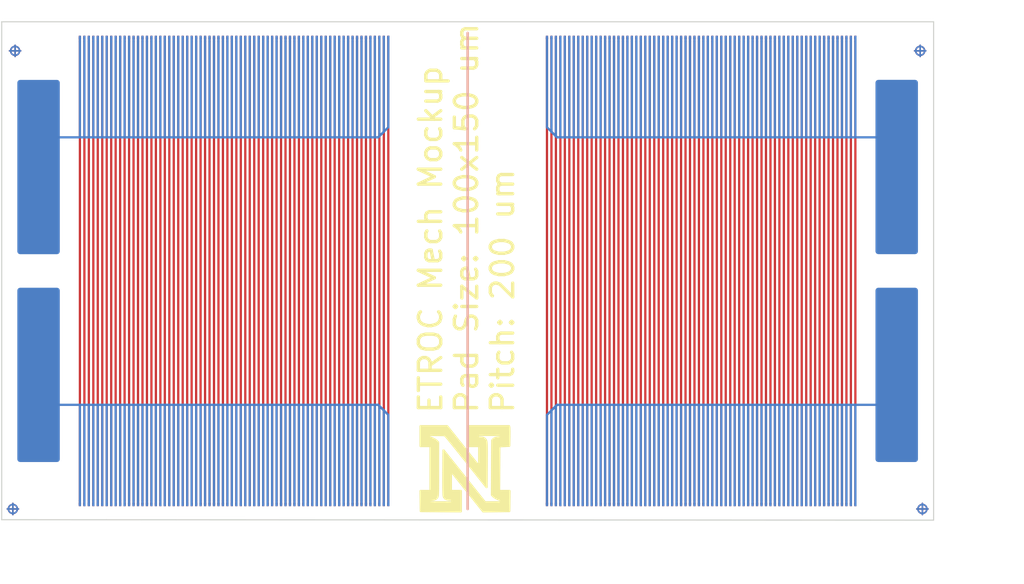
<source format=kicad_pcb>
(kicad_pcb (version 20171130) (host pcbnew 5.1.5)

  (general
    (thickness 1.6)
    (drawings 10)
    (tracks 712)
    (zones 0)
    (modules 17)
    (nets 145)
  )

  (page A4)
  (layers
    (0 F.Cu signal)
    (31 B.Cu signal)
    (32 B.Adhes user)
    (33 F.Adhes user)
    (34 B.Paste user)
    (35 F.Paste user)
    (36 B.SilkS user)
    (37 F.SilkS user)
    (38 B.Mask user)
    (39 F.Mask user)
    (40 Dwgs.User user)
    (41 Cmts.User user)
    (42 Eco1.User user)
    (43 Eco2.User user)
    (44 Edge.Cuts user)
    (45 Margin user)
    (46 B.CrtYd user)
    (47 F.CrtYd user)
    (48 B.Fab user hide)
    (49 F.Fab user hide)
  )

  (setup
    (last_trace_width 0.1)
    (trace_clearance 0.04)
    (zone_clearance 0.508)
    (zone_45_only no)
    (trace_min 0.05)
    (via_size 0.8)
    (via_drill 0.4)
    (via_min_size 0.4)
    (via_min_drill 0.3)
    (uvia_size 0.3)
    (uvia_drill 0.1)
    (uvias_allowed no)
    (uvia_min_size 0.2)
    (uvia_min_drill 0.1)
    (edge_width 0.05)
    (segment_width 0.2)
    (pcb_text_width 0.3)
    (pcb_text_size 1.5 1.5)
    (mod_edge_width 0.12)
    (mod_text_size 1 1)
    (mod_text_width 0.15)
    (pad_size 1.524 1.524)
    (pad_drill 0.762)
    (pad_to_mask_clearance 0.051)
    (solder_mask_min_width 0.25)
    (aux_axis_origin 0 0)
    (grid_origin 77.8 71.3)
    (visible_elements FFFFFF7F)
    (pcbplotparams
      (layerselection 0x010fc_ffffffff)
      (usegerberextensions false)
      (usegerberattributes false)
      (usegerberadvancedattributes false)
      (creategerberjobfile false)
      (excludeedgelayer true)
      (linewidth 0.100000)
      (plotframeref false)
      (viasonmask false)
      (mode 1)
      (useauxorigin false)
      (hpglpennumber 1)
      (hpglpenspeed 20)
      (hpglpendiameter 15.000000)
      (psnegative false)
      (psa4output false)
      (plotreference true)
      (plotvalue true)
      (plotinvisibletext false)
      (padsonsilk false)
      (subtractmaskfromsilk false)
      (outputformat 1)
      (mirror false)
      (drillshape 1)
      (scaleselection 1)
      (outputdirectory ""))
  )

  (net 0 "")
  (net 1 /TOP_A70)
  (net 2 /TOP_A69)
  (net 3 /TOP_A68)
  (net 4 /TOP_A67)
  (net 5 /TOP_A66)
  (net 6 /TOP_A65)
  (net 7 /TOP_A64)
  (net 8 /TOP_A63)
  (net 9 /TOP_A62)
  (net 10 /TOP_A61)
  (net 11 /TOP_A60)
  (net 12 /TOP_A59)
  (net 13 /TOP_A58)
  (net 14 /TOP_A57)
  (net 15 /TOP_A56)
  (net 16 /TOP_A55)
  (net 17 /TOP_A54)
  (net 18 /TOP_A53)
  (net 19 /TOP_A52)
  (net 20 /TOP_A51)
  (net 21 /TOP_A50)
  (net 22 /TOP_A49)
  (net 23 /TOP_A48)
  (net 24 /TOP_A47)
  (net 25 /TOP_A46)
  (net 26 /TOP_A45)
  (net 27 /TOP_A44)
  (net 28 /TOP_A43)
  (net 29 /TOP_A42)
  (net 30 /TOP_A41)
  (net 31 /TOP_A40)
  (net 32 /TOP_A39)
  (net 33 /TOP_A38)
  (net 34 /TOP_A37)
  (net 35 /TOP_A36)
  (net 36 /TOP_A35)
  (net 37 /TOP_A34)
  (net 38 /TOP_A33)
  (net 39 /TOP_A32)
  (net 40 /TOP_A31)
  (net 41 /TOP_A30)
  (net 42 /TOP_A29)
  (net 43 /TOP_A28)
  (net 44 /TOP_A27)
  (net 45 /TOP_A26)
  (net 46 /TOP_A25)
  (net 47 /TOP_A24)
  (net 48 /TOP_A23)
  (net 49 /TOP_A22)
  (net 50 /TOP_A21)
  (net 51 /TOP_A20)
  (net 52 /TOP_A19)
  (net 53 /TOP_A18)
  (net 54 /TOP_A17)
  (net 55 /TOP_A16)
  (net 56 /TOP_A15)
  (net 57 /TOP_A14)
  (net 58 /TOP_A13)
  (net 59 /TOP_A12)
  (net 60 /TOP_A11)
  (net 61 /TOP_A10)
  (net 62 /TOP_A9)
  (net 63 /TOP_A8)
  (net 64 /TOP_A7)
  (net 65 /TOP_A6)
  (net 66 /TOP_A5)
  (net 67 /TOP_A4)
  (net 68 /TOP_A3)
  (net 69 /TOP_A2)
  (net 70 /TOP_A1)
  (net 71 /TOP_B70)
  (net 72 /TOP_B69)
  (net 73 /TOP_B68)
  (net 74 /TOP_B67)
  (net 75 /TOP_B66)
  (net 76 /TOP_B65)
  (net 77 /TOP_B64)
  (net 78 /TOP_B63)
  (net 79 /TOP_B62)
  (net 80 /TOP_B61)
  (net 81 /TOP_B60)
  (net 82 /TOP_B59)
  (net 83 /TOP_B58)
  (net 84 /TOP_B57)
  (net 85 /TOP_B56)
  (net 86 /TOP_B55)
  (net 87 /TOP_B54)
  (net 88 /TOP_B53)
  (net 89 /TOP_B52)
  (net 90 /TOP_B51)
  (net 91 /TOP_B50)
  (net 92 /TOP_B49)
  (net 93 /TOP_B48)
  (net 94 /TOP_B47)
  (net 95 /TOP_B46)
  (net 96 /TOP_B45)
  (net 97 /TOP_B44)
  (net 98 /TOP_B43)
  (net 99 /TOP_B42)
  (net 100 /TOP_B41)
  (net 101 /TOP_B40)
  (net 102 /TOP_B39)
  (net 103 /TOP_B38)
  (net 104 /TOP_B37)
  (net 105 /TOP_B36)
  (net 106 /TOP_B35)
  (net 107 /TOP_B34)
  (net 108 /TOP_B33)
  (net 109 /TOP_B32)
  (net 110 /TOP_B31)
  (net 111 /TOP_B30)
  (net 112 /TOP_B29)
  (net 113 /TOP_B28)
  (net 114 /TOP_B27)
  (net 115 /TOP_B26)
  (net 116 /TOP_B25)
  (net 117 /TOP_B24)
  (net 118 /TOP_B23)
  (net 119 /TOP_B22)
  (net 120 /TOP_B21)
  (net 121 /TOP_B20)
  (net 122 /TOP_B19)
  (net 123 /TOP_B18)
  (net 124 /TOP_B17)
  (net 125 /TOP_B16)
  (net 126 /TOP_B15)
  (net 127 /TOP_B14)
  (net 128 /TOP_B13)
  (net 129 /TOP_B12)
  (net 130 /TOP_B11)
  (net 131 /TOP_B10)
  (net 132 /TOP_B9)
  (net 133 /TOP_B8)
  (net 134 /TOP_B7)
  (net 135 /TOP_B6)
  (net 136 /TOP_B5)
  (net 137 /TOP_B4)
  (net 138 /TOP_B3)
  (net 139 /TOP_B2)
  (net 140 /TOP_B1)
  (net 141 /BOT_GRP1)
  (net 142 /BOT_GRP2)
  (net 143 /BOT_GRP3)
  (net 144 /BOT_GRP4)

  (net_class Default "This is the default net class."
    (clearance 0.04)
    (trace_width 0.1)
    (via_dia 0.8)
    (via_drill 0.4)
    (uvia_dia 0.3)
    (uvia_drill 0.1)
    (add_net /BOT_GRP1)
    (add_net /BOT_GRP2)
    (add_net /BOT_GRP3)
    (add_net /BOT_GRP4)
    (add_net /TOP_A1)
    (add_net /TOP_A10)
    (add_net /TOP_A11)
    (add_net /TOP_A12)
    (add_net /TOP_A13)
    (add_net /TOP_A14)
    (add_net /TOP_A15)
    (add_net /TOP_A16)
    (add_net /TOP_A17)
    (add_net /TOP_A18)
    (add_net /TOP_A19)
    (add_net /TOP_A2)
    (add_net /TOP_A20)
    (add_net /TOP_A21)
    (add_net /TOP_A22)
    (add_net /TOP_A23)
    (add_net /TOP_A24)
    (add_net /TOP_A25)
    (add_net /TOP_A26)
    (add_net /TOP_A27)
    (add_net /TOP_A28)
    (add_net /TOP_A29)
    (add_net /TOP_A3)
    (add_net /TOP_A30)
    (add_net /TOP_A31)
    (add_net /TOP_A32)
    (add_net /TOP_A33)
    (add_net /TOP_A34)
    (add_net /TOP_A35)
    (add_net /TOP_A36)
    (add_net /TOP_A37)
    (add_net /TOP_A38)
    (add_net /TOP_A39)
    (add_net /TOP_A4)
    (add_net /TOP_A40)
    (add_net /TOP_A41)
    (add_net /TOP_A42)
    (add_net /TOP_A43)
    (add_net /TOP_A44)
    (add_net /TOP_A45)
    (add_net /TOP_A46)
    (add_net /TOP_A47)
    (add_net /TOP_A48)
    (add_net /TOP_A49)
    (add_net /TOP_A5)
    (add_net /TOP_A50)
    (add_net /TOP_A51)
    (add_net /TOP_A52)
    (add_net /TOP_A53)
    (add_net /TOP_A54)
    (add_net /TOP_A55)
    (add_net /TOP_A56)
    (add_net /TOP_A57)
    (add_net /TOP_A58)
    (add_net /TOP_A59)
    (add_net /TOP_A6)
    (add_net /TOP_A60)
    (add_net /TOP_A61)
    (add_net /TOP_A62)
    (add_net /TOP_A63)
    (add_net /TOP_A64)
    (add_net /TOP_A65)
    (add_net /TOP_A66)
    (add_net /TOP_A67)
    (add_net /TOP_A68)
    (add_net /TOP_A69)
    (add_net /TOP_A7)
    (add_net /TOP_A70)
    (add_net /TOP_A8)
    (add_net /TOP_A9)
    (add_net /TOP_B1)
    (add_net /TOP_B10)
    (add_net /TOP_B11)
    (add_net /TOP_B12)
    (add_net /TOP_B13)
    (add_net /TOP_B14)
    (add_net /TOP_B15)
    (add_net /TOP_B16)
    (add_net /TOP_B17)
    (add_net /TOP_B18)
    (add_net /TOP_B19)
    (add_net /TOP_B2)
    (add_net /TOP_B20)
    (add_net /TOP_B21)
    (add_net /TOP_B22)
    (add_net /TOP_B23)
    (add_net /TOP_B24)
    (add_net /TOP_B25)
    (add_net /TOP_B26)
    (add_net /TOP_B27)
    (add_net /TOP_B28)
    (add_net /TOP_B29)
    (add_net /TOP_B3)
    (add_net /TOP_B30)
    (add_net /TOP_B31)
    (add_net /TOP_B32)
    (add_net /TOP_B33)
    (add_net /TOP_B34)
    (add_net /TOP_B35)
    (add_net /TOP_B36)
    (add_net /TOP_B37)
    (add_net /TOP_B38)
    (add_net /TOP_B39)
    (add_net /TOP_B4)
    (add_net /TOP_B40)
    (add_net /TOP_B41)
    (add_net /TOP_B42)
    (add_net /TOP_B43)
    (add_net /TOP_B44)
    (add_net /TOP_B45)
    (add_net /TOP_B46)
    (add_net /TOP_B47)
    (add_net /TOP_B48)
    (add_net /TOP_B49)
    (add_net /TOP_B5)
    (add_net /TOP_B50)
    (add_net /TOP_B51)
    (add_net /TOP_B52)
    (add_net /TOP_B53)
    (add_net /TOP_B54)
    (add_net /TOP_B55)
    (add_net /TOP_B56)
    (add_net /TOP_B57)
    (add_net /TOP_B58)
    (add_net /TOP_B59)
    (add_net /TOP_B6)
    (add_net /TOP_B60)
    (add_net /TOP_B61)
    (add_net /TOP_B62)
    (add_net /TOP_B63)
    (add_net /TOP_B64)
    (add_net /TOP_B65)
    (add_net /TOP_B66)
    (add_net /TOP_B67)
    (add_net /TOP_B68)
    (add_net /TOP_B69)
    (add_net /TOP_B7)
    (add_net /TOP_B70)
    (add_net /TOP_B8)
    (add_net /TOP_B9)
  )

  (module unl_silab:ETROC_70pad_100x150um_200um_pitch (layer B.Cu) (tedit 5E45C4FB) (tstamp 5E46191B)
    (at 102.2 72)
    (path /5E549955)
    (fp_text reference J8 (at 0 -0.5) (layer B.SilkS) hide
      (effects (font (size 1 1) (thickness 0.15)) (justify mirror))
    )
    (fp_text value Conn_02x35_Top_Bottom (at 0 0.5) (layer B.Fab) hide
      (effects (font (size 1 1) (thickness 0.15)) (justify mirror))
    )
    (pad 70 smd rect (at 13.8 0) (size 0.1 0.15) (layers B.Cu B.Mask)
      (net 144 /BOT_GRP4))
    (pad 69 smd rect (at 13.6 0) (size 0.1 0.15) (layers B.Cu B.Mask)
      (net 144 /BOT_GRP4))
    (pad 68 smd rect (at 13.4 0) (size 0.1 0.15) (layers B.Cu B.Mask)
      (net 144 /BOT_GRP4))
    (pad 67 smd rect (at 13.2 0) (size 0.1 0.15) (layers B.Cu B.Mask)
      (net 144 /BOT_GRP4))
    (pad 66 smd rect (at 13 0) (size 0.1 0.15) (layers B.Cu B.Mask)
      (net 144 /BOT_GRP4))
    (pad 65 smd rect (at 12.8 0) (size 0.1 0.15) (layers B.Cu B.Mask)
      (net 144 /BOT_GRP4))
    (pad 64 smd rect (at 12.6 0) (size 0.1 0.15) (layers B.Cu B.Mask)
      (net 144 /BOT_GRP4))
    (pad 63 smd rect (at 12.4 0) (size 0.1 0.15) (layers B.Cu B.Mask)
      (net 144 /BOT_GRP4))
    (pad 62 smd rect (at 12.2 0) (size 0.1 0.15) (layers B.Cu B.Mask)
      (net 144 /BOT_GRP4))
    (pad 61 smd rect (at 12 0) (size 0.1 0.15) (layers B.Cu B.Mask)
      (net 144 /BOT_GRP4))
    (pad 60 smd rect (at 11.8 0) (size 0.1 0.15) (layers B.Cu B.Mask)
      (net 144 /BOT_GRP4))
    (pad 59 smd rect (at 11.6 0) (size 0.1 0.15) (layers B.Cu B.Mask)
      (net 144 /BOT_GRP4))
    (pad 58 smd rect (at 11.4 0) (size 0.1 0.15) (layers B.Cu B.Mask)
      (net 144 /BOT_GRP4))
    (pad 57 smd rect (at 11.2 0) (size 0.1 0.15) (layers B.Cu B.Mask)
      (net 144 /BOT_GRP4))
    (pad 56 smd rect (at 11 0) (size 0.1 0.15) (layers B.Cu B.Mask)
      (net 144 /BOT_GRP4))
    (pad 55 smd rect (at 10.8 0) (size 0.1 0.15) (layers B.Cu B.Mask)
      (net 144 /BOT_GRP4))
    (pad 54 smd rect (at 10.6 0) (size 0.1 0.15) (layers B.Cu B.Mask)
      (net 144 /BOT_GRP4))
    (pad 53 smd rect (at 10.4 0) (size 0.1 0.15) (layers B.Cu B.Mask)
      (net 144 /BOT_GRP4))
    (pad 52 smd rect (at 10.2 0) (size 0.1 0.15) (layers B.Cu B.Mask)
      (net 144 /BOT_GRP4))
    (pad 51 smd rect (at 10 0) (size 0.1 0.15) (layers B.Cu B.Mask)
      (net 144 /BOT_GRP4))
    (pad 50 smd rect (at 9.8 0) (size 0.1 0.15) (layers B.Cu B.Mask)
      (net 144 /BOT_GRP4))
    (pad 49 smd rect (at 9.6 0) (size 0.1 0.15) (layers B.Cu B.Mask)
      (net 144 /BOT_GRP4))
    (pad 48 smd rect (at 9.4 0) (size 0.1 0.15) (layers B.Cu B.Mask)
      (net 144 /BOT_GRP4))
    (pad 47 smd rect (at 9.2 0) (size 0.1 0.15) (layers B.Cu B.Mask)
      (net 144 /BOT_GRP4))
    (pad 46 smd rect (at 9 0) (size 0.1 0.15) (layers B.Cu B.Mask)
      (net 144 /BOT_GRP4))
    (pad 45 smd rect (at 8.8 0) (size 0.1 0.15) (layers B.Cu B.Mask)
      (net 144 /BOT_GRP4))
    (pad 44 smd rect (at 8.6 0) (size 0.1 0.15) (layers B.Cu B.Mask)
      (net 144 /BOT_GRP4))
    (pad 43 smd rect (at 8.4 0) (size 0.1 0.15) (layers B.Cu B.Mask)
      (net 144 /BOT_GRP4))
    (pad 42 smd rect (at 8.2 0) (size 0.1 0.15) (layers B.Cu B.Mask)
      (net 144 /BOT_GRP4))
    (pad 41 smd rect (at 8 0) (size 0.1 0.15) (layers B.Cu B.Mask)
      (net 144 /BOT_GRP4))
    (pad 40 smd rect (at 7.8 0) (size 0.1 0.15) (layers B.Cu B.Mask)
      (net 144 /BOT_GRP4))
    (pad 39 smd rect (at 7.6 0) (size 0.1 0.15) (layers B.Cu B.Mask)
      (net 144 /BOT_GRP4))
    (pad 38 smd rect (at 7.4 0) (size 0.1 0.15) (layers B.Cu B.Mask)
      (net 144 /BOT_GRP4))
    (pad 37 smd rect (at 7.2 0) (size 0.1 0.15) (layers B.Cu B.Mask)
      (net 144 /BOT_GRP4))
    (pad 36 smd rect (at 7 0) (size 0.1 0.15) (layers B.Cu B.Mask)
      (net 144 /BOT_GRP4))
    (pad 35 smd rect (at 6.8 0) (size 0.1 0.15) (layers B.Cu B.Mask)
      (net 144 /BOT_GRP4))
    (pad 34 smd rect (at 6.6 0) (size 0.1 0.15) (layers B.Cu B.Mask)
      (net 144 /BOT_GRP4))
    (pad 33 smd rect (at 6.4 0) (size 0.1 0.15) (layers B.Cu B.Mask)
      (net 144 /BOT_GRP4))
    (pad 32 smd rect (at 6.2 0) (size 0.1 0.15) (layers B.Cu B.Mask)
      (net 144 /BOT_GRP4))
    (pad 31 smd rect (at 6 0) (size 0.1 0.15) (layers B.Cu B.Mask)
      (net 144 /BOT_GRP4))
    (pad 30 smd rect (at 5.8 0) (size 0.1 0.15) (layers B.Cu B.Mask)
      (net 144 /BOT_GRP4))
    (pad 29 smd rect (at 5.6 0) (size 0.1 0.15) (layers B.Cu B.Mask)
      (net 144 /BOT_GRP4))
    (pad 28 smd rect (at 5.4 0) (size 0.1 0.15) (layers B.Cu B.Mask)
      (net 144 /BOT_GRP4))
    (pad 27 smd rect (at 5.2 0) (size 0.1 0.15) (layers B.Cu B.Mask)
      (net 144 /BOT_GRP4))
    (pad 26 smd rect (at 5 0) (size 0.1 0.15) (layers B.Cu B.Mask)
      (net 144 /BOT_GRP4))
    (pad 25 smd rect (at 4.8 0) (size 0.1 0.15) (layers B.Cu B.Mask)
      (net 144 /BOT_GRP4))
    (pad 24 smd rect (at 4.6 0) (size 0.1 0.15) (layers B.Cu B.Mask)
      (net 144 /BOT_GRP4))
    (pad 23 smd rect (at 4.4 0) (size 0.1 0.15) (layers B.Cu B.Mask)
      (net 144 /BOT_GRP4))
    (pad 22 smd rect (at 4.2 0) (size 0.1 0.15) (layers B.Cu B.Mask)
      (net 144 /BOT_GRP4))
    (pad 21 smd rect (at 4 0) (size 0.1 0.15) (layers B.Cu B.Mask)
      (net 144 /BOT_GRP4))
    (pad 20 smd rect (at 3.8 0) (size 0.1 0.15) (layers B.Cu B.Mask)
      (net 144 /BOT_GRP4))
    (pad 19 smd rect (at 3.6 0) (size 0.1 0.15) (layers B.Cu B.Mask)
      (net 144 /BOT_GRP4))
    (pad 18 smd rect (at 3.4 0) (size 0.1 0.15) (layers B.Cu B.Mask)
      (net 144 /BOT_GRP4))
    (pad 17 smd rect (at 3.2 0) (size 0.1 0.15) (layers B.Cu B.Mask)
      (net 144 /BOT_GRP4))
    (pad 16 smd rect (at 3 0) (size 0.1 0.15) (layers B.Cu B.Mask)
      (net 144 /BOT_GRP4))
    (pad 15 smd rect (at 2.8 0) (size 0.1 0.15) (layers B.Cu B.Mask)
      (net 144 /BOT_GRP4))
    (pad 14 smd rect (at 2.6 0) (size 0.1 0.15) (layers B.Cu B.Mask)
      (net 144 /BOT_GRP4))
    (pad 13 smd rect (at 2.4 0) (size 0.1 0.15) (layers B.Cu B.Mask)
      (net 144 /BOT_GRP4))
    (pad 12 smd rect (at 2.2 0) (size 0.1 0.15) (layers B.Cu B.Mask)
      (net 144 /BOT_GRP4))
    (pad 11 smd rect (at 2 0) (size 0.1 0.15) (layers B.Cu B.Mask)
      (net 144 /BOT_GRP4))
    (pad 10 smd rect (at 1.8 0) (size 0.1 0.15) (layers B.Cu B.Mask)
      (net 144 /BOT_GRP4))
    (pad 9 smd rect (at 1.6 0) (size 0.1 0.15) (layers B.Cu B.Mask)
      (net 144 /BOT_GRP4))
    (pad 8 smd rect (at 1.4 0) (size 0.1 0.15) (layers B.Cu B.Mask)
      (net 144 /BOT_GRP4))
    (pad 7 smd rect (at 1.2 0) (size 0.1 0.15) (layers B.Cu B.Mask)
      (net 144 /BOT_GRP4))
    (pad 6 smd rect (at 1 0) (size 0.1 0.15) (layers B.Cu B.Mask)
      (net 144 /BOT_GRP4))
    (pad 5 smd rect (at 0.8 0) (size 0.1 0.15) (layers B.Cu B.Mask)
      (net 144 /BOT_GRP4))
    (pad 4 smd rect (at 0.6 0) (size 0.1 0.15) (layers B.Cu B.Mask)
      (net 144 /BOT_GRP4))
    (pad 3 smd rect (at 0.4 0) (size 0.1 0.15) (layers B.Cu B.Mask)
      (net 144 /BOT_GRP4))
    (pad 2 smd rect (at 0.2 0) (size 0.1 0.15) (layers B.Cu B.Mask)
      (net 144 /BOT_GRP4))
    (pad 1 smd rect (at 0 0) (size 0.1 0.15) (layers B.Cu B.Mask)
      (net 144 /BOT_GRP4))
  )

  (module unl_silab:ETROC_70pad_100x150um_200um_pitch (layer B.Cu) (tedit 5E45C4FB) (tstamp 5E4618D1)
    (at 102.2 92.9)
    (path /5E54994A)
    (fp_text reference J7 (at 0 -0.5) (layer B.SilkS) hide
      (effects (font (size 1 1) (thickness 0.15)) (justify mirror))
    )
    (fp_text value Conn_02x35_Top_Bottom (at 0 0.5) (layer B.Fab) hide
      (effects (font (size 1 1) (thickness 0.15)) (justify mirror))
    )
    (pad 70 smd rect (at 13.8 0) (size 0.1 0.15) (layers B.Cu B.Mask)
      (net 143 /BOT_GRP3))
    (pad 69 smd rect (at 13.6 0) (size 0.1 0.15) (layers B.Cu B.Mask)
      (net 143 /BOT_GRP3))
    (pad 68 smd rect (at 13.4 0) (size 0.1 0.15) (layers B.Cu B.Mask)
      (net 143 /BOT_GRP3))
    (pad 67 smd rect (at 13.2 0) (size 0.1 0.15) (layers B.Cu B.Mask)
      (net 143 /BOT_GRP3))
    (pad 66 smd rect (at 13 0) (size 0.1 0.15) (layers B.Cu B.Mask)
      (net 143 /BOT_GRP3))
    (pad 65 smd rect (at 12.8 0) (size 0.1 0.15) (layers B.Cu B.Mask)
      (net 143 /BOT_GRP3))
    (pad 64 smd rect (at 12.6 0) (size 0.1 0.15) (layers B.Cu B.Mask)
      (net 143 /BOT_GRP3))
    (pad 63 smd rect (at 12.4 0) (size 0.1 0.15) (layers B.Cu B.Mask)
      (net 143 /BOT_GRP3))
    (pad 62 smd rect (at 12.2 0) (size 0.1 0.15) (layers B.Cu B.Mask)
      (net 143 /BOT_GRP3))
    (pad 61 smd rect (at 12 0) (size 0.1 0.15) (layers B.Cu B.Mask)
      (net 143 /BOT_GRP3))
    (pad 60 smd rect (at 11.8 0) (size 0.1 0.15) (layers B.Cu B.Mask)
      (net 143 /BOT_GRP3))
    (pad 59 smd rect (at 11.6 0) (size 0.1 0.15) (layers B.Cu B.Mask)
      (net 143 /BOT_GRP3))
    (pad 58 smd rect (at 11.4 0) (size 0.1 0.15) (layers B.Cu B.Mask)
      (net 143 /BOT_GRP3))
    (pad 57 smd rect (at 11.2 0) (size 0.1 0.15) (layers B.Cu B.Mask)
      (net 143 /BOT_GRP3))
    (pad 56 smd rect (at 11 0) (size 0.1 0.15) (layers B.Cu B.Mask)
      (net 143 /BOT_GRP3))
    (pad 55 smd rect (at 10.8 0) (size 0.1 0.15) (layers B.Cu B.Mask)
      (net 143 /BOT_GRP3))
    (pad 54 smd rect (at 10.6 0) (size 0.1 0.15) (layers B.Cu B.Mask)
      (net 143 /BOT_GRP3))
    (pad 53 smd rect (at 10.4 0) (size 0.1 0.15) (layers B.Cu B.Mask)
      (net 143 /BOT_GRP3))
    (pad 52 smd rect (at 10.2 0) (size 0.1 0.15) (layers B.Cu B.Mask)
      (net 143 /BOT_GRP3))
    (pad 51 smd rect (at 10 0) (size 0.1 0.15) (layers B.Cu B.Mask)
      (net 143 /BOT_GRP3))
    (pad 50 smd rect (at 9.8 0) (size 0.1 0.15) (layers B.Cu B.Mask)
      (net 143 /BOT_GRP3))
    (pad 49 smd rect (at 9.6 0) (size 0.1 0.15) (layers B.Cu B.Mask)
      (net 143 /BOT_GRP3))
    (pad 48 smd rect (at 9.4 0) (size 0.1 0.15) (layers B.Cu B.Mask)
      (net 143 /BOT_GRP3))
    (pad 47 smd rect (at 9.2 0) (size 0.1 0.15) (layers B.Cu B.Mask)
      (net 143 /BOT_GRP3))
    (pad 46 smd rect (at 9 0) (size 0.1 0.15) (layers B.Cu B.Mask)
      (net 143 /BOT_GRP3))
    (pad 45 smd rect (at 8.8 0) (size 0.1 0.15) (layers B.Cu B.Mask)
      (net 143 /BOT_GRP3))
    (pad 44 smd rect (at 8.6 0) (size 0.1 0.15) (layers B.Cu B.Mask)
      (net 143 /BOT_GRP3))
    (pad 43 smd rect (at 8.4 0) (size 0.1 0.15) (layers B.Cu B.Mask)
      (net 143 /BOT_GRP3))
    (pad 42 smd rect (at 8.2 0) (size 0.1 0.15) (layers B.Cu B.Mask)
      (net 143 /BOT_GRP3))
    (pad 41 smd rect (at 8 0) (size 0.1 0.15) (layers B.Cu B.Mask)
      (net 143 /BOT_GRP3))
    (pad 40 smd rect (at 7.8 0) (size 0.1 0.15) (layers B.Cu B.Mask)
      (net 143 /BOT_GRP3))
    (pad 39 smd rect (at 7.6 0) (size 0.1 0.15) (layers B.Cu B.Mask)
      (net 143 /BOT_GRP3))
    (pad 38 smd rect (at 7.4 0) (size 0.1 0.15) (layers B.Cu B.Mask)
      (net 143 /BOT_GRP3))
    (pad 37 smd rect (at 7.2 0) (size 0.1 0.15) (layers B.Cu B.Mask)
      (net 143 /BOT_GRP3))
    (pad 36 smd rect (at 7 0) (size 0.1 0.15) (layers B.Cu B.Mask)
      (net 143 /BOT_GRP3))
    (pad 35 smd rect (at 6.8 0) (size 0.1 0.15) (layers B.Cu B.Mask)
      (net 143 /BOT_GRP3))
    (pad 34 smd rect (at 6.6 0) (size 0.1 0.15) (layers B.Cu B.Mask)
      (net 143 /BOT_GRP3))
    (pad 33 smd rect (at 6.4 0) (size 0.1 0.15) (layers B.Cu B.Mask)
      (net 143 /BOT_GRP3))
    (pad 32 smd rect (at 6.2 0) (size 0.1 0.15) (layers B.Cu B.Mask)
      (net 143 /BOT_GRP3))
    (pad 31 smd rect (at 6 0) (size 0.1 0.15) (layers B.Cu B.Mask)
      (net 143 /BOT_GRP3))
    (pad 30 smd rect (at 5.8 0) (size 0.1 0.15) (layers B.Cu B.Mask)
      (net 143 /BOT_GRP3))
    (pad 29 smd rect (at 5.6 0) (size 0.1 0.15) (layers B.Cu B.Mask)
      (net 143 /BOT_GRP3))
    (pad 28 smd rect (at 5.4 0) (size 0.1 0.15) (layers B.Cu B.Mask)
      (net 143 /BOT_GRP3))
    (pad 27 smd rect (at 5.2 0) (size 0.1 0.15) (layers B.Cu B.Mask)
      (net 143 /BOT_GRP3))
    (pad 26 smd rect (at 5 0) (size 0.1 0.15) (layers B.Cu B.Mask)
      (net 143 /BOT_GRP3))
    (pad 25 smd rect (at 4.8 0) (size 0.1 0.15) (layers B.Cu B.Mask)
      (net 143 /BOT_GRP3))
    (pad 24 smd rect (at 4.6 0) (size 0.1 0.15) (layers B.Cu B.Mask)
      (net 143 /BOT_GRP3))
    (pad 23 smd rect (at 4.4 0) (size 0.1 0.15) (layers B.Cu B.Mask)
      (net 143 /BOT_GRP3))
    (pad 22 smd rect (at 4.2 0) (size 0.1 0.15) (layers B.Cu B.Mask)
      (net 143 /BOT_GRP3))
    (pad 21 smd rect (at 4 0) (size 0.1 0.15) (layers B.Cu B.Mask)
      (net 143 /BOT_GRP3))
    (pad 20 smd rect (at 3.8 0) (size 0.1 0.15) (layers B.Cu B.Mask)
      (net 143 /BOT_GRP3))
    (pad 19 smd rect (at 3.6 0) (size 0.1 0.15) (layers B.Cu B.Mask)
      (net 143 /BOT_GRP3))
    (pad 18 smd rect (at 3.4 0) (size 0.1 0.15) (layers B.Cu B.Mask)
      (net 143 /BOT_GRP3))
    (pad 17 smd rect (at 3.2 0) (size 0.1 0.15) (layers B.Cu B.Mask)
      (net 143 /BOT_GRP3))
    (pad 16 smd rect (at 3 0) (size 0.1 0.15) (layers B.Cu B.Mask)
      (net 143 /BOT_GRP3))
    (pad 15 smd rect (at 2.8 0) (size 0.1 0.15) (layers B.Cu B.Mask)
      (net 143 /BOT_GRP3))
    (pad 14 smd rect (at 2.6 0) (size 0.1 0.15) (layers B.Cu B.Mask)
      (net 143 /BOT_GRP3))
    (pad 13 smd rect (at 2.4 0) (size 0.1 0.15) (layers B.Cu B.Mask)
      (net 143 /BOT_GRP3))
    (pad 12 smd rect (at 2.2 0) (size 0.1 0.15) (layers B.Cu B.Mask)
      (net 143 /BOT_GRP3))
    (pad 11 smd rect (at 2 0) (size 0.1 0.15) (layers B.Cu B.Mask)
      (net 143 /BOT_GRP3))
    (pad 10 smd rect (at 1.8 0) (size 0.1 0.15) (layers B.Cu B.Mask)
      (net 143 /BOT_GRP3))
    (pad 9 smd rect (at 1.6 0) (size 0.1 0.15) (layers B.Cu B.Mask)
      (net 143 /BOT_GRP3))
    (pad 8 smd rect (at 1.4 0) (size 0.1 0.15) (layers B.Cu B.Mask)
      (net 143 /BOT_GRP3))
    (pad 7 smd rect (at 1.2 0) (size 0.1 0.15) (layers B.Cu B.Mask)
      (net 143 /BOT_GRP3))
    (pad 6 smd rect (at 1 0) (size 0.1 0.15) (layers B.Cu B.Mask)
      (net 143 /BOT_GRP3))
    (pad 5 smd rect (at 0.8 0) (size 0.1 0.15) (layers B.Cu B.Mask)
      (net 143 /BOT_GRP3))
    (pad 4 smd rect (at 0.6 0) (size 0.1 0.15) (layers B.Cu B.Mask)
      (net 143 /BOT_GRP3))
    (pad 3 smd rect (at 0.4 0) (size 0.1 0.15) (layers B.Cu B.Mask)
      (net 143 /BOT_GRP3))
    (pad 2 smd rect (at 0.2 0) (size 0.1 0.15) (layers B.Cu B.Mask)
      (net 143 /BOT_GRP3))
    (pad 1 smd rect (at 0 0) (size 0.1 0.15) (layers B.Cu B.Mask)
      (net 143 /BOT_GRP3))
  )

  (module unl_silab:ETROC_70pad_100x150um_200um_pitch (layer B.Cu) (tedit 5E45C4FB) (tstamp 5E461887)
    (at 81.3 92.9)
    (path /5E5498B5)
    (fp_text reference J6 (at 0 -0.5) (layer B.SilkS) hide
      (effects (font (size 1 1) (thickness 0.15)) (justify mirror))
    )
    (fp_text value Conn_02x35_Top_Bottom (at 0 0.5) (layer B.Fab) hide
      (effects (font (size 1 1) (thickness 0.15)) (justify mirror))
    )
    (pad 70 smd rect (at 13.8 0) (size 0.1 0.15) (layers B.Cu B.Mask)
      (net 142 /BOT_GRP2))
    (pad 69 smd rect (at 13.6 0) (size 0.1 0.15) (layers B.Cu B.Mask)
      (net 142 /BOT_GRP2))
    (pad 68 smd rect (at 13.4 0) (size 0.1 0.15) (layers B.Cu B.Mask)
      (net 142 /BOT_GRP2))
    (pad 67 smd rect (at 13.2 0) (size 0.1 0.15) (layers B.Cu B.Mask)
      (net 142 /BOT_GRP2))
    (pad 66 smd rect (at 13 0) (size 0.1 0.15) (layers B.Cu B.Mask)
      (net 142 /BOT_GRP2))
    (pad 65 smd rect (at 12.8 0) (size 0.1 0.15) (layers B.Cu B.Mask)
      (net 142 /BOT_GRP2))
    (pad 64 smd rect (at 12.6 0) (size 0.1 0.15) (layers B.Cu B.Mask)
      (net 142 /BOT_GRP2))
    (pad 63 smd rect (at 12.4 0) (size 0.1 0.15) (layers B.Cu B.Mask)
      (net 142 /BOT_GRP2))
    (pad 62 smd rect (at 12.2 0) (size 0.1 0.15) (layers B.Cu B.Mask)
      (net 142 /BOT_GRP2))
    (pad 61 smd rect (at 12 0) (size 0.1 0.15) (layers B.Cu B.Mask)
      (net 142 /BOT_GRP2))
    (pad 60 smd rect (at 11.8 0) (size 0.1 0.15) (layers B.Cu B.Mask)
      (net 142 /BOT_GRP2))
    (pad 59 smd rect (at 11.6 0) (size 0.1 0.15) (layers B.Cu B.Mask)
      (net 142 /BOT_GRP2))
    (pad 58 smd rect (at 11.4 0) (size 0.1 0.15) (layers B.Cu B.Mask)
      (net 142 /BOT_GRP2))
    (pad 57 smd rect (at 11.2 0) (size 0.1 0.15) (layers B.Cu B.Mask)
      (net 142 /BOT_GRP2))
    (pad 56 smd rect (at 11 0) (size 0.1 0.15) (layers B.Cu B.Mask)
      (net 142 /BOT_GRP2))
    (pad 55 smd rect (at 10.8 0) (size 0.1 0.15) (layers B.Cu B.Mask)
      (net 142 /BOT_GRP2))
    (pad 54 smd rect (at 10.6 0) (size 0.1 0.15) (layers B.Cu B.Mask)
      (net 142 /BOT_GRP2))
    (pad 53 smd rect (at 10.4 0) (size 0.1 0.15) (layers B.Cu B.Mask)
      (net 142 /BOT_GRP2))
    (pad 52 smd rect (at 10.2 0) (size 0.1 0.15) (layers B.Cu B.Mask)
      (net 142 /BOT_GRP2))
    (pad 51 smd rect (at 10 0) (size 0.1 0.15) (layers B.Cu B.Mask)
      (net 142 /BOT_GRP2))
    (pad 50 smd rect (at 9.8 0) (size 0.1 0.15) (layers B.Cu B.Mask)
      (net 142 /BOT_GRP2))
    (pad 49 smd rect (at 9.6 0) (size 0.1 0.15) (layers B.Cu B.Mask)
      (net 142 /BOT_GRP2))
    (pad 48 smd rect (at 9.4 0) (size 0.1 0.15) (layers B.Cu B.Mask)
      (net 142 /BOT_GRP2))
    (pad 47 smd rect (at 9.2 0) (size 0.1 0.15) (layers B.Cu B.Mask)
      (net 142 /BOT_GRP2))
    (pad 46 smd rect (at 9 0) (size 0.1 0.15) (layers B.Cu B.Mask)
      (net 142 /BOT_GRP2))
    (pad 45 smd rect (at 8.8 0) (size 0.1 0.15) (layers B.Cu B.Mask)
      (net 142 /BOT_GRP2))
    (pad 44 smd rect (at 8.6 0) (size 0.1 0.15) (layers B.Cu B.Mask)
      (net 142 /BOT_GRP2))
    (pad 43 smd rect (at 8.4 0) (size 0.1 0.15) (layers B.Cu B.Mask)
      (net 142 /BOT_GRP2))
    (pad 42 smd rect (at 8.2 0) (size 0.1 0.15) (layers B.Cu B.Mask)
      (net 142 /BOT_GRP2))
    (pad 41 smd rect (at 8 0) (size 0.1 0.15) (layers B.Cu B.Mask)
      (net 142 /BOT_GRP2))
    (pad 40 smd rect (at 7.8 0) (size 0.1 0.15) (layers B.Cu B.Mask)
      (net 142 /BOT_GRP2))
    (pad 39 smd rect (at 7.6 0) (size 0.1 0.15) (layers B.Cu B.Mask)
      (net 142 /BOT_GRP2))
    (pad 38 smd rect (at 7.4 0) (size 0.1 0.15) (layers B.Cu B.Mask)
      (net 142 /BOT_GRP2))
    (pad 37 smd rect (at 7.2 0) (size 0.1 0.15) (layers B.Cu B.Mask)
      (net 142 /BOT_GRP2))
    (pad 36 smd rect (at 7 0) (size 0.1 0.15) (layers B.Cu B.Mask)
      (net 142 /BOT_GRP2))
    (pad 35 smd rect (at 6.8 0) (size 0.1 0.15) (layers B.Cu B.Mask)
      (net 142 /BOT_GRP2))
    (pad 34 smd rect (at 6.6 0) (size 0.1 0.15) (layers B.Cu B.Mask)
      (net 142 /BOT_GRP2))
    (pad 33 smd rect (at 6.4 0) (size 0.1 0.15) (layers B.Cu B.Mask)
      (net 142 /BOT_GRP2))
    (pad 32 smd rect (at 6.2 0) (size 0.1 0.15) (layers B.Cu B.Mask)
      (net 142 /BOT_GRP2))
    (pad 31 smd rect (at 6 0) (size 0.1 0.15) (layers B.Cu B.Mask)
      (net 142 /BOT_GRP2))
    (pad 30 smd rect (at 5.8 0) (size 0.1 0.15) (layers B.Cu B.Mask)
      (net 142 /BOT_GRP2))
    (pad 29 smd rect (at 5.6 0) (size 0.1 0.15) (layers B.Cu B.Mask)
      (net 142 /BOT_GRP2))
    (pad 28 smd rect (at 5.4 0) (size 0.1 0.15) (layers B.Cu B.Mask)
      (net 142 /BOT_GRP2))
    (pad 27 smd rect (at 5.2 0) (size 0.1 0.15) (layers B.Cu B.Mask)
      (net 142 /BOT_GRP2))
    (pad 26 smd rect (at 5 0) (size 0.1 0.15) (layers B.Cu B.Mask)
      (net 142 /BOT_GRP2))
    (pad 25 smd rect (at 4.8 0) (size 0.1 0.15) (layers B.Cu B.Mask)
      (net 142 /BOT_GRP2))
    (pad 24 smd rect (at 4.6 0) (size 0.1 0.15) (layers B.Cu B.Mask)
      (net 142 /BOT_GRP2))
    (pad 23 smd rect (at 4.4 0) (size 0.1 0.15) (layers B.Cu B.Mask)
      (net 142 /BOT_GRP2))
    (pad 22 smd rect (at 4.2 0) (size 0.1 0.15) (layers B.Cu B.Mask)
      (net 142 /BOT_GRP2))
    (pad 21 smd rect (at 4 0) (size 0.1 0.15) (layers B.Cu B.Mask)
      (net 142 /BOT_GRP2))
    (pad 20 smd rect (at 3.8 0) (size 0.1 0.15) (layers B.Cu B.Mask)
      (net 142 /BOT_GRP2))
    (pad 19 smd rect (at 3.6 0) (size 0.1 0.15) (layers B.Cu B.Mask)
      (net 142 /BOT_GRP2))
    (pad 18 smd rect (at 3.4 0) (size 0.1 0.15) (layers B.Cu B.Mask)
      (net 142 /BOT_GRP2))
    (pad 17 smd rect (at 3.2 0) (size 0.1 0.15) (layers B.Cu B.Mask)
      (net 142 /BOT_GRP2))
    (pad 16 smd rect (at 3 0) (size 0.1 0.15) (layers B.Cu B.Mask)
      (net 142 /BOT_GRP2))
    (pad 15 smd rect (at 2.8 0) (size 0.1 0.15) (layers B.Cu B.Mask)
      (net 142 /BOT_GRP2))
    (pad 14 smd rect (at 2.6 0) (size 0.1 0.15) (layers B.Cu B.Mask)
      (net 142 /BOT_GRP2))
    (pad 13 smd rect (at 2.4 0) (size 0.1 0.15) (layers B.Cu B.Mask)
      (net 142 /BOT_GRP2))
    (pad 12 smd rect (at 2.2 0) (size 0.1 0.15) (layers B.Cu B.Mask)
      (net 142 /BOT_GRP2))
    (pad 11 smd rect (at 2 0) (size 0.1 0.15) (layers B.Cu B.Mask)
      (net 142 /BOT_GRP2))
    (pad 10 smd rect (at 1.8 0) (size 0.1 0.15) (layers B.Cu B.Mask)
      (net 142 /BOT_GRP2))
    (pad 9 smd rect (at 1.6 0) (size 0.1 0.15) (layers B.Cu B.Mask)
      (net 142 /BOT_GRP2))
    (pad 8 smd rect (at 1.4 0) (size 0.1 0.15) (layers B.Cu B.Mask)
      (net 142 /BOT_GRP2))
    (pad 7 smd rect (at 1.2 0) (size 0.1 0.15) (layers B.Cu B.Mask)
      (net 142 /BOT_GRP2))
    (pad 6 smd rect (at 1 0) (size 0.1 0.15) (layers B.Cu B.Mask)
      (net 142 /BOT_GRP2))
    (pad 5 smd rect (at 0.8 0) (size 0.1 0.15) (layers B.Cu B.Mask)
      (net 142 /BOT_GRP2))
    (pad 4 smd rect (at 0.6 0) (size 0.1 0.15) (layers B.Cu B.Mask)
      (net 142 /BOT_GRP2))
    (pad 3 smd rect (at 0.4 0) (size 0.1 0.15) (layers B.Cu B.Mask)
      (net 142 /BOT_GRP2))
    (pad 2 smd rect (at 0.2 0) (size 0.1 0.15) (layers B.Cu B.Mask)
      (net 142 /BOT_GRP2))
    (pad 1 smd rect (at 0 0) (size 0.1 0.15) (layers B.Cu B.Mask)
      (net 142 /BOT_GRP2))
  )

  (module unl_silab:ETROC_70pad_100x150um_200um_pitch (layer B.Cu) (tedit 5E45C4FB) (tstamp 5E46183D)
    (at 81.3 72)
    (path /5E5498AA)
    (fp_text reference J5 (at 0 -0.5) (layer B.SilkS) hide
      (effects (font (size 1 1) (thickness 0.15)) (justify mirror))
    )
    (fp_text value Conn_02x35_Top_Bottom (at 0 0.5) (layer B.Fab) hide
      (effects (font (size 1 1) (thickness 0.15)) (justify mirror))
    )
    (pad 70 smd rect (at 13.8 0) (size 0.1 0.15) (layers B.Cu B.Mask)
      (net 141 /BOT_GRP1))
    (pad 69 smd rect (at 13.6 0) (size 0.1 0.15) (layers B.Cu B.Mask)
      (net 141 /BOT_GRP1))
    (pad 68 smd rect (at 13.4 0) (size 0.1 0.15) (layers B.Cu B.Mask)
      (net 141 /BOT_GRP1))
    (pad 67 smd rect (at 13.2 0) (size 0.1 0.15) (layers B.Cu B.Mask)
      (net 141 /BOT_GRP1))
    (pad 66 smd rect (at 13 0) (size 0.1 0.15) (layers B.Cu B.Mask)
      (net 141 /BOT_GRP1))
    (pad 65 smd rect (at 12.8 0) (size 0.1 0.15) (layers B.Cu B.Mask)
      (net 141 /BOT_GRP1))
    (pad 64 smd rect (at 12.6 0) (size 0.1 0.15) (layers B.Cu B.Mask)
      (net 141 /BOT_GRP1))
    (pad 63 smd rect (at 12.4 0) (size 0.1 0.15) (layers B.Cu B.Mask)
      (net 141 /BOT_GRP1))
    (pad 62 smd rect (at 12.2 0) (size 0.1 0.15) (layers B.Cu B.Mask)
      (net 141 /BOT_GRP1))
    (pad 61 smd rect (at 12 0) (size 0.1 0.15) (layers B.Cu B.Mask)
      (net 141 /BOT_GRP1))
    (pad 60 smd rect (at 11.8 0) (size 0.1 0.15) (layers B.Cu B.Mask)
      (net 141 /BOT_GRP1))
    (pad 59 smd rect (at 11.6 0) (size 0.1 0.15) (layers B.Cu B.Mask)
      (net 141 /BOT_GRP1))
    (pad 58 smd rect (at 11.4 0) (size 0.1 0.15) (layers B.Cu B.Mask)
      (net 141 /BOT_GRP1))
    (pad 57 smd rect (at 11.2 0) (size 0.1 0.15) (layers B.Cu B.Mask)
      (net 141 /BOT_GRP1))
    (pad 56 smd rect (at 11 0) (size 0.1 0.15) (layers B.Cu B.Mask)
      (net 141 /BOT_GRP1))
    (pad 55 smd rect (at 10.8 0) (size 0.1 0.15) (layers B.Cu B.Mask)
      (net 141 /BOT_GRP1))
    (pad 54 smd rect (at 10.6 0) (size 0.1 0.15) (layers B.Cu B.Mask)
      (net 141 /BOT_GRP1))
    (pad 53 smd rect (at 10.4 0) (size 0.1 0.15) (layers B.Cu B.Mask)
      (net 141 /BOT_GRP1))
    (pad 52 smd rect (at 10.2 0) (size 0.1 0.15) (layers B.Cu B.Mask)
      (net 141 /BOT_GRP1))
    (pad 51 smd rect (at 10 0) (size 0.1 0.15) (layers B.Cu B.Mask)
      (net 141 /BOT_GRP1))
    (pad 50 smd rect (at 9.8 0) (size 0.1 0.15) (layers B.Cu B.Mask)
      (net 141 /BOT_GRP1))
    (pad 49 smd rect (at 9.6 0) (size 0.1 0.15) (layers B.Cu B.Mask)
      (net 141 /BOT_GRP1))
    (pad 48 smd rect (at 9.4 0) (size 0.1 0.15) (layers B.Cu B.Mask)
      (net 141 /BOT_GRP1))
    (pad 47 smd rect (at 9.2 0) (size 0.1 0.15) (layers B.Cu B.Mask)
      (net 141 /BOT_GRP1))
    (pad 46 smd rect (at 9 0) (size 0.1 0.15) (layers B.Cu B.Mask)
      (net 141 /BOT_GRP1))
    (pad 45 smd rect (at 8.8 0) (size 0.1 0.15) (layers B.Cu B.Mask)
      (net 141 /BOT_GRP1))
    (pad 44 smd rect (at 8.6 0) (size 0.1 0.15) (layers B.Cu B.Mask)
      (net 141 /BOT_GRP1))
    (pad 43 smd rect (at 8.4 0) (size 0.1 0.15) (layers B.Cu B.Mask)
      (net 141 /BOT_GRP1))
    (pad 42 smd rect (at 8.2 0) (size 0.1 0.15) (layers B.Cu B.Mask)
      (net 141 /BOT_GRP1))
    (pad 41 smd rect (at 8 0) (size 0.1 0.15) (layers B.Cu B.Mask)
      (net 141 /BOT_GRP1))
    (pad 40 smd rect (at 7.8 0) (size 0.1 0.15) (layers B.Cu B.Mask)
      (net 141 /BOT_GRP1))
    (pad 39 smd rect (at 7.6 0) (size 0.1 0.15) (layers B.Cu B.Mask)
      (net 141 /BOT_GRP1))
    (pad 38 smd rect (at 7.4 0) (size 0.1 0.15) (layers B.Cu B.Mask)
      (net 141 /BOT_GRP1))
    (pad 37 smd rect (at 7.2 0) (size 0.1 0.15) (layers B.Cu B.Mask)
      (net 141 /BOT_GRP1))
    (pad 36 smd rect (at 7 0) (size 0.1 0.15) (layers B.Cu B.Mask)
      (net 141 /BOT_GRP1))
    (pad 35 smd rect (at 6.8 0) (size 0.1 0.15) (layers B.Cu B.Mask)
      (net 141 /BOT_GRP1))
    (pad 34 smd rect (at 6.6 0) (size 0.1 0.15) (layers B.Cu B.Mask)
      (net 141 /BOT_GRP1))
    (pad 33 smd rect (at 6.4 0) (size 0.1 0.15) (layers B.Cu B.Mask)
      (net 141 /BOT_GRP1))
    (pad 32 smd rect (at 6.2 0) (size 0.1 0.15) (layers B.Cu B.Mask)
      (net 141 /BOT_GRP1))
    (pad 31 smd rect (at 6 0) (size 0.1 0.15) (layers B.Cu B.Mask)
      (net 141 /BOT_GRP1))
    (pad 30 smd rect (at 5.8 0) (size 0.1 0.15) (layers B.Cu B.Mask)
      (net 141 /BOT_GRP1))
    (pad 29 smd rect (at 5.6 0) (size 0.1 0.15) (layers B.Cu B.Mask)
      (net 141 /BOT_GRP1))
    (pad 28 smd rect (at 5.4 0) (size 0.1 0.15) (layers B.Cu B.Mask)
      (net 141 /BOT_GRP1))
    (pad 27 smd rect (at 5.2 0) (size 0.1 0.15) (layers B.Cu B.Mask)
      (net 141 /BOT_GRP1))
    (pad 26 smd rect (at 5 0) (size 0.1 0.15) (layers B.Cu B.Mask)
      (net 141 /BOT_GRP1))
    (pad 25 smd rect (at 4.8 0) (size 0.1 0.15) (layers B.Cu B.Mask)
      (net 141 /BOT_GRP1))
    (pad 24 smd rect (at 4.6 0) (size 0.1 0.15) (layers B.Cu B.Mask)
      (net 141 /BOT_GRP1))
    (pad 23 smd rect (at 4.4 0) (size 0.1 0.15) (layers B.Cu B.Mask)
      (net 141 /BOT_GRP1))
    (pad 22 smd rect (at 4.2 0) (size 0.1 0.15) (layers B.Cu B.Mask)
      (net 141 /BOT_GRP1))
    (pad 21 smd rect (at 4 0) (size 0.1 0.15) (layers B.Cu B.Mask)
      (net 141 /BOT_GRP1))
    (pad 20 smd rect (at 3.8 0) (size 0.1 0.15) (layers B.Cu B.Mask)
      (net 141 /BOT_GRP1))
    (pad 19 smd rect (at 3.6 0) (size 0.1 0.15) (layers B.Cu B.Mask)
      (net 141 /BOT_GRP1))
    (pad 18 smd rect (at 3.4 0) (size 0.1 0.15) (layers B.Cu B.Mask)
      (net 141 /BOT_GRP1))
    (pad 17 smd rect (at 3.2 0) (size 0.1 0.15) (layers B.Cu B.Mask)
      (net 141 /BOT_GRP1))
    (pad 16 smd rect (at 3 0) (size 0.1 0.15) (layers B.Cu B.Mask)
      (net 141 /BOT_GRP1))
    (pad 15 smd rect (at 2.8 0) (size 0.1 0.15) (layers B.Cu B.Mask)
      (net 141 /BOT_GRP1))
    (pad 14 smd rect (at 2.6 0) (size 0.1 0.15) (layers B.Cu B.Mask)
      (net 141 /BOT_GRP1))
    (pad 13 smd rect (at 2.4 0) (size 0.1 0.15) (layers B.Cu B.Mask)
      (net 141 /BOT_GRP1))
    (pad 12 smd rect (at 2.2 0) (size 0.1 0.15) (layers B.Cu B.Mask)
      (net 141 /BOT_GRP1))
    (pad 11 smd rect (at 2 0) (size 0.1 0.15) (layers B.Cu B.Mask)
      (net 141 /BOT_GRP1))
    (pad 10 smd rect (at 1.8 0) (size 0.1 0.15) (layers B.Cu B.Mask)
      (net 141 /BOT_GRP1))
    (pad 9 smd rect (at 1.6 0) (size 0.1 0.15) (layers B.Cu B.Mask)
      (net 141 /BOT_GRP1))
    (pad 8 smd rect (at 1.4 0) (size 0.1 0.15) (layers B.Cu B.Mask)
      (net 141 /BOT_GRP1))
    (pad 7 smd rect (at 1.2 0) (size 0.1 0.15) (layers B.Cu B.Mask)
      (net 141 /BOT_GRP1))
    (pad 6 smd rect (at 1 0) (size 0.1 0.15) (layers B.Cu B.Mask)
      (net 141 /BOT_GRP1))
    (pad 5 smd rect (at 0.8 0) (size 0.1 0.15) (layers B.Cu B.Mask)
      (net 141 /BOT_GRP1))
    (pad 4 smd rect (at 0.6 0) (size 0.1 0.15) (layers B.Cu B.Mask)
      (net 141 /BOT_GRP1))
    (pad 3 smd rect (at 0.4 0) (size 0.1 0.15) (layers B.Cu B.Mask)
      (net 141 /BOT_GRP1))
    (pad 2 smd rect (at 0.2 0) (size 0.1 0.15) (layers B.Cu B.Mask)
      (net 141 /BOT_GRP1))
    (pad 1 smd rect (at 0 0) (size 0.1 0.15) (layers B.Cu B.Mask)
      (net 141 /BOT_GRP1))
  )

  (module unl_silab:ETROC_70pad_100x150um_200um_pitch (layer F.Cu) (tedit 5E45C4FB) (tstamp 5E4617F3)
    (at 102.2 92.9)
    (path /5E535AF4)
    (fp_text reference J4 (at 0 0.5) (layer F.SilkS) hide
      (effects (font (size 1 1) (thickness 0.15)))
    )
    (fp_text value Conn_02x35_Top_Bottom (at 0 -0.5) (layer F.Fab) hide
      (effects (font (size 1 1) (thickness 0.15)))
    )
    (pad 70 smd rect (at 13.8 0) (size 0.1 0.15) (layers F.Cu F.Mask)
      (net 71 /TOP_B70))
    (pad 69 smd rect (at 13.6 0) (size 0.1 0.15) (layers F.Cu F.Mask)
      (net 72 /TOP_B69))
    (pad 68 smd rect (at 13.4 0) (size 0.1 0.15) (layers F.Cu F.Mask)
      (net 73 /TOP_B68))
    (pad 67 smd rect (at 13.2 0) (size 0.1 0.15) (layers F.Cu F.Mask)
      (net 74 /TOP_B67))
    (pad 66 smd rect (at 13 0) (size 0.1 0.15) (layers F.Cu F.Mask)
      (net 75 /TOP_B66))
    (pad 65 smd rect (at 12.8 0) (size 0.1 0.15) (layers F.Cu F.Mask)
      (net 76 /TOP_B65))
    (pad 64 smd rect (at 12.6 0) (size 0.1 0.15) (layers F.Cu F.Mask)
      (net 77 /TOP_B64))
    (pad 63 smd rect (at 12.4 0) (size 0.1 0.15) (layers F.Cu F.Mask)
      (net 78 /TOP_B63))
    (pad 62 smd rect (at 12.2 0) (size 0.1 0.15) (layers F.Cu F.Mask)
      (net 79 /TOP_B62))
    (pad 61 smd rect (at 12 0) (size 0.1 0.15) (layers F.Cu F.Mask)
      (net 80 /TOP_B61))
    (pad 60 smd rect (at 11.8 0) (size 0.1 0.15) (layers F.Cu F.Mask)
      (net 81 /TOP_B60))
    (pad 59 smd rect (at 11.6 0) (size 0.1 0.15) (layers F.Cu F.Mask)
      (net 82 /TOP_B59))
    (pad 58 smd rect (at 11.4 0) (size 0.1 0.15) (layers F.Cu F.Mask)
      (net 83 /TOP_B58))
    (pad 57 smd rect (at 11.2 0) (size 0.1 0.15) (layers F.Cu F.Mask)
      (net 84 /TOP_B57))
    (pad 56 smd rect (at 11 0) (size 0.1 0.15) (layers F.Cu F.Mask)
      (net 85 /TOP_B56))
    (pad 55 smd rect (at 10.8 0) (size 0.1 0.15) (layers F.Cu F.Mask)
      (net 86 /TOP_B55))
    (pad 54 smd rect (at 10.6 0) (size 0.1 0.15) (layers F.Cu F.Mask)
      (net 87 /TOP_B54))
    (pad 53 smd rect (at 10.4 0) (size 0.1 0.15) (layers F.Cu F.Mask)
      (net 88 /TOP_B53))
    (pad 52 smd rect (at 10.2 0) (size 0.1 0.15) (layers F.Cu F.Mask)
      (net 89 /TOP_B52))
    (pad 51 smd rect (at 10 0) (size 0.1 0.15) (layers F.Cu F.Mask)
      (net 90 /TOP_B51))
    (pad 50 smd rect (at 9.8 0) (size 0.1 0.15) (layers F.Cu F.Mask)
      (net 91 /TOP_B50))
    (pad 49 smd rect (at 9.6 0) (size 0.1 0.15) (layers F.Cu F.Mask)
      (net 92 /TOP_B49))
    (pad 48 smd rect (at 9.4 0) (size 0.1 0.15) (layers F.Cu F.Mask)
      (net 93 /TOP_B48))
    (pad 47 smd rect (at 9.2 0) (size 0.1 0.15) (layers F.Cu F.Mask)
      (net 94 /TOP_B47))
    (pad 46 smd rect (at 9 0) (size 0.1 0.15) (layers F.Cu F.Mask)
      (net 95 /TOP_B46))
    (pad 45 smd rect (at 8.8 0) (size 0.1 0.15) (layers F.Cu F.Mask)
      (net 96 /TOP_B45))
    (pad 44 smd rect (at 8.6 0) (size 0.1 0.15) (layers F.Cu F.Mask)
      (net 97 /TOP_B44))
    (pad 43 smd rect (at 8.4 0) (size 0.1 0.15) (layers F.Cu F.Mask)
      (net 98 /TOP_B43))
    (pad 42 smd rect (at 8.2 0) (size 0.1 0.15) (layers F.Cu F.Mask)
      (net 99 /TOP_B42))
    (pad 41 smd rect (at 8 0) (size 0.1 0.15) (layers F.Cu F.Mask)
      (net 100 /TOP_B41))
    (pad 40 smd rect (at 7.8 0) (size 0.1 0.15) (layers F.Cu F.Mask)
      (net 101 /TOP_B40))
    (pad 39 smd rect (at 7.6 0) (size 0.1 0.15) (layers F.Cu F.Mask)
      (net 102 /TOP_B39))
    (pad 38 smd rect (at 7.4 0) (size 0.1 0.15) (layers F.Cu F.Mask)
      (net 103 /TOP_B38))
    (pad 37 smd rect (at 7.2 0) (size 0.1 0.15) (layers F.Cu F.Mask)
      (net 104 /TOP_B37))
    (pad 36 smd rect (at 7 0) (size 0.1 0.15) (layers F.Cu F.Mask)
      (net 105 /TOP_B36))
    (pad 35 smd rect (at 6.8 0) (size 0.1 0.15) (layers F.Cu F.Mask)
      (net 106 /TOP_B35))
    (pad 34 smd rect (at 6.6 0) (size 0.1 0.15) (layers F.Cu F.Mask)
      (net 107 /TOP_B34))
    (pad 33 smd rect (at 6.4 0) (size 0.1 0.15) (layers F.Cu F.Mask)
      (net 108 /TOP_B33))
    (pad 32 smd rect (at 6.2 0) (size 0.1 0.15) (layers F.Cu F.Mask)
      (net 109 /TOP_B32))
    (pad 31 smd rect (at 6 0) (size 0.1 0.15) (layers F.Cu F.Mask)
      (net 110 /TOP_B31))
    (pad 30 smd rect (at 5.8 0) (size 0.1 0.15) (layers F.Cu F.Mask)
      (net 111 /TOP_B30))
    (pad 29 smd rect (at 5.6 0) (size 0.1 0.15) (layers F.Cu F.Mask)
      (net 112 /TOP_B29))
    (pad 28 smd rect (at 5.4 0) (size 0.1 0.15) (layers F.Cu F.Mask)
      (net 113 /TOP_B28))
    (pad 27 smd rect (at 5.2 0) (size 0.1 0.15) (layers F.Cu F.Mask)
      (net 114 /TOP_B27))
    (pad 26 smd rect (at 5 0) (size 0.1 0.15) (layers F.Cu F.Mask)
      (net 115 /TOP_B26))
    (pad 25 smd rect (at 4.8 0) (size 0.1 0.15) (layers F.Cu F.Mask)
      (net 116 /TOP_B25))
    (pad 24 smd rect (at 4.6 0) (size 0.1 0.15) (layers F.Cu F.Mask)
      (net 117 /TOP_B24))
    (pad 23 smd rect (at 4.4 0) (size 0.1 0.15) (layers F.Cu F.Mask)
      (net 118 /TOP_B23))
    (pad 22 smd rect (at 4.2 0) (size 0.1 0.15) (layers F.Cu F.Mask)
      (net 119 /TOP_B22))
    (pad 21 smd rect (at 4 0) (size 0.1 0.15) (layers F.Cu F.Mask)
      (net 120 /TOP_B21))
    (pad 20 smd rect (at 3.8 0) (size 0.1 0.15) (layers F.Cu F.Mask)
      (net 121 /TOP_B20))
    (pad 19 smd rect (at 3.6 0) (size 0.1 0.15) (layers F.Cu F.Mask)
      (net 122 /TOP_B19))
    (pad 18 smd rect (at 3.4 0) (size 0.1 0.15) (layers F.Cu F.Mask)
      (net 123 /TOP_B18))
    (pad 17 smd rect (at 3.2 0) (size 0.1 0.15) (layers F.Cu F.Mask)
      (net 124 /TOP_B17))
    (pad 16 smd rect (at 3 0) (size 0.1 0.15) (layers F.Cu F.Mask)
      (net 125 /TOP_B16))
    (pad 15 smd rect (at 2.8 0) (size 0.1 0.15) (layers F.Cu F.Mask)
      (net 126 /TOP_B15))
    (pad 14 smd rect (at 2.6 0) (size 0.1 0.15) (layers F.Cu F.Mask)
      (net 127 /TOP_B14))
    (pad 13 smd rect (at 2.4 0) (size 0.1 0.15) (layers F.Cu F.Mask)
      (net 128 /TOP_B13))
    (pad 12 smd rect (at 2.2 0) (size 0.1 0.15) (layers F.Cu F.Mask)
      (net 129 /TOP_B12))
    (pad 11 smd rect (at 2 0) (size 0.1 0.15) (layers F.Cu F.Mask)
      (net 130 /TOP_B11))
    (pad 10 smd rect (at 1.8 0) (size 0.1 0.15) (layers F.Cu F.Mask)
      (net 131 /TOP_B10))
    (pad 9 smd rect (at 1.6 0) (size 0.1 0.15) (layers F.Cu F.Mask)
      (net 132 /TOP_B9))
    (pad 8 smd rect (at 1.4 0) (size 0.1 0.15) (layers F.Cu F.Mask)
      (net 133 /TOP_B8))
    (pad 7 smd rect (at 1.2 0) (size 0.1 0.15) (layers F.Cu F.Mask)
      (net 134 /TOP_B7))
    (pad 6 smd rect (at 1 0) (size 0.1 0.15) (layers F.Cu F.Mask)
      (net 135 /TOP_B6))
    (pad 5 smd rect (at 0.8 0) (size 0.1 0.15) (layers F.Cu F.Mask)
      (net 136 /TOP_B5))
    (pad 4 smd rect (at 0.6 0) (size 0.1 0.15) (layers F.Cu F.Mask)
      (net 137 /TOP_B4))
    (pad 3 smd rect (at 0.4 0) (size 0.1 0.15) (layers F.Cu F.Mask)
      (net 138 /TOP_B3))
    (pad 2 smd rect (at 0.2 0) (size 0.1 0.15) (layers F.Cu F.Mask)
      (net 139 /TOP_B2))
    (pad 1 smd rect (at 0 0) (size 0.1 0.15) (layers F.Cu F.Mask)
      (net 140 /TOP_B1))
  )

  (module unl_silab:ETROC_70pad_100x150um_200um_pitch (layer F.Cu) (tedit 5E45C4FB) (tstamp 5E461E96)
    (at 81.3 72)
    (path /5E535AE9)
    (fp_text reference J3 (at 0 0.5) (layer F.SilkS) hide
      (effects (font (size 1 1) (thickness 0.15)))
    )
    (fp_text value Conn_02x35_Top_Bottom (at 0 -0.5) (layer F.Fab) hide
      (effects (font (size 1 1) (thickness 0.15)))
    )
    (pad 70 smd rect (at 13.8 0) (size 0.1 0.15) (layers F.Cu F.Mask)
      (net 1 /TOP_A70))
    (pad 69 smd rect (at 13.6 0) (size 0.1 0.15) (layers F.Cu F.Mask)
      (net 2 /TOP_A69))
    (pad 68 smd rect (at 13.4 0) (size 0.1 0.15) (layers F.Cu F.Mask)
      (net 3 /TOP_A68))
    (pad 67 smd rect (at 13.2 0) (size 0.1 0.15) (layers F.Cu F.Mask)
      (net 4 /TOP_A67))
    (pad 66 smd rect (at 13 0) (size 0.1 0.15) (layers F.Cu F.Mask)
      (net 5 /TOP_A66))
    (pad 65 smd rect (at 12.8 0) (size 0.1 0.15) (layers F.Cu F.Mask)
      (net 6 /TOP_A65))
    (pad 64 smd rect (at 12.6 0) (size 0.1 0.15) (layers F.Cu F.Mask)
      (net 7 /TOP_A64))
    (pad 63 smd rect (at 12.4 0) (size 0.1 0.15) (layers F.Cu F.Mask)
      (net 8 /TOP_A63))
    (pad 62 smd rect (at 12.2 0) (size 0.1 0.15) (layers F.Cu F.Mask)
      (net 9 /TOP_A62))
    (pad 61 smd rect (at 12 0) (size 0.1 0.15) (layers F.Cu F.Mask)
      (net 10 /TOP_A61))
    (pad 60 smd rect (at 11.8 0) (size 0.1 0.15) (layers F.Cu F.Mask)
      (net 11 /TOP_A60))
    (pad 59 smd rect (at 11.6 0) (size 0.1 0.15) (layers F.Cu F.Mask)
      (net 12 /TOP_A59))
    (pad 58 smd rect (at 11.4 0) (size 0.1 0.15) (layers F.Cu F.Mask)
      (net 13 /TOP_A58))
    (pad 57 smd rect (at 11.2 0) (size 0.1 0.15) (layers F.Cu F.Mask)
      (net 14 /TOP_A57))
    (pad 56 smd rect (at 11 0) (size 0.1 0.15) (layers F.Cu F.Mask)
      (net 15 /TOP_A56))
    (pad 55 smd rect (at 10.8 0) (size 0.1 0.15) (layers F.Cu F.Mask)
      (net 16 /TOP_A55))
    (pad 54 smd rect (at 10.6 0) (size 0.1 0.15) (layers F.Cu F.Mask)
      (net 17 /TOP_A54))
    (pad 53 smd rect (at 10.4 0) (size 0.1 0.15) (layers F.Cu F.Mask)
      (net 18 /TOP_A53))
    (pad 52 smd rect (at 10.2 0) (size 0.1 0.15) (layers F.Cu F.Mask)
      (net 19 /TOP_A52))
    (pad 51 smd rect (at 10 0) (size 0.1 0.15) (layers F.Cu F.Mask)
      (net 20 /TOP_A51))
    (pad 50 smd rect (at 9.8 0) (size 0.1 0.15) (layers F.Cu F.Mask)
      (net 21 /TOP_A50))
    (pad 49 smd rect (at 9.6 0) (size 0.1 0.15) (layers F.Cu F.Mask)
      (net 22 /TOP_A49))
    (pad 48 smd rect (at 9.4 0) (size 0.1 0.15) (layers F.Cu F.Mask)
      (net 23 /TOP_A48))
    (pad 47 smd rect (at 9.2 0) (size 0.1 0.15) (layers F.Cu F.Mask)
      (net 24 /TOP_A47))
    (pad 46 smd rect (at 9 0) (size 0.1 0.15) (layers F.Cu F.Mask)
      (net 25 /TOP_A46))
    (pad 45 smd rect (at 8.8 0) (size 0.1 0.15) (layers F.Cu F.Mask)
      (net 26 /TOP_A45))
    (pad 44 smd rect (at 8.6 0) (size 0.1 0.15) (layers F.Cu F.Mask)
      (net 27 /TOP_A44))
    (pad 43 smd rect (at 8.4 0) (size 0.1 0.15) (layers F.Cu F.Mask)
      (net 28 /TOP_A43))
    (pad 42 smd rect (at 8.2 0) (size 0.1 0.15) (layers F.Cu F.Mask)
      (net 29 /TOP_A42))
    (pad 41 smd rect (at 8 0) (size 0.1 0.15) (layers F.Cu F.Mask)
      (net 30 /TOP_A41))
    (pad 40 smd rect (at 7.8 0) (size 0.1 0.15) (layers F.Cu F.Mask)
      (net 31 /TOP_A40))
    (pad 39 smd rect (at 7.6 0) (size 0.1 0.15) (layers F.Cu F.Mask)
      (net 32 /TOP_A39))
    (pad 38 smd rect (at 7.4 0) (size 0.1 0.15) (layers F.Cu F.Mask)
      (net 33 /TOP_A38))
    (pad 37 smd rect (at 7.2 0) (size 0.1 0.15) (layers F.Cu F.Mask)
      (net 34 /TOP_A37))
    (pad 36 smd rect (at 7 0) (size 0.1 0.15) (layers F.Cu F.Mask)
      (net 35 /TOP_A36))
    (pad 35 smd rect (at 6.8 0) (size 0.1 0.15) (layers F.Cu F.Mask)
      (net 36 /TOP_A35))
    (pad 34 smd rect (at 6.6 0) (size 0.1 0.15) (layers F.Cu F.Mask)
      (net 37 /TOP_A34))
    (pad 33 smd rect (at 6.4 0) (size 0.1 0.15) (layers F.Cu F.Mask)
      (net 38 /TOP_A33))
    (pad 32 smd rect (at 6.2 0) (size 0.1 0.15) (layers F.Cu F.Mask)
      (net 39 /TOP_A32))
    (pad 31 smd rect (at 6 0) (size 0.1 0.15) (layers F.Cu F.Mask)
      (net 40 /TOP_A31))
    (pad 30 smd rect (at 5.8 0) (size 0.1 0.15) (layers F.Cu F.Mask)
      (net 41 /TOP_A30))
    (pad 29 smd rect (at 5.6 0) (size 0.1 0.15) (layers F.Cu F.Mask)
      (net 42 /TOP_A29))
    (pad 28 smd rect (at 5.4 0) (size 0.1 0.15) (layers F.Cu F.Mask)
      (net 43 /TOP_A28))
    (pad 27 smd rect (at 5.2 0) (size 0.1 0.15) (layers F.Cu F.Mask)
      (net 44 /TOP_A27))
    (pad 26 smd rect (at 5 0) (size 0.1 0.15) (layers F.Cu F.Mask)
      (net 45 /TOP_A26))
    (pad 25 smd rect (at 4.8 0) (size 0.1 0.15) (layers F.Cu F.Mask)
      (net 46 /TOP_A25))
    (pad 24 smd rect (at 4.6 0) (size 0.1 0.15) (layers F.Cu F.Mask)
      (net 47 /TOP_A24))
    (pad 23 smd rect (at 4.4 0) (size 0.1 0.15) (layers F.Cu F.Mask)
      (net 48 /TOP_A23))
    (pad 22 smd rect (at 4.2 0) (size 0.1 0.15) (layers F.Cu F.Mask)
      (net 49 /TOP_A22))
    (pad 21 smd rect (at 4 0) (size 0.1 0.15) (layers F.Cu F.Mask)
      (net 50 /TOP_A21))
    (pad 20 smd rect (at 3.8 0) (size 0.1 0.15) (layers F.Cu F.Mask)
      (net 51 /TOP_A20))
    (pad 19 smd rect (at 3.6 0) (size 0.1 0.15) (layers F.Cu F.Mask)
      (net 52 /TOP_A19))
    (pad 18 smd rect (at 3.4 0) (size 0.1 0.15) (layers F.Cu F.Mask)
      (net 53 /TOP_A18))
    (pad 17 smd rect (at 3.2 0) (size 0.1 0.15) (layers F.Cu F.Mask)
      (net 54 /TOP_A17))
    (pad 16 smd rect (at 3 0) (size 0.1 0.15) (layers F.Cu F.Mask)
      (net 55 /TOP_A16))
    (pad 15 smd rect (at 2.8 0) (size 0.1 0.15) (layers F.Cu F.Mask)
      (net 56 /TOP_A15))
    (pad 14 smd rect (at 2.6 0) (size 0.1 0.15) (layers F.Cu F.Mask)
      (net 57 /TOP_A14))
    (pad 13 smd rect (at 2.4 0) (size 0.1 0.15) (layers F.Cu F.Mask)
      (net 58 /TOP_A13))
    (pad 12 smd rect (at 2.2 0) (size 0.1 0.15) (layers F.Cu F.Mask)
      (net 59 /TOP_A12))
    (pad 11 smd rect (at 2 0) (size 0.1 0.15) (layers F.Cu F.Mask)
      (net 60 /TOP_A11))
    (pad 10 smd rect (at 1.8 0) (size 0.1 0.15) (layers F.Cu F.Mask)
      (net 61 /TOP_A10))
    (pad 9 smd rect (at 1.6 0) (size 0.1 0.15) (layers F.Cu F.Mask)
      (net 62 /TOP_A9))
    (pad 8 smd rect (at 1.4 0) (size 0.1 0.15) (layers F.Cu F.Mask)
      (net 63 /TOP_A8))
    (pad 7 smd rect (at 1.2 0) (size 0.1 0.15) (layers F.Cu F.Mask)
      (net 64 /TOP_A7))
    (pad 6 smd rect (at 1 0) (size 0.1 0.15) (layers F.Cu F.Mask)
      (net 65 /TOP_A6))
    (pad 5 smd rect (at 0.8 0) (size 0.1 0.15) (layers F.Cu F.Mask)
      (net 66 /TOP_A5))
    (pad 4 smd rect (at 0.6 0) (size 0.1 0.15) (layers F.Cu F.Mask)
      (net 67 /TOP_A4))
    (pad 3 smd rect (at 0.4 0) (size 0.1 0.15) (layers F.Cu F.Mask)
      (net 68 /TOP_A3))
    (pad 2 smd rect (at 0.2 0) (size 0.1 0.15) (layers F.Cu F.Mask)
      (net 69 /TOP_A2))
    (pad 1 smd rect (at 0 0) (size 0.1 0.15) (layers F.Cu F.Mask)
      (net 70 /TOP_A1))
  )

  (module unl_silab:ETROC_70pad_100x150um_200um_pitch (layer F.Cu) (tedit 5E45C4FB) (tstamp 5E46175F)
    (at 102.2 72)
    (path /5E4A175D)
    (fp_text reference J2 (at 0 0.5) (layer F.SilkS) hide
      (effects (font (size 1 1) (thickness 0.15)))
    )
    (fp_text value Conn_02x35_Top_Bottom (at 0 -0.5) (layer F.Fab) hide
      (effects (font (size 1 1) (thickness 0.15)))
    )
    (pad 70 smd rect (at 13.8 0) (size 0.1 0.15) (layers F.Cu F.Mask)
      (net 71 /TOP_B70))
    (pad 69 smd rect (at 13.6 0) (size 0.1 0.15) (layers F.Cu F.Mask)
      (net 72 /TOP_B69))
    (pad 68 smd rect (at 13.4 0) (size 0.1 0.15) (layers F.Cu F.Mask)
      (net 73 /TOP_B68))
    (pad 67 smd rect (at 13.2 0) (size 0.1 0.15) (layers F.Cu F.Mask)
      (net 74 /TOP_B67))
    (pad 66 smd rect (at 13 0) (size 0.1 0.15) (layers F.Cu F.Mask)
      (net 75 /TOP_B66))
    (pad 65 smd rect (at 12.8 0) (size 0.1 0.15) (layers F.Cu F.Mask)
      (net 76 /TOP_B65))
    (pad 64 smd rect (at 12.6 0) (size 0.1 0.15) (layers F.Cu F.Mask)
      (net 77 /TOP_B64))
    (pad 63 smd rect (at 12.4 0) (size 0.1 0.15) (layers F.Cu F.Mask)
      (net 78 /TOP_B63))
    (pad 62 smd rect (at 12.2 0) (size 0.1 0.15) (layers F.Cu F.Mask)
      (net 79 /TOP_B62))
    (pad 61 smd rect (at 12 0) (size 0.1 0.15) (layers F.Cu F.Mask)
      (net 80 /TOP_B61))
    (pad 60 smd rect (at 11.8 0) (size 0.1 0.15) (layers F.Cu F.Mask)
      (net 81 /TOP_B60))
    (pad 59 smd rect (at 11.6 0) (size 0.1 0.15) (layers F.Cu F.Mask)
      (net 82 /TOP_B59))
    (pad 58 smd rect (at 11.4 0) (size 0.1 0.15) (layers F.Cu F.Mask)
      (net 83 /TOP_B58))
    (pad 57 smd rect (at 11.2 0) (size 0.1 0.15) (layers F.Cu F.Mask)
      (net 84 /TOP_B57))
    (pad 56 smd rect (at 11 0) (size 0.1 0.15) (layers F.Cu F.Mask)
      (net 85 /TOP_B56))
    (pad 55 smd rect (at 10.8 0) (size 0.1 0.15) (layers F.Cu F.Mask)
      (net 86 /TOP_B55))
    (pad 54 smd rect (at 10.6 0) (size 0.1 0.15) (layers F.Cu F.Mask)
      (net 87 /TOP_B54))
    (pad 53 smd rect (at 10.4 0) (size 0.1 0.15) (layers F.Cu F.Mask)
      (net 88 /TOP_B53))
    (pad 52 smd rect (at 10.2 0) (size 0.1 0.15) (layers F.Cu F.Mask)
      (net 89 /TOP_B52))
    (pad 51 smd rect (at 10 0) (size 0.1 0.15) (layers F.Cu F.Mask)
      (net 90 /TOP_B51))
    (pad 50 smd rect (at 9.8 0) (size 0.1 0.15) (layers F.Cu F.Mask)
      (net 91 /TOP_B50))
    (pad 49 smd rect (at 9.6 0) (size 0.1 0.15) (layers F.Cu F.Mask)
      (net 92 /TOP_B49))
    (pad 48 smd rect (at 9.4 0) (size 0.1 0.15) (layers F.Cu F.Mask)
      (net 93 /TOP_B48))
    (pad 47 smd rect (at 9.2 0) (size 0.1 0.15) (layers F.Cu F.Mask)
      (net 94 /TOP_B47))
    (pad 46 smd rect (at 9 0) (size 0.1 0.15) (layers F.Cu F.Mask)
      (net 95 /TOP_B46))
    (pad 45 smd rect (at 8.8 0) (size 0.1 0.15) (layers F.Cu F.Mask)
      (net 96 /TOP_B45))
    (pad 44 smd rect (at 8.6 0) (size 0.1 0.15) (layers F.Cu F.Mask)
      (net 97 /TOP_B44))
    (pad 43 smd rect (at 8.4 0) (size 0.1 0.15) (layers F.Cu F.Mask)
      (net 98 /TOP_B43))
    (pad 42 smd rect (at 8.2 0) (size 0.1 0.15) (layers F.Cu F.Mask)
      (net 99 /TOP_B42))
    (pad 41 smd rect (at 8 0) (size 0.1 0.15) (layers F.Cu F.Mask)
      (net 100 /TOP_B41))
    (pad 40 smd rect (at 7.8 0) (size 0.1 0.15) (layers F.Cu F.Mask)
      (net 101 /TOP_B40))
    (pad 39 smd rect (at 7.6 0) (size 0.1 0.15) (layers F.Cu F.Mask)
      (net 102 /TOP_B39))
    (pad 38 smd rect (at 7.4 0) (size 0.1 0.15) (layers F.Cu F.Mask)
      (net 103 /TOP_B38))
    (pad 37 smd rect (at 7.2 0) (size 0.1 0.15) (layers F.Cu F.Mask)
      (net 104 /TOP_B37))
    (pad 36 smd rect (at 7 0) (size 0.1 0.15) (layers F.Cu F.Mask)
      (net 105 /TOP_B36))
    (pad 35 smd rect (at 6.8 0) (size 0.1 0.15) (layers F.Cu F.Mask)
      (net 106 /TOP_B35))
    (pad 34 smd rect (at 6.6 0) (size 0.1 0.15) (layers F.Cu F.Mask)
      (net 107 /TOP_B34))
    (pad 33 smd rect (at 6.4 0) (size 0.1 0.15) (layers F.Cu F.Mask)
      (net 108 /TOP_B33))
    (pad 32 smd rect (at 6.2 0) (size 0.1 0.15) (layers F.Cu F.Mask)
      (net 109 /TOP_B32))
    (pad 31 smd rect (at 6 0) (size 0.1 0.15) (layers F.Cu F.Mask)
      (net 110 /TOP_B31))
    (pad 30 smd rect (at 5.8 0) (size 0.1 0.15) (layers F.Cu F.Mask)
      (net 111 /TOP_B30))
    (pad 29 smd rect (at 5.6 0) (size 0.1 0.15) (layers F.Cu F.Mask)
      (net 112 /TOP_B29))
    (pad 28 smd rect (at 5.4 0) (size 0.1 0.15) (layers F.Cu F.Mask)
      (net 113 /TOP_B28))
    (pad 27 smd rect (at 5.2 0) (size 0.1 0.15) (layers F.Cu F.Mask)
      (net 114 /TOP_B27))
    (pad 26 smd rect (at 5 0) (size 0.1 0.15) (layers F.Cu F.Mask)
      (net 115 /TOP_B26))
    (pad 25 smd rect (at 4.8 0) (size 0.1 0.15) (layers F.Cu F.Mask)
      (net 116 /TOP_B25))
    (pad 24 smd rect (at 4.6 0) (size 0.1 0.15) (layers F.Cu F.Mask)
      (net 117 /TOP_B24))
    (pad 23 smd rect (at 4.4 0) (size 0.1 0.15) (layers F.Cu F.Mask)
      (net 118 /TOP_B23))
    (pad 22 smd rect (at 4.2 0) (size 0.1 0.15) (layers F.Cu F.Mask)
      (net 119 /TOP_B22))
    (pad 21 smd rect (at 4 0) (size 0.1 0.15) (layers F.Cu F.Mask)
      (net 120 /TOP_B21))
    (pad 20 smd rect (at 3.8 0) (size 0.1 0.15) (layers F.Cu F.Mask)
      (net 121 /TOP_B20))
    (pad 19 smd rect (at 3.6 0) (size 0.1 0.15) (layers F.Cu F.Mask)
      (net 122 /TOP_B19))
    (pad 18 smd rect (at 3.4 0) (size 0.1 0.15) (layers F.Cu F.Mask)
      (net 123 /TOP_B18))
    (pad 17 smd rect (at 3.2 0) (size 0.1 0.15) (layers F.Cu F.Mask)
      (net 124 /TOP_B17))
    (pad 16 smd rect (at 3 0) (size 0.1 0.15) (layers F.Cu F.Mask)
      (net 125 /TOP_B16))
    (pad 15 smd rect (at 2.8 0) (size 0.1 0.15) (layers F.Cu F.Mask)
      (net 126 /TOP_B15))
    (pad 14 smd rect (at 2.6 0) (size 0.1 0.15) (layers F.Cu F.Mask)
      (net 127 /TOP_B14))
    (pad 13 smd rect (at 2.4 0) (size 0.1 0.15) (layers F.Cu F.Mask)
      (net 128 /TOP_B13))
    (pad 12 smd rect (at 2.2 0) (size 0.1 0.15) (layers F.Cu F.Mask)
      (net 129 /TOP_B12))
    (pad 11 smd rect (at 2 0) (size 0.1 0.15) (layers F.Cu F.Mask)
      (net 130 /TOP_B11))
    (pad 10 smd rect (at 1.8 0) (size 0.1 0.15) (layers F.Cu F.Mask)
      (net 131 /TOP_B10))
    (pad 9 smd rect (at 1.6 0) (size 0.1 0.15) (layers F.Cu F.Mask)
      (net 132 /TOP_B9))
    (pad 8 smd rect (at 1.4 0) (size 0.1 0.15) (layers F.Cu F.Mask)
      (net 133 /TOP_B8))
    (pad 7 smd rect (at 1.2 0) (size 0.1 0.15) (layers F.Cu F.Mask)
      (net 134 /TOP_B7))
    (pad 6 smd rect (at 1 0) (size 0.1 0.15) (layers F.Cu F.Mask)
      (net 135 /TOP_B6))
    (pad 5 smd rect (at 0.8 0) (size 0.1 0.15) (layers F.Cu F.Mask)
      (net 136 /TOP_B5))
    (pad 4 smd rect (at 0.6 0) (size 0.1 0.15) (layers F.Cu F.Mask)
      (net 137 /TOP_B4))
    (pad 3 smd rect (at 0.4 0) (size 0.1 0.15) (layers F.Cu F.Mask)
      (net 138 /TOP_B3))
    (pad 2 smd rect (at 0.2 0) (size 0.1 0.15) (layers F.Cu F.Mask)
      (net 139 /TOP_B2))
    (pad 1 smd rect (at 0 0) (size 0.1 0.15) (layers F.Cu F.Mask)
      (net 140 /TOP_B1))
  )

  (module unl_silab:ETROC_70pad_100x150um_200um_pitch (layer F.Cu) (tedit 5E45C4FB) (tstamp 5E462329)
    (at 81.3 92.9)
    (path /5E48B481)
    (fp_text reference J1 (at 0 0.5) (layer F.SilkS) hide
      (effects (font (size 1 1) (thickness 0.15)))
    )
    (fp_text value Conn_02x35_Top_Bottom (at 0 -0.5) (layer F.Fab) hide
      (effects (font (size 1 1) (thickness 0.15)))
    )
    (pad 70 smd rect (at 13.8 0) (size 0.1 0.15) (layers F.Cu F.Mask)
      (net 1 /TOP_A70))
    (pad 69 smd rect (at 13.6 0) (size 0.1 0.15) (layers F.Cu F.Mask)
      (net 2 /TOP_A69))
    (pad 68 smd rect (at 13.4 0) (size 0.1 0.15) (layers F.Cu F.Mask)
      (net 3 /TOP_A68))
    (pad 67 smd rect (at 13.2 0) (size 0.1 0.15) (layers F.Cu F.Mask)
      (net 4 /TOP_A67))
    (pad 66 smd rect (at 13 0) (size 0.1 0.15) (layers F.Cu F.Mask)
      (net 5 /TOP_A66))
    (pad 65 smd rect (at 12.8 0) (size 0.1 0.15) (layers F.Cu F.Mask)
      (net 6 /TOP_A65))
    (pad 64 smd rect (at 12.6 0) (size 0.1 0.15) (layers F.Cu F.Mask)
      (net 7 /TOP_A64))
    (pad 63 smd rect (at 12.4 0) (size 0.1 0.15) (layers F.Cu F.Mask)
      (net 8 /TOP_A63))
    (pad 62 smd rect (at 12.2 0) (size 0.1 0.15) (layers F.Cu F.Mask)
      (net 9 /TOP_A62))
    (pad 61 smd rect (at 12 0) (size 0.1 0.15) (layers F.Cu F.Mask)
      (net 10 /TOP_A61))
    (pad 60 smd rect (at 11.8 0) (size 0.1 0.15) (layers F.Cu F.Mask)
      (net 11 /TOP_A60))
    (pad 59 smd rect (at 11.6 0) (size 0.1 0.15) (layers F.Cu F.Mask)
      (net 12 /TOP_A59))
    (pad 58 smd rect (at 11.4 0) (size 0.1 0.15) (layers F.Cu F.Mask)
      (net 13 /TOP_A58))
    (pad 57 smd rect (at 11.2 0) (size 0.1 0.15) (layers F.Cu F.Mask)
      (net 14 /TOP_A57))
    (pad 56 smd rect (at 11 0) (size 0.1 0.15) (layers F.Cu F.Mask)
      (net 15 /TOP_A56))
    (pad 55 smd rect (at 10.8 0) (size 0.1 0.15) (layers F.Cu F.Mask)
      (net 16 /TOP_A55))
    (pad 54 smd rect (at 10.6 0) (size 0.1 0.15) (layers F.Cu F.Mask)
      (net 17 /TOP_A54))
    (pad 53 smd rect (at 10.4 0) (size 0.1 0.15) (layers F.Cu F.Mask)
      (net 18 /TOP_A53))
    (pad 52 smd rect (at 10.2 0) (size 0.1 0.15) (layers F.Cu F.Mask)
      (net 19 /TOP_A52))
    (pad 51 smd rect (at 10 0) (size 0.1 0.15) (layers F.Cu F.Mask)
      (net 20 /TOP_A51))
    (pad 50 smd rect (at 9.8 0) (size 0.1 0.15) (layers F.Cu F.Mask)
      (net 21 /TOP_A50))
    (pad 49 smd rect (at 9.6 0) (size 0.1 0.15) (layers F.Cu F.Mask)
      (net 22 /TOP_A49))
    (pad 48 smd rect (at 9.4 0) (size 0.1 0.15) (layers F.Cu F.Mask)
      (net 23 /TOP_A48))
    (pad 47 smd rect (at 9.2 0) (size 0.1 0.15) (layers F.Cu F.Mask)
      (net 24 /TOP_A47))
    (pad 46 smd rect (at 9 0) (size 0.1 0.15) (layers F.Cu F.Mask)
      (net 25 /TOP_A46))
    (pad 45 smd rect (at 8.8 0) (size 0.1 0.15) (layers F.Cu F.Mask)
      (net 26 /TOP_A45))
    (pad 44 smd rect (at 8.6 0) (size 0.1 0.15) (layers F.Cu F.Mask)
      (net 27 /TOP_A44))
    (pad 43 smd rect (at 8.4 0) (size 0.1 0.15) (layers F.Cu F.Mask)
      (net 28 /TOP_A43))
    (pad 42 smd rect (at 8.2 0) (size 0.1 0.15) (layers F.Cu F.Mask)
      (net 29 /TOP_A42))
    (pad 41 smd rect (at 8 0) (size 0.1 0.15) (layers F.Cu F.Mask)
      (net 30 /TOP_A41))
    (pad 40 smd rect (at 7.8 0) (size 0.1 0.15) (layers F.Cu F.Mask)
      (net 31 /TOP_A40))
    (pad 39 smd rect (at 7.6 0) (size 0.1 0.15) (layers F.Cu F.Mask)
      (net 32 /TOP_A39))
    (pad 38 smd rect (at 7.4 0) (size 0.1 0.15) (layers F.Cu F.Mask)
      (net 33 /TOP_A38))
    (pad 37 smd rect (at 7.2 0) (size 0.1 0.15) (layers F.Cu F.Mask)
      (net 34 /TOP_A37))
    (pad 36 smd rect (at 7 0) (size 0.1 0.15) (layers F.Cu F.Mask)
      (net 35 /TOP_A36))
    (pad 35 smd rect (at 6.8 0) (size 0.1 0.15) (layers F.Cu F.Mask)
      (net 36 /TOP_A35))
    (pad 34 smd rect (at 6.6 0) (size 0.1 0.15) (layers F.Cu F.Mask)
      (net 37 /TOP_A34))
    (pad 33 smd rect (at 6.4 0) (size 0.1 0.15) (layers F.Cu F.Mask)
      (net 38 /TOP_A33))
    (pad 32 smd rect (at 6.2 0) (size 0.1 0.15) (layers F.Cu F.Mask)
      (net 39 /TOP_A32))
    (pad 31 smd rect (at 6 0) (size 0.1 0.15) (layers F.Cu F.Mask)
      (net 40 /TOP_A31))
    (pad 30 smd rect (at 5.8 0) (size 0.1 0.15) (layers F.Cu F.Mask)
      (net 41 /TOP_A30))
    (pad 29 smd rect (at 5.6 0) (size 0.1 0.15) (layers F.Cu F.Mask)
      (net 42 /TOP_A29))
    (pad 28 smd rect (at 5.4 0) (size 0.1 0.15) (layers F.Cu F.Mask)
      (net 43 /TOP_A28))
    (pad 27 smd rect (at 5.2 0) (size 0.1 0.15) (layers F.Cu F.Mask)
      (net 44 /TOP_A27))
    (pad 26 smd rect (at 5 0) (size 0.1 0.15) (layers F.Cu F.Mask)
      (net 45 /TOP_A26))
    (pad 25 smd rect (at 4.8 0) (size 0.1 0.15) (layers F.Cu F.Mask)
      (net 46 /TOP_A25))
    (pad 24 smd rect (at 4.6 0) (size 0.1 0.15) (layers F.Cu F.Mask)
      (net 47 /TOP_A24))
    (pad 23 smd rect (at 4.4 0) (size 0.1 0.15) (layers F.Cu F.Mask)
      (net 48 /TOP_A23))
    (pad 22 smd rect (at 4.2 0) (size 0.1 0.15) (layers F.Cu F.Mask)
      (net 49 /TOP_A22))
    (pad 21 smd rect (at 4 0) (size 0.1 0.15) (layers F.Cu F.Mask)
      (net 50 /TOP_A21))
    (pad 20 smd rect (at 3.8 0) (size 0.1 0.15) (layers F.Cu F.Mask)
      (net 51 /TOP_A20))
    (pad 19 smd rect (at 3.6 0) (size 0.1 0.15) (layers F.Cu F.Mask)
      (net 52 /TOP_A19))
    (pad 18 smd rect (at 3.4 0) (size 0.1 0.15) (layers F.Cu F.Mask)
      (net 53 /TOP_A18))
    (pad 17 smd rect (at 3.2 0) (size 0.1 0.15) (layers F.Cu F.Mask)
      (net 54 /TOP_A17))
    (pad 16 smd rect (at 3 0) (size 0.1 0.15) (layers F.Cu F.Mask)
      (net 55 /TOP_A16))
    (pad 15 smd rect (at 2.8 0) (size 0.1 0.15) (layers F.Cu F.Mask)
      (net 56 /TOP_A15))
    (pad 14 smd rect (at 2.6 0) (size 0.1 0.15) (layers F.Cu F.Mask)
      (net 57 /TOP_A14))
    (pad 13 smd rect (at 2.4 0) (size 0.1 0.15) (layers F.Cu F.Mask)
      (net 58 /TOP_A13))
    (pad 12 smd rect (at 2.2 0) (size 0.1 0.15) (layers F.Cu F.Mask)
      (net 59 /TOP_A12))
    (pad 11 smd rect (at 2 0) (size 0.1 0.15) (layers F.Cu F.Mask)
      (net 60 /TOP_A11))
    (pad 10 smd rect (at 1.8 0) (size 0.1 0.15) (layers F.Cu F.Mask)
      (net 61 /TOP_A10))
    (pad 9 smd rect (at 1.6 0) (size 0.1 0.15) (layers F.Cu F.Mask)
      (net 62 /TOP_A9))
    (pad 8 smd rect (at 1.4 0) (size 0.1 0.15) (layers F.Cu F.Mask)
      (net 63 /TOP_A8))
    (pad 7 smd rect (at 1.2 0) (size 0.1 0.15) (layers F.Cu F.Mask)
      (net 64 /TOP_A7))
    (pad 6 smd rect (at 1 0) (size 0.1 0.15) (layers F.Cu F.Mask)
      (net 65 /TOP_A6))
    (pad 5 smd rect (at 0.8 0) (size 0.1 0.15) (layers F.Cu F.Mask)
      (net 66 /TOP_A5))
    (pad 4 smd rect (at 0.6 0) (size 0.1 0.15) (layers F.Cu F.Mask)
      (net 67 /TOP_A4))
    (pad 3 smd rect (at 0.4 0) (size 0.1 0.15) (layers F.Cu F.Mask)
      (net 68 /TOP_A3))
    (pad 2 smd rect (at 0.2 0) (size 0.1 0.15) (layers F.Cu F.Mask)
      (net 69 /TOP_A2))
    (pad 1 smd rect (at 0 0) (size 0.1 0.15) (layers F.Cu F.Mask)
      (net 70 /TOP_A1))
  )

  (module unl_silab:crossed_circle_fiducial (layer B.Cu) (tedit 5DEEB95A) (tstamp 5E4307EB)
    (at 119 93.1)
    (fp_text reference REF** (at 0 0) (layer B.SilkS) hide
      (effects (font (size 1 1) (thickness 0.15)) (justify mirror))
    )
    (fp_text value crossed_circle_fiducial (at 0 0) (layer B.Fab) hide
      (effects (font (size 1 1) (thickness 0.15)) (justify mirror))
    )
    (fp_circle (center 0 0) (end 0.2 0) (layer B.Cu) (width 0.07))
    (fp_line (start 0 0.25) (end 0 -0.25) (layer B.Cu) (width 0.07))
    (fp_line (start 0.25 0) (end -0.25 0) (layer B.Cu) (width 0.07))
    (fp_circle (center 0 0) (end 0.01 0) (layer B.Mask) (width 0.6))
  )

  (module unl_silab:crossed_circle_fiducial (layer B.Cu) (tedit 5DEEB95A) (tstamp 5E4307D5)
    (at 118.9 72.6)
    (fp_text reference REF** (at 0 0) (layer B.SilkS) hide
      (effects (font (size 1 1) (thickness 0.15)) (justify mirror))
    )
    (fp_text value crossed_circle_fiducial (at 0 0) (layer B.Fab) hide
      (effects (font (size 1 1) (thickness 0.15)) (justify mirror))
    )
    (fp_circle (center 0 0) (end 0.01 0) (layer B.Mask) (width 0.6))
    (fp_line (start 0.25 0) (end -0.25 0) (layer B.Cu) (width 0.07))
    (fp_line (start 0 0.25) (end 0 -0.25) (layer B.Cu) (width 0.07))
    (fp_circle (center 0 0) (end 0.2 0) (layer B.Cu) (width 0.07))
  )

  (module unl_silab:crossed_circle_fiducial (layer B.Cu) (tedit 5DEEB95A) (tstamp 5E4307BE)
    (at 78.4 72.6)
    (fp_text reference REF** (at 0 0) (layer B.SilkS) hide
      (effects (font (size 1 1) (thickness 0.15)) (justify mirror))
    )
    (fp_text value crossed_circle_fiducial (at 0 0) (layer B.Fab) hide
      (effects (font (size 1 1) (thickness 0.15)) (justify mirror))
    )
    (fp_circle (center 0 0) (end 0.2 0) (layer B.Cu) (width 0.07))
    (fp_line (start 0 0.25) (end 0 -0.25) (layer B.Cu) (width 0.07))
    (fp_line (start 0.25 0) (end -0.25 0) (layer B.Cu) (width 0.07))
    (fp_circle (center 0 0) (end 0.01 0) (layer B.Mask) (width 0.6))
  )

  (module unl_silab:crossed_circle_fiducial (layer B.Cu) (tedit 5DEEB95A) (tstamp 5E4307A7)
    (at 78.3 93.1)
    (fp_text reference REF** (at 0 0) (layer B.SilkS) hide
      (effects (font (size 1 1) (thickness 0.15)) (justify mirror))
    )
    (fp_text value crossed_circle_fiducial (at 0 0) (layer B.Fab) hide
      (effects (font (size 1 1) (thickness 0.15)) (justify mirror))
    )
    (fp_circle (center 0 0) (end 0.01 0) (layer B.Mask) (width 0.6))
    (fp_line (start 0.25 0) (end -0.25 0) (layer B.Cu) (width 0.07))
    (fp_line (start 0 0.25) (end 0 -0.25) (layer B.Cu) (width 0.07))
    (fp_circle (center 0 0) (end 0.2 0) (layer B.Cu) (width 0.07))
  )

  (module unl_silab:NLOGO (layer F.Cu) (tedit 5D65A532) (tstamp 5E4234EA)
    (at 99.2 91.3 180)
    (fp_text reference G*** (at 7.112 1.016) (layer F.SilkS) hide
      (effects (font (size 1.524 1.524) (thickness 0.3)))
    )
    (fp_text value LOGO (at 8.128 -2.032) (layer F.SilkS) hide
      (effects (font (size 1.524 1.524) (thickness 0.3)))
    )
    (fp_poly (pts (xy 2.656834 -0.994833) (xy 2.434163 -0.994833) (xy 2.274992 -0.994833) (xy 2.274992 -1.449916)
      (xy 2.274992 -1.502833) (xy 1.756409 -1.502833) (xy 1.237826 -1.502833) (xy 1.238018 -1.444625)
      (xy 1.24046 -1.41221) (xy 1.254193 -1.394351) (xy 1.289233 -1.386088) (xy 1.355598 -1.382461)
      (xy 1.364171 -1.382168) (xy 1.474864 -1.368497) (xy 1.55233 -1.334102) (xy 1.601845 -1.275854)
      (xy 1.619631 -1.230622) (xy 1.62555 -1.187022) (xy 1.630249 -1.10185) (xy 1.633717 -0.975854)
      (xy 1.635945 -0.809777) (xy 1.63692 -0.604365) (xy 1.63663 -0.360364) (xy 1.635656 -0.164793)
      (xy 1.629409 0.823998) (xy 1.153619 0.226791) (xy 1.016184 0.054321) (xy 0.862601 -0.13835)
      (xy 0.701049 -0.340966) (xy 0.539703 -0.543273) (xy 0.386743 -0.735017) (xy 0.250346 -0.905942)
      (xy 0.225855 -0.936625) (xy -0.226119 -1.502833) (xy -0.58423 -1.502833) (xy -0.942341 -1.502833)
      (xy -0.942341 -1.45032) (xy -0.930772 -1.407306) (xy -0.889 -1.385019) (xy -0.884133 -1.383792)
      (xy -0.802366 -1.355516) (xy -0.713067 -1.31171) (xy -0.633413 -1.261706) (xy -0.587292 -1.222565)
      (xy -0.539159 -1.170941) (xy -0.544959 0.049059) (xy -0.550758 1.26906) (xy -0.608409 1.3267)
      (xy -0.648735 1.360078) (xy -0.695475 1.379528) (xy -0.763299 1.39003) (xy -0.8042 1.393136)
      (xy -0.878697 1.399187) (xy -0.920282 1.407887) (xy -0.938361 1.42303) (xy -0.942341 1.44841)
      (xy -0.942341 1.448855) (xy -0.938837 1.489785) (xy -0.933543 1.504597) (xy -0.91081 1.507056)
      (xy -0.851653 1.509251) (xy -0.761978 1.511081) (xy -0.647694 1.512447) (xy -0.51471 1.513247)
      (xy -0.414976 1.513417) (xy 0.094793 1.513417) (xy 0.094809 1.455209) (xy 0.092207 1.421328)
      (xy 0.077282 1.404011) (xy 0.039398 1.397653) (xy -0.016299 1.396688) (xy -0.122449 1.387187)
      (xy -0.198242 1.356516) (xy -0.252149 1.30038) (xy -0.270507 1.267756) (xy -0.279148 1.247436)
      (xy -0.286301 1.222385) (xy -0.292079 1.188805) (xy -0.296591 1.142894) (xy -0.299949 1.080854)
      (xy -0.302265 0.998882) (xy -0.30365 0.89318) (xy -0.304216 0.759946) (xy -0.304073 0.595382)
      (xy -0.303333 0.395686) (xy -0.302257 0.184146) (xy -0.296758 -0.823473) (xy -0.032706 -0.491111)
      (xy 0.22355 -0.168745) (xy 0.454537 0.121438) (xy 0.661145 0.380538) (xy 0.844266 0.609655)
      (xy 1.004789 0.809888) (xy 1.143605 0.98234) (xy 1.261604 1.128109) (xy 1.359677 1.248296)
      (xy 1.438714 1.344001) (xy 1.499606 1.416324) (xy 1.543244 1.466366) (xy 1.570516 1.495227)
      (xy 1.58203 1.504026) (xy 1.61134 1.504685) (xy 1.675072 1.505723) (xy 1.765319 1.507023)
      (xy 1.874173 1.508471) (xy 1.941596 1.509318) (xy 2.27495 1.513417) (xy 2.274971 1.455209)
      (xy 2.265741 1.409716) (xy 2.237951 1.396793) (xy 2.185001 1.385068) (xy 2.112516 1.355218)
      (xy 2.034774 1.314592) (xy 1.966053 1.270535) (xy 1.925553 1.236045) (xy 1.872826 1.179152)
      (xy 1.872905 -0.018966) (xy 1.872972 -0.274792) (xy 1.873214 -0.49172) (xy 1.873741 -0.673184)
      (xy 1.874666 -0.822619) (xy 1.8761 -0.943459) (xy 1.878155 -1.039138) (xy 1.880944 -1.113093)
      (xy 1.884577 -1.168756) (xy 1.889168 -1.209564) (xy 1.894827 -1.23895) (xy 1.901667 -1.260349)
      (xy 1.9098 -1.277195) (xy 1.914137 -1.284576) (xy 1.976319 -1.346414) (xy 2.071554 -1.38417)
      (xy 2.195617 -1.396882) (xy 2.247977 -1.40033) (xy 2.270373 -1.415887) (xy 2.274992 -1.449916)
      (xy 2.274992 -0.994833) (xy 2.211492 -0.994833) (xy 2.211492 0.010584) (xy 2.211492 1.016)
      (xy 2.433742 1.016) (xy 2.655992 1.016) (xy 2.655992 1.4605) (xy 2.655992 1.905)
      (xy 2.063145 1.905) (xy 1.470297 1.905) (xy 0.750811 1.00209) (xy 0.031325 0.099181)
      (xy 0.031326 0.55759) (xy 0.031326 1.016) (xy 0.253576 1.016) (xy 0.475826 1.016)
      (xy 0.475826 1.4605) (xy 0.475826 1.905) (xy -0.412771 1.905) (xy -1.301368 1.905)
      (xy -1.31308 1.857375) (xy -1.316504 1.821558) (xy -1.318871 1.751115) (xy -1.320081 1.653743)
      (xy -1.320034 1.537139) (xy -1.318775 1.418167) (xy -1.312758 1.026584) (xy -1.090508 1.016)
      (xy -0.868258 1.005417) (xy -0.862759 0.005292) (xy -0.85726 -0.994833) (xy -1.090722 -0.994833)
      (xy -1.324183 -0.994833) (xy -1.31847 -1.444625) (xy -1.312758 -1.894416) (xy -0.729184 -1.900847)
      (xy -0.145609 -1.907278) (xy 0.5514 -1.034361) (xy 0.685332 -0.866613) (xy 0.811774 -0.708218)
      (xy 0.928169 -0.562379) (xy 1.031963 -0.4323) (xy 1.1206 -0.321185) (xy 1.191522 -0.232238)
      (xy 1.242174 -0.168663) (xy 1.27 -0.133663) (xy 1.274194 -0.128347) (xy 1.282965 -0.124987)
      (xy 1.289646 -0.143001) (xy 1.294492 -0.186409) (xy 1.29776 -0.259229) (xy 1.299704 -0.365481)
      (xy 1.30058 -0.509184) (xy 1.300652 -0.545041) (xy 1.301326 -0.994833) (xy 1.079076 -0.994833)
      (xy 0.856826 -0.994833) (xy 0.856826 -1.450516) (xy 0.856826 -1.906198) (xy 1.751117 -1.900307)
      (xy 2.645409 -1.894416) (xy 2.651121 -1.444625) (xy 2.656834 -0.994833)) (layer F.SilkS) (width 0.1))
  )

  (module unl_silab:crossed_circle_fiducial (layer F.Cu) (tedit 5DEEB95A) (tstamp 5E423453)
    (at 78.3 93.1)
    (fp_text reference REF** (at 0 0) (layer F.SilkS) hide
      (effects (font (size 1 1) (thickness 0.15)))
    )
    (fp_text value crossed_circle_fiducial (at 0 0) (layer F.Fab) hide
      (effects (font (size 1 1) (thickness 0.15)))
    )
    (fp_circle (center 0 0) (end 0.2 0) (layer F.Cu) (width 0.07))
    (fp_line (start 0 -0.25) (end 0 0.25) (layer F.Cu) (width 0.07))
    (fp_line (start 0.25 0) (end -0.25 0) (layer F.Cu) (width 0.07))
    (fp_circle (center 0 0) (end 0.01 0) (layer F.Mask) (width 0.6))
  )

  (module unl_silab:crossed_circle_fiducial (layer F.Cu) (tedit 5DEEB95A) (tstamp 5E42341B)
    (at 119 93.1)
    (fp_text reference REF** (at 0 0) (layer F.SilkS) hide
      (effects (font (size 1 1) (thickness 0.15)))
    )
    (fp_text value crossed_circle_fiducial (at 0 0) (layer F.Fab) hide
      (effects (font (size 1 1) (thickness 0.15)))
    )
    (fp_circle (center 0 0) (end 0.01 0) (layer F.Mask) (width 0.6))
    (fp_line (start 0.25 0) (end -0.25 0) (layer F.Cu) (width 0.07))
    (fp_line (start 0 -0.25) (end 0 0.25) (layer F.Cu) (width 0.07))
    (fp_circle (center 0 0) (end 0.2 0) (layer F.Cu) (width 0.07))
  )

  (module unl_silab:crossed_circle_fiducial (layer F.Cu) (tedit 5DEEB95A) (tstamp 5E42340D)
    (at 118.9 72.6)
    (fp_text reference REF** (at 0 0) (layer F.SilkS) hide
      (effects (font (size 1 1) (thickness 0.15)))
    )
    (fp_text value crossed_circle_fiducial (at 0 0) (layer F.Fab) hide
      (effects (font (size 1 1) (thickness 0.15)))
    )
    (fp_circle (center 0 0) (end 0.2 0) (layer F.Cu) (width 0.07))
    (fp_line (start 0 -0.25) (end 0 0.25) (layer F.Cu) (width 0.07))
    (fp_line (start 0.25 0) (end -0.25 0) (layer F.Cu) (width 0.07))
    (fp_circle (center 0 0) (end 0.01 0) (layer F.Mask) (width 0.6))
  )

  (module unl_silab:crossed_circle_fiducial (layer F.Cu) (tedit 5DEEB95A) (tstamp 5E423404)
    (at 78.4 72.6)
    (fp_text reference REF** (at 0 0) (layer F.SilkS) hide
      (effects (font (size 1 1) (thickness 0.15)))
    )
    (fp_text value crossed_circle_fiducial (at 0 0) (layer F.Fab) hide
      (effects (font (size 1 1) (thickness 0.15)))
    )
    (fp_circle (center 0 0) (end 0.01 0) (layer F.Mask) (width 0.6))
    (fp_line (start 0.25 0) (end -0.25 0) (layer F.Cu) (width 0.07))
    (fp_line (start 0 -0.25) (end 0 0.25) (layer F.Cu) (width 0.07))
    (fp_circle (center 0 0) (end 0.2 0) (layer F.Cu) (width 0.07))
  )

  (gr_line (start 109.1 70.4) (end 109.1 96.2) (layer Dwgs.User) (width 0.15))
  (gr_line (start 88.2 70.8) (end 88.2 96.4) (layer Dwgs.User) (width 0.15))
  (gr_line (start 98.65 71.8) (end 98.65 93.1) (layer B.SilkS) (width 0.12) (tstamp 5E43272F))
  (dimension 22.3 (width 0.15) (layer Dwgs.User)
    (gr_text "22.300 mm" (at 122.2 82.45 90) (layer Dwgs.User)
      (effects (font (size 1 1) (thickness 0.15)))
    )
    (feature1 (pts (xy 119.5 71.3) (xy 121.486421 71.3)))
    (feature2 (pts (xy 119.5 93.6) (xy 121.486421 93.6)))
    (crossbar (pts (xy 120.9 93.6) (xy 120.9 71.3)))
    (arrow1a (pts (xy 120.9 71.3) (xy 121.486421 72.426504)))
    (arrow1b (pts (xy 120.9 71.3) (xy 120.313579 72.426504)))
    (arrow2a (pts (xy 120.9 93.6) (xy 121.486421 92.473496)))
    (arrow2b (pts (xy 120.9 93.6) (xy 120.313579 92.473496)))
  )
  (dimension 41.700005 (width 0.15) (layer Dwgs.User)
    (gr_text "41.700 mm" (at 98.648843 96.001894 -0.02747998807) (layer Dwgs.User)
      (effects (font (size 1 1) (thickness 0.15)))
    )
    (feature1 (pts (xy 77.8 93.58) (xy 77.799185 95.278315)))
    (feature2 (pts (xy 119.5 93.6) (xy 119.499185 95.298315)))
    (crossbar (pts (xy 119.499467 94.711894) (xy 77.799467 94.691894)))
    (arrow1a (pts (xy 77.799467 94.691894) (xy 78.926252 94.106014)))
    (arrow1b (pts (xy 77.799467 94.691894) (xy 78.925689 95.278855)))
    (arrow2a (pts (xy 119.499467 94.711894) (xy 118.373245 94.124933)))
    (arrow2b (pts (xy 119.499467 94.711894) (xy 118.372682 95.297774)))
  )
  (gr_text "ETROC Mech Mockup\nPad Size: 100x150 um\nPitch: 200 um\n" (at 98.6 88.9 90) (layer F.SilkS)
    (effects (font (size 1 1) (thickness 0.15)) (justify left))
  )
  (gr_line (start 119.5 93.6) (end 119.5 71.3) (layer Edge.Cuts) (width 0.05))
  (gr_line (start 77.8 93.58) (end 119.5 93.6) (layer Edge.Cuts) (width 0.05))
  (gr_line (start 77.8 71.3) (end 77.8 93.58) (layer Edge.Cuts) (width 0.05))
  (gr_line (start 77.8 71.3) (end 119.5 71.3) (layer Edge.Cuts) (width 0.05))

  (segment (start 94.65 76.47) (end 94.5 76.47) (width 0.1) (layer B.Cu) (net 141) (tstamp 5E4663F7))
  (segment (start 92.7 72.185) (end 92.7 76.47) (width 0.1) (layer B.Cu) (net 141) (tstamp 5E4663F8))
  (segment (start 93.7 72.185) (end 93.7 76.47) (width 0.1) (layer B.Cu) (net 141) (tstamp 5E4663F9))
  (segment (start 81.3 72.185) (end 81.3 76.47) (width 0.1) (layer B.Cu) (net 141) (tstamp 5E466443))
  (segment (start 81.3 72.01) (end 81.3 72.185) (width 0.1) (layer B.Cu) (net 141) (tstamp 5E466444))
  (segment (start 87.3 72.185) (end 87.3 76.47) (width 0.1) (layer B.Cu) (net 141) (tstamp 5E466445))
  (segment (start 93.9 72.01) (end 93.9 72.185) (width 0.1) (layer B.Cu) (net 141) (tstamp 5E466446))
  (segment (start 88.1 72.185) (end 88.1 76.47) (width 0.1) (layer B.Cu) (net 141) (tstamp 5E466447))
  (segment (start 92.1 72.185) (end 92.1 76.47) (width 0.1) (layer B.Cu) (net 141) (tstamp 5E466448))
  (segment (start 83.1 72.185) (end 83.1 76.47) (width 0.1) (layer B.Cu) (net 141) (tstamp 5E466449))
  (segment (start 90.7 72.01) (end 90.7 72.185) (width 0.1) (layer B.Cu) (net 141) (tstamp 5E46644A))
  (segment (start 95.1 72.01) (end 95.1 76.02) (width 0.1) (layer B.Cu) (net 141) (tstamp 5E46644B))
  (segment (start 89.1 72.01) (end 89.1 72.185) (width 0.1) (layer B.Cu) (net 141) (tstamp 5E46644C))
  (segment (start 93.9 72.185) (end 93.9 76.47) (width 0.1) (layer B.Cu) (net 141) (tstamp 5E46644D))
  (segment (start 89.5 72.185) (end 89.5 76.47) (width 0.1) (layer B.Cu) (net 141) (tstamp 5E46644E))
  (segment (start 88.3 72.01) (end 88.3 72.185) (width 0.1) (layer B.Cu) (net 141) (tstamp 5E46644F))
  (segment (start 88.5 72.01) (end 88.5 72.185) (width 0.1) (layer B.Cu) (net 141) (tstamp 5E466450))
  (segment (start 89.3 72.185) (end 89.3 76.47) (width 0.1) (layer B.Cu) (net 141) (tstamp 5E466451))
  (segment (start 91.9 72.01) (end 91.9 72.185) (width 0.1) (layer B.Cu) (net 141) (tstamp 5E466452))
  (segment (start 91.9 72.185) (end 91.9 76.47) (width 0.1) (layer B.Cu) (net 141) (tstamp 5E466453))
  (segment (start 88.5 72.185) (end 88.5 76.47) (width 0.1) (layer B.Cu) (net 141) (tstamp 5E466454))
  (segment (start 89.3 72.01) (end 89.3 72.185) (width 0.1) (layer B.Cu) (net 141) (tstamp 5E466455))
  (segment (start 94.5 72.185) (end 94.5 76.47) (width 0.1) (layer B.Cu) (net 141) (tstamp 5E466456))
  (segment (start 83.3 72.01) (end 83.3 72.185) (width 0.1) (layer B.Cu) (net 141) (tstamp 5E466457))
  (segment (start 82.5 72.01) (end 82.5 72.185) (width 0.1) (layer B.Cu) (net 141) (tstamp 5E466458))
  (segment (start 94.3 72.185) (end 94.3 76.47) (width 0.1) (layer B.Cu) (net 141) (tstamp 5E466459))
  (segment (start 86.9 72.185) (end 86.9 76.47) (width 0.1) (layer B.Cu) (net 141) (tstamp 5E46645A))
  (segment (start 87.7 72.01) (end 87.7 72.185) (width 0.1) (layer B.Cu) (net 141) (tstamp 5E46645B))
  (segment (start 86.9 72.01) (end 86.9 72.185) (width 0.1) (layer B.Cu) (net 141) (tstamp 5E46645C))
  (segment (start 87.7 72.185) (end 87.7 76.47) (width 0.1) (layer B.Cu) (net 141) (tstamp 5E46645D))
  (segment (start 94.5 76.47) (end 94.3 76.47) (width 0.1) (layer B.Cu) (net 141) (tstamp 5E46645E))
  (segment (start 84.3 72.01) (end 84.3 72.185) (width 0.1) (layer B.Cu) (net 141) (tstamp 5E46645F))
  (segment (start 94.7 76.42) (end 94.65 76.47) (width 0.1) (layer B.Cu) (net 141) (tstamp 5E466460))
  (segment (start 89.7 72.185) (end 89.7 76.47) (width 0.1) (layer B.Cu) (net 141) (tstamp 5E466461))
  (segment (start 89.9 72.185) (end 89.9 76.47) (width 0.1) (layer B.Cu) (net 141) (tstamp 5E466462))
  (segment (start 90.3 72.01) (end 90.3 72.185) (width 0.1) (layer B.Cu) (net 141) (tstamp 5E466463))
  (segment (start 90.3 72.185) (end 90.3 76.47) (width 0.1) (layer B.Cu) (net 141) (tstamp 5E466464))
  (segment (start 87.5 72.185) (end 87.5 76.47) (width 0.1) (layer B.Cu) (net 141) (tstamp 5E466465))
  (segment (start 94.5 72.01) (end 94.5 72.185) (width 0.1) (layer B.Cu) (net 141) (tstamp 5E466466))
  (segment (start 84.9 72.01) (end 84.9 72.185) (width 0.1) (layer B.Cu) (net 141) (tstamp 5E466467))
  (segment (start 87.1 72.185) (end 87.1 76.47) (width 0.1) (layer B.Cu) (net 141) (tstamp 5E466468))
  (segment (start 86.7 72.01) (end 86.7 72.185) (width 0.1) (layer B.Cu) (net 141) (tstamp 5E466469))
  (segment (start 93.7 72.01) (end 93.7 72.185) (width 0.1) (layer B.Cu) (net 141) (tstamp 5E46646A))
  (segment (start 94.3 72.01) (end 94.3 72.185) (width 0.1) (layer B.Cu) (net 141) (tstamp 5E46646B))
  (segment (start 91.3 72.185) (end 91.3 76.47) (width 0.1) (layer B.Cu) (net 141) (tstamp 5E46646C))
  (segment (start 84.1 72.185) (end 84.1 76.47) (width 0.1) (layer B.Cu) (net 141) (tstamp 5E46646D))
  (segment (start 94.9 76.22) (end 94.65 76.47) (width 0.1) (layer B.Cu) (net 141) (tstamp 5E46646E))
  (segment (start 83.3 72.185) (end 83.3 76.47) (width 0.1) (layer B.Cu) (net 141) (tstamp 5E46646F))
  (segment (start 93.1 72.185) (end 93.1 76.47) (width 0.1) (layer B.Cu) (net 141) (tstamp 5E466470))
  (segment (start 92.3 72.01) (end 92.3 72.185) (width 0.1) (layer B.Cu) (net 141) (tstamp 5E466472))
  (segment (start 92.3 72.185) (end 92.3 76.47) (width 0.1) (layer B.Cu) (net 141) (tstamp 5E466473))
  (segment (start 93.5 72.01) (end 93.5 72.185) (width 0.1) (layer B.Cu) (net 141) (tstamp 5E466474))
  (segment (start 93.5 72.185) (end 93.5 76.47) (width 0.1) (layer B.Cu) (net 141) (tstamp 5E466475))
  (segment (start 87.1 72.01) (end 87.1 72.185) (width 0.1) (layer B.Cu) (net 141) (tstamp 5E466476))
  (segment (start 92.9 72.185) (end 92.9 76.47) (width 0.1) (layer B.Cu) (net 141) (tstamp 5E466477))
  (segment (start 93.1 72.01) (end 93.1 72.185) (width 0.1) (layer B.Cu) (net 141) (tstamp 5E466478))
  (segment (start 86.3 72.185) (end 86.3 76.47) (width 0.1) (layer B.Cu) (net 141) (tstamp 5E466479))
  (segment (start 95.1 76.02) (end 94.65 76.47) (width 0.1) (layer B.Cu) (net 141) (tstamp 5E46647A))
  (segment (start 87.3 72.01) (end 87.3 72.185) (width 0.1) (layer B.Cu) (net 141) (tstamp 5E46647B))
  (segment (start 87.9 72.01) (end 87.9 72.185) (width 0.1) (layer B.Cu) (net 141) (tstamp 5E46647C))
  (segment (start 86.7 72.185) (end 86.7 76.47) (width 0.1) (layer B.Cu) (net 141) (tstamp 5E46647D))
  (segment (start 86.1 72.01) (end 86.1 72.185) (width 0.1) (layer B.Cu) (net 141) (tstamp 5E46647E))
  (segment (start 88.9 72.185) (end 88.9 76.47) (width 0.1) (layer B.Cu) (net 141) (tstamp 5E46647F))
  (segment (start 89.1 72.185) (end 89.1 76.47) (width 0.1) (layer B.Cu) (net 141) (tstamp 5E466480))
  (segment (start 91.5 72.01) (end 91.5 72.185) (width 0.1) (layer B.Cu) (net 141) (tstamp 5E466481))
  (segment (start 93.3 72.01) (end 93.3 72.185) (width 0.1) (layer B.Cu) (net 141) (tstamp 5E466482))
  (segment (start 84.9 72.185) (end 84.9 76.47) (width 0.1) (layer B.Cu) (net 141) (tstamp 5E466483))
  (segment (start 86.5 72.185) (end 86.5 76.47) (width 0.1) (layer B.Cu) (net 141) (tstamp 5E466484))
  (segment (start 91.3 72.01) (end 91.3 72.185) (width 0.1) (layer B.Cu) (net 141) (tstamp 5E4664CE))
  (segment (start 90.5 72.01) (end 90.5 72.185) (width 0.1) (layer B.Cu) (net 141) (tstamp 5E4664CF))
  (segment (start 91.1 72.01) (end 91.1 72.185) (width 0.1) (layer B.Cu) (net 141) (tstamp 5E4664D0))
  (segment (start 84.5 72.01) (end 84.5 72.185) (width 0.1) (layer B.Cu) (net 141) (tstamp 5E4664D1))
  (segment (start 85.9 72.01) (end 85.9 72.185) (width 0.1) (layer B.Cu) (net 141) (tstamp 5E4664D2))
  (segment (start 89.9 72.01) (end 89.9 72.185) (width 0.1) (layer B.Cu) (net 141) (tstamp 5E4664D3))
  (segment (start 90.1 72.01) (end 90.1 72.185) (width 0.1) (layer B.Cu) (net 141) (tstamp 5E4664D4))
  (segment (start 90.9 72.185) (end 90.9 76.47) (width 0.1) (layer B.Cu) (net 141) (tstamp 5E4664D5))
  (segment (start 90.1 72.185) (end 90.1 76.47) (width 0.1) (layer B.Cu) (net 141) (tstamp 5E4664D6))
  (segment (start 86.5 72.01) (end 86.5 72.185) (width 0.1) (layer B.Cu) (net 141) (tstamp 5E4664D7))
  (segment (start 90.7 72.185) (end 90.7 76.47) (width 0.1) (layer B.Cu) (net 141) (tstamp 5E4664D8))
  (segment (start 81.5 72.185) (end 81.5 76.47) (width 0.1) (layer B.Cu) (net 141) (tstamp 5E4664D9))
  (segment (start 85.7 72.01) (end 85.7 72.185) (width 0.1) (layer B.Cu) (net 141) (tstamp 5E4664DA))
  (segment (start 86.3 72.01) (end 86.3 72.185) (width 0.1) (layer B.Cu) (net 141) (tstamp 5E4664DB))
  (segment (start 85.1 72.185) (end 85.1 76.47) (width 0.1) (layer B.Cu) (net 141) (tstamp 5E4664DC))
  (segment (start 85.5 72.01) (end 85.5 72.185) (width 0.1) (layer B.Cu) (net 141) (tstamp 5E4664DD))
  (segment (start 85.9 72.185) (end 85.9 76.47) (width 0.1) (layer B.Cu) (net 141) (tstamp 5E4664DE))
  (segment (start 88.1 72.01) (end 88.1 72.185) (width 0.1) (layer B.Cu) (net 141) (tstamp 5E4664DF))
  (segment (start 84.3 72.185) (end 84.3 76.47) (width 0.1) (layer B.Cu) (net 141) (tstamp 5E4664E0))
  (segment (start 83.9 72.185) (end 83.9 76.47) (width 0.1) (layer B.Cu) (net 141) (tstamp 5E4664E1))
  (segment (start 83.5 72.01) (end 83.5 72.185) (width 0.1) (layer B.Cu) (net 141) (tstamp 5E4664E2))
  (segment (start 83.7 72.01) (end 83.7 72.185) (width 0.1) (layer B.Cu) (net 141) (tstamp 5E4664E3))
  (segment (start 84.5 72.185) (end 84.5 76.47) (width 0.1) (layer B.Cu) (net 141) (tstamp 5E4664E4))
  (segment (start 83.7 72.185) (end 83.7 76.47) (width 0.1) (layer B.Cu) (net 141) (tstamp 5E4664E5))
  (segment (start 94.1 72.185) (end 94.1 76.47) (width 0.1) (layer B.Cu) (net 141) (tstamp 5E4664E6))
  (segment (start 92.9 72.01) (end 92.9 72.185) (width 0.1) (layer B.Cu) (net 141) (tstamp 5E4664E7))
  (segment (start 84.1 72.01) (end 84.1 72.185) (width 0.1) (layer B.Cu) (net 141) (tstamp 5E4664E8))
  (segment (start 84.7 72.01) (end 84.7 72.185) (width 0.1) (layer B.Cu) (net 141) (tstamp 5E4664E9))
  (segment (start 83.5 72.185) (end 83.5 76.47) (width 0.1) (layer B.Cu) (net 141) (tstamp 5E4664EA))
  (segment (start 83.9 72.01) (end 83.9 72.185) (width 0.1) (layer B.Cu) (net 141) (tstamp 5E4664EB))
  (segment (start 81.5 72.01) (end 81.5 72.185) (width 0.1) (layer B.Cu) (net 141) (tstamp 5E4664EC))
  (segment (start 83.1 72.01) (end 83.1 72.185) (width 0.1) (layer B.Cu) (net 141) (tstamp 5E4664ED))
  (segment (start 81.9 72.185) (end 81.9 76.47) (width 0.1) (layer B.Cu) (net 141) (tstamp 5E4664EE))
  (segment (start 82.3 72.01) (end 82.3 72.185) (width 0.1) (layer B.Cu) (net 141) (tstamp 5E4664EF))
  (segment (start 82.3 72.185) (end 82.3 76.47) (width 0.1) (layer B.Cu) (net 141) (tstamp 5E4664F0))
  (segment (start 82.9 72.01) (end 82.9 72.185) (width 0.1) (layer B.Cu) (net 141) (tstamp 5E4664F1))
  (segment (start 87.5 72.01) (end 87.5 72.185) (width 0.1) (layer B.Cu) (net 141) (tstamp 5E4664F2))
  (segment (start 88.3 72.185) (end 88.3 76.47) (width 0.1) (layer B.Cu) (net 141) (tstamp 5E4664F3))
  (segment (start 88.7 72.01) (end 88.7 72.185) (width 0.1) (layer B.Cu) (net 141) (tstamp 5E4664F4))
  (segment (start 88.7 72.185) (end 88.7 76.47) (width 0.1) (layer B.Cu) (net 141) (tstamp 5E4664F5))
  (segment (start 91.1 72.185) (end 91.1 76.47) (width 0.1) (layer B.Cu) (net 141) (tstamp 5E4664F6))
  (segment (start 94.9 72.01) (end 94.9 76.22) (width 0.1) (layer B.Cu) (net 141) (tstamp 5E4664F7))
  (segment (start 81.7 72.185) (end 81.7 76.47) (width 0.1) (layer B.Cu) (net 141) (tstamp 5E4664F8))
  (segment (start 87.9 72.185) (end 87.9 76.47) (width 0.1) (layer B.Cu) (net 141) (tstamp 5E4664F9))
  (segment (start 92.1 72.01) (end 92.1 72.185) (width 0.1) (layer B.Cu) (net 141) (tstamp 5E4664FA))
  (segment (start 92.7 72.01) (end 92.7 72.185) (width 0.1) (layer B.Cu) (net 141) (tstamp 5E4664FB))
  (segment (start 89.7 72.01) (end 89.7 72.185) (width 0.1) (layer B.Cu) (net 141) (tstamp 5E4664FC))
  (segment (start 88.9 72.01) (end 88.9 72.185) (width 0.1) (layer B.Cu) (net 141) (tstamp 5E4664FD))
  (segment (start 89.5 72.01) (end 89.5 72.185) (width 0.1) (layer B.Cu) (net 141) (tstamp 5E4664FE))
  (segment (start 82.5 72.185) (end 82.5 76.47) (width 0.1) (layer B.Cu) (net 141) (tstamp 5E4664FF))
  (segment (start 90.9 72.01) (end 90.9 72.185) (width 0.1) (layer B.Cu) (net 141) (tstamp 5E466500))
  (segment (start 94.3 76.47) (end 79.91 76.47) (width 0.1) (layer B.Cu) (net 141) (tstamp 5E466501))
  (segment (start 91.7 72.01) (end 91.7 72.185) (width 0.1) (layer B.Cu) (net 141) (tstamp 5E466502))
  (segment (start 92.5 72.185) (end 92.5 76.47) (width 0.1) (layer B.Cu) (net 141) (tstamp 5E466503))
  (segment (start 84.7 72.185) (end 84.7 76.47) (width 0.1) (layer B.Cu) (net 141) (tstamp 5E466504))
  (segment (start 91.7 72.185) (end 91.7 76.47) (width 0.1) (layer B.Cu) (net 141) (tstamp 5E466505))
  (segment (start 92.5 72.01) (end 92.5 72.185) (width 0.1) (layer B.Cu) (net 141) (tstamp 5E466506))
  (segment (start 82.7 72.185) (end 82.7 76.47) (width 0.1) (layer B.Cu) (net 141) (tstamp 5E466507))
  (segment (start 81.9 72.01) (end 81.9 72.185) (width 0.1) (layer B.Cu) (net 141) (tstamp 5E466508))
  (segment (start 82.1 72.01) (end 82.1 72.185) (width 0.1) (layer B.Cu) (net 141) (tstamp 5E466509))
  (segment (start 82.9 72.185) (end 82.9 76.47) (width 0.1) (layer B.Cu) (net 141) (tstamp 5E46650A))
  (segment (start 82.1 72.185) (end 82.1 76.47) (width 0.1) (layer B.Cu) (net 141) (tstamp 5E46650B))
  (segment (start 85.5 72.185) (end 85.5 76.47) (width 0.1) (layer B.Cu) (net 141) (tstamp 5E46650C))
  (segment (start 85.1 72.01) (end 85.1 72.185) (width 0.1) (layer B.Cu) (net 141) (tstamp 5E46650D))
  (segment (start 85.3 72.01) (end 85.3 72.185) (width 0.1) (layer B.Cu) (net 141) (tstamp 5E46650E))
  (segment (start 86.1 72.185) (end 86.1 76.47) (width 0.1) (layer B.Cu) (net 141) (tstamp 5E46650F))
  (segment (start 85.3 72.185) (end 85.3 76.47) (width 0.1) (layer B.Cu) (net 141) (tstamp 5E466510))
  (segment (start 91.5 72.185) (end 91.5 76.47) (width 0.1) (layer B.Cu) (net 141) (tstamp 5E466511))
  (segment (start 90.5 72.185) (end 90.5 76.47) (width 0.1) (layer B.Cu) (net 141) (tstamp 5E466512))
  (segment (start 94.7 72.01) (end 94.7 76.42) (width 0.1) (layer B.Cu) (net 141) (tstamp 5E466513))
  (segment (start 81.7 72.01) (end 81.7 72.185) (width 0.1) (layer B.Cu) (net 141) (tstamp 5E466514))
  (segment (start 85.7 72.185) (end 85.7 76.47) (width 0.1) (layer B.Cu) (net 141) (tstamp 5E466515))
  (segment (start 93.3 72.185) (end 93.3 76.47) (width 0.1) (layer B.Cu) (net 141) (tstamp 5E466516))
  (segment (start 82.7 72.01) (end 82.7 72.185) (width 0.1) (layer B.Cu) (net 141) (tstamp 5E466517))
  (segment (start 94.1 72.01) (end 94.1 72.185) (width 0.1) (layer B.Cu) (net 141) (tstamp 5E466518))
  (segment (start 116 92.9) (end 116 92.725) (width 0.1) (layer B.Cu) (net 143) (tstamp 5E466FCF))
  (segment (start 102.8 92.725) (end 102.8 88.44) (width 0.1) (layer B.Cu) (net 143) (tstamp 5E466FD0))
  (segment (start 114 92.9) (end 114 92.725) (width 0.1) (layer B.Cu) (net 143) (tstamp 5E466FD1))
  (segment (start 114.8 92.9) (end 114.8 92.725) (width 0.1) (layer B.Cu) (net 143) (tstamp 5E466FD2))
  (segment (start 103 92.725) (end 103 88.44) (width 0.1) (layer B.Cu) (net 143) (tstamp 5E466FD3))
  (segment (start 111.2 92.9) (end 111.2 92.725) (width 0.1) (layer B.Cu) (net 143) (tstamp 5E466FD4))
  (segment (start 108.4 92.725) (end 108.4 88.44) (width 0.1) (layer B.Cu) (net 143) (tstamp 5E466FD5))
  (segment (start 108.2 92.725) (end 108.2 88.44) (width 0.1) (layer B.Cu) (net 143) (tstamp 5E466FD6))
  (segment (start 103.6 92.725) (end 103.6 88.44) (width 0.1) (layer B.Cu) (net 143) (tstamp 5E466FD7))
  (segment (start 116 92.725) (end 116 88.44) (width 0.1) (layer B.Cu) (net 143) (tstamp 5E466FD8))
  (segment (start 102.65 88.44) (end 102.8 88.44) (width 0.1) (layer B.Cu) (net 143) (tstamp 5E466FD9))
  (segment (start 110.4 92.9) (end 110.4 92.725) (width 0.1) (layer B.Cu) (net 143) (tstamp 5E466FDA))
  (segment (start 109.6 92.725) (end 109.6 88.44) (width 0.1) (layer B.Cu) (net 143) (tstamp 5E466FDB))
  (segment (start 106.2 92.725) (end 106.2 88.44) (width 0.1) (layer B.Cu) (net 143) (tstamp 5E466FDC))
  (segment (start 102.4 92.9) (end 102.4 88.69) (width 0.1) (layer B.Cu) (net 143) (tstamp 5E466FDD))
  (segment (start 115.6 92.725) (end 115.6 88.44) (width 0.1) (layer B.Cu) (net 143) (tstamp 5E466FDE))
  (segment (start 109.4 92.725) (end 109.4 88.44) (width 0.1) (layer B.Cu) (net 143) (tstamp 5E466FDF))
  (segment (start 104 92.725) (end 104 88.44) (width 0.1) (layer B.Cu) (net 143) (tstamp 5E466FE0))
  (segment (start 114.6 92.9) (end 114.6 92.725) (width 0.1) (layer B.Cu) (net 143) (tstamp 5E466FE1))
  (segment (start 103.2 92.9) (end 103.2 92.725) (width 0.1) (layer B.Cu) (net 143) (tstamp 5E466FE2))
  (segment (start 105 92.725) (end 105 88.44) (width 0.1) (layer B.Cu) (net 143) (tstamp 5E466FE3))
  (segment (start 103.8 92.9) (end 103.8 92.725) (width 0.1) (layer B.Cu) (net 143) (tstamp 5E466FE4))
  (segment (start 103.8 92.725) (end 103.8 88.44) (width 0.1) (layer B.Cu) (net 143) (tstamp 5E466FE5))
  (segment (start 110.2 92.9) (end 110.2 92.725) (width 0.1) (layer B.Cu) (net 143) (tstamp 5E466FE6))
  (segment (start 104.4 92.725) (end 104.4 88.44) (width 0.1) (layer B.Cu) (net 143) (tstamp 5E466FE7))
  (segment (start 112.8 92.725) (end 112.8 88.44) (width 0.1) (layer B.Cu) (net 143) (tstamp 5E466FE8))
  (segment (start 113.6 92.725) (end 113.6 88.44) (width 0.1) (layer B.Cu) (net 143) (tstamp 5E466FE9))
  (segment (start 103.2 92.725) (end 103.2 88.44) (width 0.1) (layer B.Cu) (net 143) (tstamp 5E466FEA))
  (segment (start 104.4 92.9) (end 104.4 92.725) (width 0.1) (layer B.Cu) (net 143) (tstamp 5E466FEB))
  (segment (start 113.2 92.9) (end 113.2 92.725) (width 0.1) (layer B.Cu) (net 143) (tstamp 5E466FEC))
  (segment (start 112.6 92.9) (end 112.6 92.725) (width 0.1) (layer B.Cu) (net 143) (tstamp 5E466FED))
  (segment (start 106.4 92.725) (end 106.4 88.44) (width 0.1) (layer B.Cu) (net 143) (tstamp 5E466FEE))
  (segment (start 109.2 92.9) (end 109.2 92.725) (width 0.1) (layer B.Cu) (net 143) (tstamp 5E466FEF))
  (segment (start 113 92.725) (end 113 88.44) (width 0.1) (layer B.Cu) (net 143) (tstamp 5E466FF0))
  (segment (start 113.4 92.725) (end 113.4 88.44) (width 0.1) (layer B.Cu) (net 143) (tstamp 5E466FF1))
  (segment (start 113.8 92.9) (end 113.8 92.725) (width 0.1) (layer B.Cu) (net 143) (tstamp 5E466FF2))
  (segment (start 113.6 92.9) (end 113.6 92.725) (width 0.1) (layer B.Cu) (net 143) (tstamp 5E466FF3))
  (segment (start 107.6 92.725) (end 107.6 88.44) (width 0.1) (layer B.Cu) (net 143) (tstamp 5E466FF4))
  (segment (start 107.4 92.725) (end 107.4 88.44) (width 0.1) (layer B.Cu) (net 143) (tstamp 5E466FF5))
  (segment (start 107 92.9) (end 107 92.725) (width 0.1) (layer B.Cu) (net 143) (tstamp 5E466FF6))
  (segment (start 107 92.725) (end 107 88.44) (width 0.1) (layer B.Cu) (net 143) (tstamp 5E466FF7))
  (segment (start 105.8 92.9) (end 105.8 92.725) (width 0.1) (layer B.Cu) (net 143) (tstamp 5E466FF8))
  (segment (start 104 92.9) (end 104 92.725) (width 0.1) (layer B.Cu) (net 143) (tstamp 5E466FF9))
  (segment (start 112.4 92.725) (end 112.4 88.44) (width 0.1) (layer B.Cu) (net 143) (tstamp 5E466FFA))
  (segment (start 110.8 92.725) (end 110.8 88.44) (width 0.1) (layer B.Cu) (net 143) (tstamp 5E466FFB))
  (segment (start 105.6 92.9) (end 105.6 92.725) (width 0.1) (layer B.Cu) (net 143) (tstamp 5E466FFC))
  (segment (start 104.8 92.725) (end 104.8 88.44) (width 0.1) (layer B.Cu) (net 143) (tstamp 5E466FFD))
  (segment (start 112.6 92.725) (end 112.6 88.44) (width 0.1) (layer B.Cu) (net 143) (tstamp 5E466FFE))
  (segment (start 105.6 92.725) (end 105.6 88.44) (width 0.1) (layer B.Cu) (net 143) (tstamp 5E466FFF))
  (segment (start 107.2 92.725) (end 107.2 88.44) (width 0.1) (layer B.Cu) (net 143) (tstamp 5E467000))
  (segment (start 110.8 92.9) (end 110.8 92.725) (width 0.1) (layer B.Cu) (net 143) (tstamp 5E467001))
  (segment (start 106.6 92.725) (end 106.6 88.44) (width 0.1) (layer B.Cu) (net 143) (tstamp 5E467002))
  (segment (start 115.8 92.725) (end 115.8 88.44) (width 0.1) (layer B.Cu) (net 143) (tstamp 5E467003))
  (segment (start 114.8 92.725) (end 114.8 88.44) (width 0.1) (layer B.Cu) (net 143) (tstamp 5E467004))
  (segment (start 106.4 92.9) (end 106.4 92.725) (width 0.1) (layer B.Cu) (net 143) (tstamp 5E467005))
  (segment (start 103 88.44) (end 117.39 88.44) (width 0.1) (layer B.Cu) (net 143) (tstamp 5E467006))
  (segment (start 109.4 92.9) (end 109.4 92.725) (width 0.1) (layer B.Cu) (net 143) (tstamp 5E467007))
  (segment (start 110.6 92.725) (end 110.6 88.44) (width 0.1) (layer B.Cu) (net 143) (tstamp 5E467008))
  (segment (start 111.6 92.9) (end 111.6 92.725) (width 0.1) (layer B.Cu) (net 143) (tstamp 5E467009))
  (segment (start 111 92.9) (end 111 92.725) (width 0.1) (layer B.Cu) (net 143) (tstamp 5E46700A))
  (segment (start 112.2 92.725) (end 112.2 88.44) (width 0.1) (layer B.Cu) (net 143) (tstamp 5E46700B))
  (segment (start 111.8 92.9) (end 111.8 92.725) (width 0.1) (layer B.Cu) (net 143) (tstamp 5E46700C))
  (segment (start 111.4 92.725) (end 111.4 88.44) (width 0.1) (layer B.Cu) (net 143) (tstamp 5E46700D))
  (segment (start 104.8 92.9) (end 104.8 92.725) (width 0.1) (layer B.Cu) (net 143) (tstamp 5E46700E))
  (segment (start 114.6 92.725) (end 114.6 88.44) (width 0.1) (layer B.Cu) (net 143) (tstamp 5E46700F))
  (segment (start 115.4 92.9) (end 115.4 92.725) (width 0.1) (layer B.Cu) (net 143) (tstamp 5E467010))
  (segment (start 115.2 92.9) (end 115.2 92.725) (width 0.1) (layer B.Cu) (net 143) (tstamp 5E467011))
  (segment (start 114.4 92.725) (end 114.4 88.44) (width 0.1) (layer B.Cu) (net 143) (tstamp 5E467012))
  (segment (start 115.2 92.725) (end 115.2 88.44) (width 0.1) (layer B.Cu) (net 143) (tstamp 5E467013))
  (segment (start 112 92.725) (end 112 88.44) (width 0.1) (layer B.Cu) (net 143) (tstamp 5E467014))
  (segment (start 105.8 92.725) (end 105.8 88.44) (width 0.1) (layer B.Cu) (net 143) (tstamp 5E467015))
  (segment (start 106.8 92.725) (end 106.8 88.44) (width 0.1) (layer B.Cu) (net 143) (tstamp 5E467016))
  (segment (start 102.6 92.9) (end 102.6 88.49) (width 0.1) (layer B.Cu) (net 143) (tstamp 5E467017))
  (segment (start 115.6 92.9) (end 115.6 92.725) (width 0.1) (layer B.Cu) (net 143) (tstamp 5E467018))
  (segment (start 111.6 92.725) (end 111.6 88.44) (width 0.1) (layer B.Cu) (net 143) (tstamp 5E467019))
  (segment (start 114.2 92.725) (end 114.2 88.44) (width 0.1) (layer B.Cu) (net 143) (tstamp 5E46701A))
  (segment (start 106.6 92.9) (end 106.6 92.725) (width 0.1) (layer B.Cu) (net 143) (tstamp 5E46701B))
  (segment (start 102.2 92.9) (end 102.2 88.89) (width 0.1) (layer B.Cu) (net 143) (tstamp 5E46701C))
  (segment (start 108.2 92.9) (end 108.2 92.725) (width 0.1) (layer B.Cu) (net 143) (tstamp 5E46701D))
  (segment (start 109.2 92.725) (end 109.2 88.44) (width 0.1) (layer B.Cu) (net 143) (tstamp 5E46701E))
  (segment (start 105.2 92.725) (end 105.2 88.44) (width 0.1) (layer B.Cu) (net 143) (tstamp 5E46701F))
  (segment (start 102.4 88.69) (end 102.65 88.44) (width 0.1) (layer B.Cu) (net 143) (tstamp 5E467020))
  (segment (start 114 92.725) (end 114 88.44) (width 0.1) (layer B.Cu) (net 143) (tstamp 5E467021))
  (segment (start 104.2 92.725) (end 104.2 88.44) (width 0.1) (layer B.Cu) (net 143) (tstamp 5E467022))
  (segment (start 105 92.9) (end 105 92.725) (width 0.1) (layer B.Cu) (net 143) (tstamp 5E467023))
  (segment (start 104.6 92.725) (end 104.6 88.44) (width 0.1) (layer B.Cu) (net 143) (tstamp 5E467024))
  (segment (start 112.8 92.9) (end 112.8 92.725) (width 0.1) (layer B.Cu) (net 143) (tstamp 5E467025))
  (segment (start 111.4 92.9) (end 111.4 92.725) (width 0.1) (layer B.Cu) (net 143) (tstamp 5E467026))
  (segment (start 107.4 92.9) (end 107.4 92.725) (width 0.1) (layer B.Cu) (net 143) (tstamp 5E467027))
  (segment (start 107.2 92.9) (end 107.2 92.725) (width 0.1) (layer B.Cu) (net 143) (tstamp 5E467028))
  (segment (start 106 92.9) (end 106 92.725) (width 0.1) (layer B.Cu) (net 143) (tstamp 5E467029))
  (segment (start 113.8 92.725) (end 113.8 88.44) (width 0.1) (layer B.Cu) (net 143) (tstamp 5E46702A))
  (segment (start 113.4 92.9) (end 113.4 92.725) (width 0.1) (layer B.Cu) (net 143) (tstamp 5E46702B))
  (segment (start 115.8 92.9) (end 115.8 92.725) (width 0.1) (layer B.Cu) (net 143) (tstamp 5E46702C))
  (segment (start 114.2 92.9) (end 114.2 92.725) (width 0.1) (layer B.Cu) (net 143) (tstamp 5E46702D))
  (segment (start 115.4 92.725) (end 115.4 88.44) (width 0.1) (layer B.Cu) (net 143) (tstamp 5E46702E))
  (segment (start 108 92.725) (end 108 88.44) (width 0.1) (layer B.Cu) (net 143) (tstamp 5E46702F))
  (segment (start 105.4 92.9) (end 105.4 92.725) (width 0.1) (layer B.Cu) (net 143) (tstamp 5E467030))
  (segment (start 105.4 92.725) (end 105.4 88.44) (width 0.1) (layer B.Cu) (net 143) (tstamp 5E467031))
  (segment (start 108.8 92.725) (end 108.8 88.44) (width 0.1) (layer B.Cu) (net 143) (tstamp 5E467032))
  (segment (start 108 92.9) (end 108 92.725) (width 0.1) (layer B.Cu) (net 143) (tstamp 5E467033))
  (segment (start 104.2 92.9) (end 104.2 92.725) (width 0.1) (layer B.Cu) (net 143) (tstamp 5E467034))
  (segment (start 111 92.725) (end 111 88.44) (width 0.1) (layer B.Cu) (net 143) (tstamp 5E467035))
  (segment (start 102.2 88.89) (end 102.65 88.44) (width 0.1) (layer B.Cu) (net 143) (tstamp 5E467036))
  (segment (start 110 92.9) (end 110 92.725) (width 0.1) (layer B.Cu) (net 143) (tstamp 5E467037))
  (segment (start 110 92.725) (end 110 88.44) (width 0.1) (layer B.Cu) (net 143) (tstamp 5E467038))
  (segment (start 103.4 92.725) (end 103.4 88.44) (width 0.1) (layer B.Cu) (net 143) (tstamp 5E467039))
  (segment (start 107.8 92.725) (end 107.8 88.44) (width 0.1) (layer B.Cu) (net 143) (tstamp 5E46703A))
  (segment (start 109 92.9) (end 109 92.725) (width 0.1) (layer B.Cu) (net 143) (tstamp 5E46703B))
  (segment (start 108.8 92.9) (end 108.8 92.725) (width 0.1) (layer B.Cu) (net 143) (tstamp 5E46703C))
  (segment (start 105.2 92.9) (end 105.2 92.725) (width 0.1) (layer B.Cu) (net 143) (tstamp 5E46703D))
  (segment (start 104.6 92.9) (end 104.6 92.725) (width 0.1) (layer B.Cu) (net 143) (tstamp 5E46703E))
  (segment (start 107.6 92.9) (end 107.6 92.725) (width 0.1) (layer B.Cu) (net 143) (tstamp 5E46703F))
  (segment (start 108.4 92.9) (end 108.4 92.725) (width 0.1) (layer B.Cu) (net 143) (tstamp 5E467040))
  (segment (start 107.8 92.9) (end 107.8 92.725) (width 0.1) (layer B.Cu) (net 143) (tstamp 5E467041))
  (segment (start 115 92.9) (end 115 92.725) (width 0.1) (layer B.Cu) (net 143) (tstamp 5E467042))
  (segment (start 115 92.725) (end 115 88.44) (width 0.1) (layer B.Cu) (net 143) (tstamp 5E467043))
  (segment (start 114.4 92.9) (end 114.4 92.725) (width 0.1) (layer B.Cu) (net 143) (tstamp 5E467044))
  (segment (start 109.8 92.9) (end 109.8 92.725) (width 0.1) (layer B.Cu) (net 143) (tstamp 5E467045))
  (segment (start 109 92.725) (end 109 88.44) (width 0.1) (layer B.Cu) (net 143) (tstamp 5E467046))
  (segment (start 108.6 92.9) (end 108.6 92.725) (width 0.1) (layer B.Cu) (net 143) (tstamp 5E467047))
  (segment (start 108.6 92.725) (end 108.6 88.44) (width 0.1) (layer B.Cu) (net 143) (tstamp 5E467048))
  (segment (start 106.8 92.9) (end 106.8 92.725) (width 0.1) (layer B.Cu) (net 143) (tstamp 5E467049))
  (segment (start 111.8 92.725) (end 111.8 88.44) (width 0.1) (layer B.Cu) (net 143) (tstamp 5E46704A))
  (segment (start 112.2 92.9) (end 112.2 92.725) (width 0.1) (layer B.Cu) (net 143) (tstamp 5E46704B))
  (segment (start 112 92.9) (end 112 92.725) (width 0.1) (layer B.Cu) (net 143) (tstamp 5E46704C))
  (segment (start 111.2 92.725) (end 111.2 88.44) (width 0.1) (layer B.Cu) (net 143) (tstamp 5E46704D))
  (segment (start 109.8 92.725) (end 109.8 88.44) (width 0.1) (layer B.Cu) (net 143) (tstamp 5E46704E))
  (segment (start 102.8 92.9) (end 102.8 92.725) (width 0.1) (layer B.Cu) (net 143) (tstamp 5E46704F))
  (segment (start 112.4 92.9) (end 112.4 92.725) (width 0.1) (layer B.Cu) (net 143) (tstamp 5E467050))
  (segment (start 110.2 92.725) (end 110.2 88.44) (width 0.1) (layer B.Cu) (net 143) (tstamp 5E467051))
  (segment (start 110.6 92.9) (end 110.6 92.725) (width 0.1) (layer B.Cu) (net 143) (tstamp 5E467052))
  (segment (start 103.6 92.9) (end 103.6 92.725) (width 0.1) (layer B.Cu) (net 143) (tstamp 5E467053))
  (segment (start 103 92.9) (end 103 92.725) (width 0.1) (layer B.Cu) (net 143) (tstamp 5E467054))
  (segment (start 106 92.725) (end 106 88.44) (width 0.1) (layer B.Cu) (net 143) (tstamp 5E467055))
  (segment (start 113.2 92.725) (end 113.2 88.44) (width 0.1) (layer B.Cu) (net 143) (tstamp 5E467056))
  (segment (start 110.4 92.725) (end 110.4 88.44) (width 0.1) (layer B.Cu) (net 143) (tstamp 5E467057))
  (segment (start 109.6 92.9) (end 109.6 92.725) (width 0.1) (layer B.Cu) (net 143) (tstamp 5E467058))
  (segment (start 102.8 88.44) (end 103 88.44) (width 0.1) (layer B.Cu) (net 143) (tstamp 5E467059))
  (segment (start 113 92.9) (end 113 92.725) (width 0.1) (layer B.Cu) (net 143) (tstamp 5E46705A))
  (segment (start 102.6 88.49) (end 102.65 88.44) (width 0.1) (layer B.Cu) (net 143) (tstamp 5E46705B))
  (segment (start 103.4 92.9) (end 103.4 92.725) (width 0.1) (layer B.Cu) (net 143) (tstamp 5E46705C))
  (segment (start 106.2 92.9) (end 106.2 92.725) (width 0.1) (layer B.Cu) (net 143) (tstamp 5E46705D))
  (segment (start 116 72.01) (end 116 72.185) (width 0.1) (layer B.Cu) (net 144) (tstamp 5E466919))
  (segment (start 102.8 72.185) (end 102.8 76.47) (width 0.1) (layer B.Cu) (net 144) (tstamp 5E46691A))
  (segment (start 114 72.01) (end 114 72.185) (width 0.1) (layer B.Cu) (net 144) (tstamp 5E46691B))
  (segment (start 114.8 72.01) (end 114.8 72.185) (width 0.1) (layer B.Cu) (net 144) (tstamp 5E46691C))
  (segment (start 103 72.185) (end 103 76.47) (width 0.1) (layer B.Cu) (net 144) (tstamp 5E46691D))
  (segment (start 111.2 72.01) (end 111.2 72.185) (width 0.1) (layer B.Cu) (net 144) (tstamp 5E46691E))
  (segment (start 108.4 72.185) (end 108.4 76.47) (width 0.1) (layer B.Cu) (net 144) (tstamp 5E46691F))
  (segment (start 108.2 72.185) (end 108.2 76.47) (width 0.1) (layer B.Cu) (net 144) (tstamp 5E466920))
  (segment (start 103.6 72.185) (end 103.6 76.47) (width 0.1) (layer B.Cu) (net 144) (tstamp 5E466921))
  (segment (start 116 72.185) (end 116 76.47) (width 0.1) (layer B.Cu) (net 144) (tstamp 5E466922))
  (segment (start 102.65 76.47) (end 102.8 76.47) (width 0.1) (layer B.Cu) (net 144) (tstamp 5E466923))
  (segment (start 110.4 72.01) (end 110.4 72.185) (width 0.1) (layer B.Cu) (net 144) (tstamp 5E466924))
  (segment (start 109.6 72.185) (end 109.6 76.47) (width 0.1) (layer B.Cu) (net 144) (tstamp 5E466925))
  (segment (start 106.2 72.185) (end 106.2 76.47) (width 0.1) (layer B.Cu) (net 144) (tstamp 5E466926))
  (segment (start 102.4 72.01) (end 102.4 76.22) (width 0.1) (layer B.Cu) (net 144) (tstamp 5E466927))
  (segment (start 115.6 72.185) (end 115.6 76.47) (width 0.1) (layer B.Cu) (net 144) (tstamp 5E466928))
  (segment (start 109.4 72.185) (end 109.4 76.47) (width 0.1) (layer B.Cu) (net 144) (tstamp 5E466929))
  (segment (start 104 72.185) (end 104 76.47) (width 0.1) (layer B.Cu) (net 144) (tstamp 5E46692A))
  (segment (start 114.6 72.01) (end 114.6 72.185) (width 0.1) (layer B.Cu) (net 144) (tstamp 5E46692B))
  (segment (start 103.2 72.01) (end 103.2 72.185) (width 0.1) (layer B.Cu) (net 144) (tstamp 5E46692C))
  (segment (start 105 72.185) (end 105 76.47) (width 0.1) (layer B.Cu) (net 144) (tstamp 5E46692D))
  (segment (start 103.8 72.01) (end 103.8 72.185) (width 0.1) (layer B.Cu) (net 144) (tstamp 5E46692E))
  (segment (start 103.8 72.185) (end 103.8 76.47) (width 0.1) (layer B.Cu) (net 144) (tstamp 5E46692F))
  (segment (start 110.2 72.01) (end 110.2 72.185) (width 0.1) (layer B.Cu) (net 144) (tstamp 5E466930))
  (segment (start 104.4 72.185) (end 104.4 76.47) (width 0.1) (layer B.Cu) (net 144) (tstamp 5E466931))
  (segment (start 112.8 72.185) (end 112.8 76.47) (width 0.1) (layer B.Cu) (net 144) (tstamp 5E466932))
  (segment (start 113.6 72.185) (end 113.6 76.47) (width 0.1) (layer B.Cu) (net 144) (tstamp 5E466933))
  (segment (start 103.2 72.185) (end 103.2 76.47) (width 0.1) (layer B.Cu) (net 144) (tstamp 5E466934))
  (segment (start 104.4 72.01) (end 104.4 72.185) (width 0.1) (layer B.Cu) (net 144) (tstamp 5E466935))
  (segment (start 113.2 72.01) (end 113.2 72.185) (width 0.1) (layer B.Cu) (net 144) (tstamp 5E466936))
  (segment (start 112.6 72.01) (end 112.6 72.185) (width 0.1) (layer B.Cu) (net 144) (tstamp 5E466937))
  (segment (start 106.4 72.185) (end 106.4 76.47) (width 0.1) (layer B.Cu) (net 144) (tstamp 5E466938))
  (segment (start 109.2 72.01) (end 109.2 72.185) (width 0.1) (layer B.Cu) (net 144) (tstamp 5E466939))
  (segment (start 113 72.185) (end 113 76.47) (width 0.1) (layer B.Cu) (net 144) (tstamp 5E46693A))
  (segment (start 113.4 72.185) (end 113.4 76.47) (width 0.1) (layer B.Cu) (net 144) (tstamp 5E46693B))
  (segment (start 113.8 72.01) (end 113.8 72.185) (width 0.1) (layer B.Cu) (net 144) (tstamp 5E46693C))
  (segment (start 113.6 72.01) (end 113.6 72.185) (width 0.1) (layer B.Cu) (net 144) (tstamp 5E46693D))
  (segment (start 107.6 72.185) (end 107.6 76.47) (width 0.1) (layer B.Cu) (net 144) (tstamp 5E46693E))
  (segment (start 107.4 72.185) (end 107.4 76.47) (width 0.1) (layer B.Cu) (net 144) (tstamp 5E46693F))
  (segment (start 107 72.01) (end 107 72.185) (width 0.1) (layer B.Cu) (net 144) (tstamp 5E466940))
  (segment (start 107 72.185) (end 107 76.47) (width 0.1) (layer B.Cu) (net 144) (tstamp 5E466941))
  (segment (start 105.8 72.01) (end 105.8 72.185) (width 0.1) (layer B.Cu) (net 144) (tstamp 5E466942))
  (segment (start 104 72.01) (end 104 72.185) (width 0.1) (layer B.Cu) (net 144) (tstamp 5E466943))
  (segment (start 112.4 72.185) (end 112.4 76.47) (width 0.1) (layer B.Cu) (net 144) (tstamp 5E466944))
  (segment (start 110.8 72.185) (end 110.8 76.47) (width 0.1) (layer B.Cu) (net 144) (tstamp 5E466945))
  (segment (start 105.6 72.01) (end 105.6 72.185) (width 0.1) (layer B.Cu) (net 144) (tstamp 5E466946))
  (segment (start 104.8 72.185) (end 104.8 76.47) (width 0.1) (layer B.Cu) (net 144) (tstamp 5E466947))
  (segment (start 112.6 72.185) (end 112.6 76.47) (width 0.1) (layer B.Cu) (net 144) (tstamp 5E466948))
  (segment (start 105.6 72.185) (end 105.6 76.47) (width 0.1) (layer B.Cu) (net 144) (tstamp 5E466949))
  (segment (start 107.2 72.185) (end 107.2 76.47) (width 0.1) (layer B.Cu) (net 144) (tstamp 5E46694A))
  (segment (start 110.8 72.01) (end 110.8 72.185) (width 0.1) (layer B.Cu) (net 144) (tstamp 5E46694B))
  (segment (start 106.6 72.185) (end 106.6 76.47) (width 0.1) (layer B.Cu) (net 144) (tstamp 5E46694C))
  (segment (start 115.8 72.185) (end 115.8 76.47) (width 0.1) (layer B.Cu) (net 144) (tstamp 5E46694D))
  (segment (start 114.8 72.185) (end 114.8 76.47) (width 0.1) (layer B.Cu) (net 144) (tstamp 5E46694E))
  (segment (start 106.4 72.01) (end 106.4 72.185) (width 0.1) (layer B.Cu) (net 144) (tstamp 5E46694F))
  (segment (start 103 76.47) (end 117.39 76.47) (width 0.1) (layer B.Cu) (net 144) (tstamp 5E466950))
  (segment (start 109.4 72.01) (end 109.4 72.185) (width 0.1) (layer B.Cu) (net 144) (tstamp 5E466951))
  (segment (start 110.6 72.185) (end 110.6 76.47) (width 0.1) (layer B.Cu) (net 144) (tstamp 5E466952))
  (segment (start 111.6 72.01) (end 111.6 72.185) (width 0.1) (layer B.Cu) (net 144) (tstamp 5E466953))
  (segment (start 111 72.01) (end 111 72.185) (width 0.1) (layer B.Cu) (net 144) (tstamp 5E466954))
  (segment (start 112.2 72.185) (end 112.2 76.47) (width 0.1) (layer B.Cu) (net 144) (tstamp 5E466955))
  (segment (start 111.8 72.01) (end 111.8 72.185) (width 0.1) (layer B.Cu) (net 144) (tstamp 5E466956))
  (segment (start 111.4 72.185) (end 111.4 76.47) (width 0.1) (layer B.Cu) (net 144) (tstamp 5E466957))
  (segment (start 104.8 72.01) (end 104.8 72.185) (width 0.1) (layer B.Cu) (net 144) (tstamp 5E466958))
  (segment (start 114.6 72.185) (end 114.6 76.47) (width 0.1) (layer B.Cu) (net 144) (tstamp 5E466959))
  (segment (start 115.4 72.01) (end 115.4 72.185) (width 0.1) (layer B.Cu) (net 144) (tstamp 5E46695A))
  (segment (start 115.2 72.01) (end 115.2 72.185) (width 0.1) (layer B.Cu) (net 144) (tstamp 5E46695B))
  (segment (start 114.4 72.185) (end 114.4 76.47) (width 0.1) (layer B.Cu) (net 144) (tstamp 5E46695C))
  (segment (start 115.2 72.185) (end 115.2 76.47) (width 0.1) (layer B.Cu) (net 144) (tstamp 5E46695D))
  (segment (start 112 72.185) (end 112 76.47) (width 0.1) (layer B.Cu) (net 144) (tstamp 5E46695E))
  (segment (start 105.8 72.185) (end 105.8 76.47) (width 0.1) (layer B.Cu) (net 144) (tstamp 5E46695F))
  (segment (start 106.8 72.185) (end 106.8 76.47) (width 0.1) (layer B.Cu) (net 144) (tstamp 5E466960))
  (segment (start 102.6 72.01) (end 102.6 76.42) (width 0.1) (layer B.Cu) (net 144) (tstamp 5E466961))
  (segment (start 115.6 72.01) (end 115.6 72.185) (width 0.1) (layer B.Cu) (net 144) (tstamp 5E466962))
  (segment (start 111.6 72.185) (end 111.6 76.47) (width 0.1) (layer B.Cu) (net 144) (tstamp 5E466963))
  (segment (start 114.2 72.185) (end 114.2 76.47) (width 0.1) (layer B.Cu) (net 144) (tstamp 5E466964))
  (segment (start 106.6 72.01) (end 106.6 72.185) (width 0.1) (layer B.Cu) (net 144) (tstamp 5E466965))
  (segment (start 102.2 72.01) (end 102.2 76.02) (width 0.1) (layer B.Cu) (net 144) (tstamp 5E466966))
  (segment (start 108.2 72.01) (end 108.2 72.185) (width 0.1) (layer B.Cu) (net 144) (tstamp 5E466967))
  (segment (start 109.2 72.185) (end 109.2 76.47) (width 0.1) (layer B.Cu) (net 144) (tstamp 5E466968))
  (segment (start 105.2 72.185) (end 105.2 76.47) (width 0.1) (layer B.Cu) (net 144) (tstamp 5E466969))
  (segment (start 102.4 76.22) (end 102.65 76.47) (width 0.1) (layer B.Cu) (net 144) (tstamp 5E46696A))
  (segment (start 114 72.185) (end 114 76.47) (width 0.1) (layer B.Cu) (net 144) (tstamp 5E46696B))
  (segment (start 104.2 72.185) (end 104.2 76.47) (width 0.1) (layer B.Cu) (net 144) (tstamp 5E46696C))
  (segment (start 105 72.01) (end 105 72.185) (width 0.1) (layer B.Cu) (net 144) (tstamp 5E46696D))
  (segment (start 104.6 72.185) (end 104.6 76.47) (width 0.1) (layer B.Cu) (net 144) (tstamp 5E46696E))
  (segment (start 112.8 72.01) (end 112.8 72.185) (width 0.1) (layer B.Cu) (net 144) (tstamp 5E46696F))
  (segment (start 111.4 72.01) (end 111.4 72.185) (width 0.1) (layer B.Cu) (net 144) (tstamp 5E466970))
  (segment (start 107.4 72.01) (end 107.4 72.185) (width 0.1) (layer B.Cu) (net 144) (tstamp 5E466971))
  (segment (start 107.2 72.01) (end 107.2 72.185) (width 0.1) (layer B.Cu) (net 144) (tstamp 5E466972))
  (segment (start 106 72.01) (end 106 72.185) (width 0.1) (layer B.Cu) (net 144) (tstamp 5E466973))
  (segment (start 113.8 72.185) (end 113.8 76.47) (width 0.1) (layer B.Cu) (net 144) (tstamp 5E466974))
  (segment (start 113.4 72.01) (end 113.4 72.185) (width 0.1) (layer B.Cu) (net 144) (tstamp 5E466975))
  (segment (start 115.8 72.01) (end 115.8 72.185) (width 0.1) (layer B.Cu) (net 144) (tstamp 5E466976))
  (segment (start 114.2 72.01) (end 114.2 72.185) (width 0.1) (layer B.Cu) (net 144) (tstamp 5E466977))
  (segment (start 115.4 72.185) (end 115.4 76.47) (width 0.1) (layer B.Cu) (net 144) (tstamp 5E466978))
  (segment (start 108 72.185) (end 108 76.47) (width 0.1) (layer B.Cu) (net 144) (tstamp 5E466979))
  (segment (start 105.4 72.01) (end 105.4 72.185) (width 0.1) (layer B.Cu) (net 144) (tstamp 5E46697A))
  (segment (start 105.4 72.185) (end 105.4 76.47) (width 0.1) (layer B.Cu) (net 144) (tstamp 5E46697B))
  (segment (start 108.8 72.185) (end 108.8 76.47) (width 0.1) (layer B.Cu) (net 144) (tstamp 5E46697C))
  (segment (start 108 72.01) (end 108 72.185) (width 0.1) (layer B.Cu) (net 144) (tstamp 5E46697D))
  (segment (start 104.2 72.01) (end 104.2 72.185) (width 0.1) (layer B.Cu) (net 144) (tstamp 5E46697E))
  (segment (start 111 72.185) (end 111 76.47) (width 0.1) (layer B.Cu) (net 144) (tstamp 5E46697F))
  (segment (start 102.2 76.02) (end 102.65 76.47) (width 0.1) (layer B.Cu) (net 144) (tstamp 5E466980))
  (segment (start 110 72.01) (end 110 72.185) (width 0.1) (layer B.Cu) (net 144) (tstamp 5E466981))
  (segment (start 110 72.185) (end 110 76.47) (width 0.1) (layer B.Cu) (net 144) (tstamp 5E466982))
  (segment (start 103.4 72.185) (end 103.4 76.47) (width 0.1) (layer B.Cu) (net 144) (tstamp 5E466983))
  (segment (start 107.8 72.185) (end 107.8 76.47) (width 0.1) (layer B.Cu) (net 144) (tstamp 5E466984))
  (segment (start 109 72.01) (end 109 72.185) (width 0.1) (layer B.Cu) (net 144) (tstamp 5E466985))
  (segment (start 108.8 72.01) (end 108.8 72.185) (width 0.1) (layer B.Cu) (net 144) (tstamp 5E466986))
  (segment (start 105.2 72.01) (end 105.2 72.185) (width 0.1) (layer B.Cu) (net 144) (tstamp 5E466987))
  (segment (start 104.6 72.01) (end 104.6 72.185) (width 0.1) (layer B.Cu) (net 144) (tstamp 5E466988))
  (segment (start 107.6 72.01) (end 107.6 72.185) (width 0.1) (layer B.Cu) (net 144) (tstamp 5E466989))
  (segment (start 108.4 72.01) (end 108.4 72.185) (width 0.1) (layer B.Cu) (net 144) (tstamp 5E46698A))
  (segment (start 107.8 72.01) (end 107.8 72.185) (width 0.1) (layer B.Cu) (net 144) (tstamp 5E46698B))
  (segment (start 115 72.01) (end 115 72.185) (width 0.1) (layer B.Cu) (net 144) (tstamp 5E46698C))
  (segment (start 115 72.185) (end 115 76.47) (width 0.1) (layer B.Cu) (net 144) (tstamp 5E46698D))
  (segment (start 114.4 72.01) (end 114.4 72.185) (width 0.1) (layer B.Cu) (net 144) (tstamp 5E46698E))
  (segment (start 109.8 72.01) (end 109.8 72.185) (width 0.1) (layer B.Cu) (net 144) (tstamp 5E46698F))
  (segment (start 109 72.185) (end 109 76.47) (width 0.1) (layer B.Cu) (net 144) (tstamp 5E466990))
  (segment (start 108.6 72.01) (end 108.6 72.185) (width 0.1) (layer B.Cu) (net 144) (tstamp 5E466991))
  (segment (start 108.6 72.185) (end 108.6 76.47) (width 0.1) (layer B.Cu) (net 144) (tstamp 5E466992))
  (segment (start 106.8 72.01) (end 106.8 72.185) (width 0.1) (layer B.Cu) (net 144) (tstamp 5E466993))
  (segment (start 111.8 72.185) (end 111.8 76.47) (width 0.1) (layer B.Cu) (net 144) (tstamp 5E466994))
  (segment (start 112.2 72.01) (end 112.2 72.185) (width 0.1) (layer B.Cu) (net 144) (tstamp 5E466995))
  (segment (start 112 72.01) (end 112 72.185) (width 0.1) (layer B.Cu) (net 144) (tstamp 5E466996))
  (segment (start 111.2 72.185) (end 111.2 76.47) (width 0.1) (layer B.Cu) (net 144) (tstamp 5E466997))
  (segment (start 109.8 72.185) (end 109.8 76.47) (width 0.1) (layer B.Cu) (net 144) (tstamp 5E466998))
  (segment (start 102.8 72.01) (end 102.8 72.185) (width 0.1) (layer B.Cu) (net 144) (tstamp 5E466999))
  (segment (start 112.4 72.01) (end 112.4 72.185) (width 0.1) (layer B.Cu) (net 144) (tstamp 5E46699A))
  (segment (start 110.2 72.185) (end 110.2 76.47) (width 0.1) (layer B.Cu) (net 144) (tstamp 5E46699B))
  (segment (start 110.6 72.01) (end 110.6 72.185) (width 0.1) (layer B.Cu) (net 144) (tstamp 5E46699C))
  (segment (start 103.6 72.01) (end 103.6 72.185) (width 0.1) (layer B.Cu) (net 144) (tstamp 5E46699D))
  (segment (start 103 72.01) (end 103 72.185) (width 0.1) (layer B.Cu) (net 144) (tstamp 5E46699E))
  (segment (start 106 72.185) (end 106 76.47) (width 0.1) (layer B.Cu) (net 144) (tstamp 5E46699F))
  (segment (start 113.2 72.185) (end 113.2 76.47) (width 0.1) (layer B.Cu) (net 144) (tstamp 5E4669A0))
  (segment (start 110.4 72.185) (end 110.4 76.47) (width 0.1) (layer B.Cu) (net 144) (tstamp 5E4669A1))
  (segment (start 109.6 72.01) (end 109.6 72.185) (width 0.1) (layer B.Cu) (net 144) (tstamp 5E4669A2))
  (segment (start 102.8 76.47) (end 103 76.47) (width 0.1) (layer B.Cu) (net 144) (tstamp 5E4669A3))
  (segment (start 113 72.01) (end 113 72.185) (width 0.1) (layer B.Cu) (net 144) (tstamp 5E4669A4))
  (segment (start 102.6 76.42) (end 102.65 76.47) (width 0.1) (layer B.Cu) (net 144) (tstamp 5E4669A5))
  (segment (start 103.4 72.01) (end 103.4 72.185) (width 0.1) (layer B.Cu) (net 144) (tstamp 5E4669A6))
  (segment (start 106.2 72.01) (end 106.2 72.185) (width 0.1) (layer B.Cu) (net 144) (tstamp 5E4669A7))
  (segment (start 81.7 92.725) (end 81.7 88.44) (width 0.1) (layer B.Cu) (net 142) (tstamp 5E465AE6))
  (segment (start 81.5 92.725) (end 81.5 88.44) (width 0.1) (layer B.Cu) (net 142) (tstamp 5E465AE7))
  (segment (start 81.7 92.9) (end 81.7 92.725) (width 0.1) (layer B.Cu) (net 142) (tstamp 5E465AE8))
  (segment (start 81.5 92.9) (end 81.5 92.725) (width 0.1) (layer B.Cu) (net 142) (tstamp 5E465AEA))
  (segment (start 81.3 92.725) (end 81.3 88.44) (width 0.1) (layer B.Cu) (net 142) (tstamp 5E465AF0))
  (segment (start 81.3 92.9) (end 81.3 92.725) (width 0.1) (layer B.Cu) (net 142) (tstamp 5E465AF2))
  (segment (start 82.5 92.725) (end 82.5 88.44) (width 0.1) (layer B.Cu) (net 142) (tstamp 5E465AE3))
  (segment (start 82.7 92.9) (end 82.7 92.725) (width 0.1) (layer B.Cu) (net 142) (tstamp 5E465AE4))
  (segment (start 82.7 92.725) (end 82.7 88.44) (width 0.1) (layer B.Cu) (net 142) (tstamp 5E465AE5))
  (segment (start 83.3 92.725) (end 83.3 88.44) (width 0.1) (layer B.Cu) (net 142) (tstamp 5E465AE6))
  (segment (start 83.1 92.725) (end 83.1 88.44) (width 0.1) (layer B.Cu) (net 142) (tstamp 5E465AE7))
  (segment (start 83.3 92.9) (end 83.3 92.725) (width 0.1) (layer B.Cu) (net 142) (tstamp 5E465AE8))
  (segment (start 82.5 92.9) (end 82.5 92.725) (width 0.1) (layer B.Cu) (net 142) (tstamp 5E465AE9))
  (segment (start 83.1 92.9) (end 83.1 92.725) (width 0.1) (layer B.Cu) (net 142) (tstamp 5E465AEA))
  (segment (start 81.9 92.725) (end 81.9 88.44) (width 0.1) (layer B.Cu) (net 142) (tstamp 5E465AEB))
  (segment (start 82.3 92.9) (end 82.3 92.725) (width 0.1) (layer B.Cu) (net 142) (tstamp 5E465AEC))
  (segment (start 82.3 92.725) (end 82.3 88.44) (width 0.1) (layer B.Cu) (net 142) (tstamp 5E465AED))
  (segment (start 81.9 92.9) (end 81.9 92.725) (width 0.1) (layer B.Cu) (net 142) (tstamp 5E465AEE))
  (segment (start 82.1 92.9) (end 82.1 92.725) (width 0.1) (layer B.Cu) (net 142) (tstamp 5E465AEF))
  (segment (start 82.9 92.725) (end 82.9 88.44) (width 0.1) (layer B.Cu) (net 142) (tstamp 5E465AF0))
  (segment (start 82.1 92.725) (end 82.1 88.44) (width 0.1) (layer B.Cu) (net 142) (tstamp 5E465AF1))
  (segment (start 82.9 92.9) (end 82.9 92.725) (width 0.1) (layer B.Cu) (net 142) (tstamp 5E465AF2))
  (segment (start 84.1 92.725) (end 84.1 88.44) (width 0.1) (layer B.Cu) (net 142) (tstamp 5E465AE3))
  (segment (start 84.3 92.9) (end 84.3 92.725) (width 0.1) (layer B.Cu) (net 142) (tstamp 5E465AE4))
  (segment (start 84.3 92.725) (end 84.3 88.44) (width 0.1) (layer B.Cu) (net 142) (tstamp 5E465AE5))
  (segment (start 84.9 92.725) (end 84.9 88.44) (width 0.1) (layer B.Cu) (net 142) (tstamp 5E465AE6))
  (segment (start 84.7 92.725) (end 84.7 88.44) (width 0.1) (layer B.Cu) (net 142) (tstamp 5E465AE7))
  (segment (start 84.9 92.9) (end 84.9 92.725) (width 0.1) (layer B.Cu) (net 142) (tstamp 5E465AE8))
  (segment (start 84.1 92.9) (end 84.1 92.725) (width 0.1) (layer B.Cu) (net 142) (tstamp 5E465AE9))
  (segment (start 84.7 92.9) (end 84.7 92.725) (width 0.1) (layer B.Cu) (net 142) (tstamp 5E465AEA))
  (segment (start 83.5 92.725) (end 83.5 88.44) (width 0.1) (layer B.Cu) (net 142) (tstamp 5E465AEB))
  (segment (start 83.9 92.9) (end 83.9 92.725) (width 0.1) (layer B.Cu) (net 142) (tstamp 5E465AEC))
  (segment (start 83.9 92.725) (end 83.9 88.44) (width 0.1) (layer B.Cu) (net 142) (tstamp 5E465AED))
  (segment (start 83.5 92.9) (end 83.5 92.725) (width 0.1) (layer B.Cu) (net 142) (tstamp 5E465AEE))
  (segment (start 83.7 92.9) (end 83.7 92.725) (width 0.1) (layer B.Cu) (net 142) (tstamp 5E465AEF))
  (segment (start 84.5 92.725) (end 84.5 88.44) (width 0.1) (layer B.Cu) (net 142) (tstamp 5E465AF0))
  (segment (start 83.7 92.725) (end 83.7 88.44) (width 0.1) (layer B.Cu) (net 142) (tstamp 5E465AF1))
  (segment (start 84.5 92.9) (end 84.5 92.725) (width 0.1) (layer B.Cu) (net 142) (tstamp 5E465AF2))
  (segment (start 85.7 92.725) (end 85.7 88.44) (width 0.1) (layer B.Cu) (net 142) (tstamp 5E465AE3))
  (segment (start 85.9 92.9) (end 85.9 92.725) (width 0.1) (layer B.Cu) (net 142) (tstamp 5E465AE4))
  (segment (start 85.9 92.725) (end 85.9 88.44) (width 0.1) (layer B.Cu) (net 142) (tstamp 5E465AE5))
  (segment (start 86.5 92.725) (end 86.5 88.44) (width 0.1) (layer B.Cu) (net 142) (tstamp 5E465AE6))
  (segment (start 86.3 92.725) (end 86.3 88.44) (width 0.1) (layer B.Cu) (net 142) (tstamp 5E465AE7))
  (segment (start 86.5 92.9) (end 86.5 92.725) (width 0.1) (layer B.Cu) (net 142) (tstamp 5E465AE8))
  (segment (start 85.7 92.9) (end 85.7 92.725) (width 0.1) (layer B.Cu) (net 142) (tstamp 5E465AE9))
  (segment (start 86.3 92.9) (end 86.3 92.725) (width 0.1) (layer B.Cu) (net 142) (tstamp 5E465AEA))
  (segment (start 85.1 92.725) (end 85.1 88.44) (width 0.1) (layer B.Cu) (net 142) (tstamp 5E465AEB))
  (segment (start 85.5 92.9) (end 85.5 92.725) (width 0.1) (layer B.Cu) (net 142) (tstamp 5E465AEC))
  (segment (start 85.5 92.725) (end 85.5 88.44) (width 0.1) (layer B.Cu) (net 142) (tstamp 5E465AED))
  (segment (start 85.1 92.9) (end 85.1 92.725) (width 0.1) (layer B.Cu) (net 142) (tstamp 5E465AEE))
  (segment (start 85.3 92.9) (end 85.3 92.725) (width 0.1) (layer B.Cu) (net 142) (tstamp 5E465AEF))
  (segment (start 86.1 92.725) (end 86.1 88.44) (width 0.1) (layer B.Cu) (net 142) (tstamp 5E465AF0))
  (segment (start 85.3 92.725) (end 85.3 88.44) (width 0.1) (layer B.Cu) (net 142) (tstamp 5E465AF1))
  (segment (start 86.1 92.9) (end 86.1 92.725) (width 0.1) (layer B.Cu) (net 142) (tstamp 5E465AF2))
  (segment (start 87.3 92.725) (end 87.3 88.44) (width 0.1) (layer B.Cu) (net 142) (tstamp 5E465AE3))
  (segment (start 87.5 92.9) (end 87.5 92.725) (width 0.1) (layer B.Cu) (net 142) (tstamp 5E465AE4))
  (segment (start 87.5 92.725) (end 87.5 88.44) (width 0.1) (layer B.Cu) (net 142) (tstamp 5E465AE5))
  (segment (start 88.1 92.725) (end 88.1 88.44) (width 0.1) (layer B.Cu) (net 142) (tstamp 5E465AE6))
  (segment (start 87.9 92.725) (end 87.9 88.44) (width 0.1) (layer B.Cu) (net 142) (tstamp 5E465AE7))
  (segment (start 88.1 92.9) (end 88.1 92.725) (width 0.1) (layer B.Cu) (net 142) (tstamp 5E465AE8))
  (segment (start 87.3 92.9) (end 87.3 92.725) (width 0.1) (layer B.Cu) (net 142) (tstamp 5E465AE9))
  (segment (start 87.9 92.9) (end 87.9 92.725) (width 0.1) (layer B.Cu) (net 142) (tstamp 5E465AEA))
  (segment (start 86.7 92.725) (end 86.7 88.44) (width 0.1) (layer B.Cu) (net 142) (tstamp 5E465AEB))
  (segment (start 87.1 92.9) (end 87.1 92.725) (width 0.1) (layer B.Cu) (net 142) (tstamp 5E465AEC))
  (segment (start 87.1 92.725) (end 87.1 88.44) (width 0.1) (layer B.Cu) (net 142) (tstamp 5E465AED))
  (segment (start 86.7 92.9) (end 86.7 92.725) (width 0.1) (layer B.Cu) (net 142) (tstamp 5E465AEE))
  (segment (start 86.9 92.9) (end 86.9 92.725) (width 0.1) (layer B.Cu) (net 142) (tstamp 5E465AEF))
  (segment (start 87.7 92.725) (end 87.7 88.44) (width 0.1) (layer B.Cu) (net 142) (tstamp 5E465AF0))
  (segment (start 86.9 92.725) (end 86.9 88.44) (width 0.1) (layer B.Cu) (net 142) (tstamp 5E465AF1))
  (segment (start 87.7 92.9) (end 87.7 92.725) (width 0.1) (layer B.Cu) (net 142) (tstamp 5E465AF2))
  (segment (start 88.9 92.725) (end 88.9 88.44) (width 0.1) (layer B.Cu) (net 142) (tstamp 5E465AE3))
  (segment (start 89.1 92.9) (end 89.1 92.725) (width 0.1) (layer B.Cu) (net 142) (tstamp 5E465AE4))
  (segment (start 89.1 92.725) (end 89.1 88.44) (width 0.1) (layer B.Cu) (net 142) (tstamp 5E465AE5))
  (segment (start 89.7 92.725) (end 89.7 88.44) (width 0.1) (layer B.Cu) (net 142) (tstamp 5E465AE6))
  (segment (start 89.5 92.725) (end 89.5 88.44) (width 0.1) (layer B.Cu) (net 142) (tstamp 5E465AE7))
  (segment (start 89.7 92.9) (end 89.7 92.725) (width 0.1) (layer B.Cu) (net 142) (tstamp 5E465AE8))
  (segment (start 88.9 92.9) (end 88.9 92.725) (width 0.1) (layer B.Cu) (net 142) (tstamp 5E465AE9))
  (segment (start 89.5 92.9) (end 89.5 92.725) (width 0.1) (layer B.Cu) (net 142) (tstamp 5E465AEA))
  (segment (start 88.3 92.725) (end 88.3 88.44) (width 0.1) (layer B.Cu) (net 142) (tstamp 5E465AEB))
  (segment (start 88.7 92.9) (end 88.7 92.725) (width 0.1) (layer B.Cu) (net 142) (tstamp 5E465AEC))
  (segment (start 88.7 92.725) (end 88.7 88.44) (width 0.1) (layer B.Cu) (net 142) (tstamp 5E465AED))
  (segment (start 88.3 92.9) (end 88.3 92.725) (width 0.1) (layer B.Cu) (net 142) (tstamp 5E465AEE))
  (segment (start 88.5 92.9) (end 88.5 92.725) (width 0.1) (layer B.Cu) (net 142) (tstamp 5E465AEF))
  (segment (start 89.3 92.725) (end 89.3 88.44) (width 0.1) (layer B.Cu) (net 142) (tstamp 5E465AF0))
  (segment (start 88.5 92.725) (end 88.5 88.44) (width 0.1) (layer B.Cu) (net 142) (tstamp 5E465AF1))
  (segment (start 89.3 92.9) (end 89.3 92.725) (width 0.1) (layer B.Cu) (net 142) (tstamp 5E465AF2))
  (segment (start 90.5 92.725) (end 90.5 88.44) (width 0.1) (layer B.Cu) (net 142) (tstamp 5E465AE3))
  (segment (start 90.7 92.9) (end 90.7 92.725) (width 0.1) (layer B.Cu) (net 142) (tstamp 5E465AE4))
  (segment (start 90.7 92.725) (end 90.7 88.44) (width 0.1) (layer B.Cu) (net 142) (tstamp 5E465AE5))
  (segment (start 91.3 92.725) (end 91.3 88.44) (width 0.1) (layer B.Cu) (net 142) (tstamp 5E465AE6))
  (segment (start 91.1 92.725) (end 91.1 88.44) (width 0.1) (layer B.Cu) (net 142) (tstamp 5E465AE7))
  (segment (start 91.3 92.9) (end 91.3 92.725) (width 0.1) (layer B.Cu) (net 142) (tstamp 5E465AE8))
  (segment (start 90.5 92.9) (end 90.5 92.725) (width 0.1) (layer B.Cu) (net 142) (tstamp 5E465AE9))
  (segment (start 91.1 92.9) (end 91.1 92.725) (width 0.1) (layer B.Cu) (net 142) (tstamp 5E465AEA))
  (segment (start 89.9 92.725) (end 89.9 88.44) (width 0.1) (layer B.Cu) (net 142) (tstamp 5E465AEB))
  (segment (start 90.3 92.9) (end 90.3 92.725) (width 0.1) (layer B.Cu) (net 142) (tstamp 5E465AEC))
  (segment (start 90.3 92.725) (end 90.3 88.44) (width 0.1) (layer B.Cu) (net 142) (tstamp 5E465AED))
  (segment (start 89.9 92.9) (end 89.9 92.725) (width 0.1) (layer B.Cu) (net 142) (tstamp 5E465AEE))
  (segment (start 90.1 92.9) (end 90.1 92.725) (width 0.1) (layer B.Cu) (net 142) (tstamp 5E465AEF))
  (segment (start 90.9 92.725) (end 90.9 88.44) (width 0.1) (layer B.Cu) (net 142) (tstamp 5E465AF0))
  (segment (start 90.1 92.725) (end 90.1 88.44) (width 0.1) (layer B.Cu) (net 142) (tstamp 5E465AF1))
  (segment (start 90.9 92.9) (end 90.9 92.725) (width 0.1) (layer B.Cu) (net 142) (tstamp 5E465AF2))
  (segment (start 92.1 92.725) (end 92.1 88.44) (width 0.1) (layer B.Cu) (net 142) (tstamp 5E465AE3))
  (segment (start 92.3 92.9) (end 92.3 92.725) (width 0.1) (layer B.Cu) (net 142) (tstamp 5E465AE4))
  (segment (start 92.3 92.725) (end 92.3 88.44) (width 0.1) (layer B.Cu) (net 142) (tstamp 5E465AE5))
  (segment (start 92.9 92.725) (end 92.9 88.44) (width 0.1) (layer B.Cu) (net 142) (tstamp 5E465AE6))
  (segment (start 92.7 92.725) (end 92.7 88.44) (width 0.1) (layer B.Cu) (net 142) (tstamp 5E465AE7))
  (segment (start 92.9 92.9) (end 92.9 92.725) (width 0.1) (layer B.Cu) (net 142) (tstamp 5E465AE8))
  (segment (start 92.1 92.9) (end 92.1 92.725) (width 0.1) (layer B.Cu) (net 142) (tstamp 5E465AE9))
  (segment (start 92.7 92.9) (end 92.7 92.725) (width 0.1) (layer B.Cu) (net 142) (tstamp 5E465AEA))
  (segment (start 91.5 92.725) (end 91.5 88.44) (width 0.1) (layer B.Cu) (net 142) (tstamp 5E465AEB))
  (segment (start 91.9 92.9) (end 91.9 92.725) (width 0.1) (layer B.Cu) (net 142) (tstamp 5E465AEC))
  (segment (start 91.9 92.725) (end 91.9 88.44) (width 0.1) (layer B.Cu) (net 142) (tstamp 5E465AED))
  (segment (start 91.5 92.9) (end 91.5 92.725) (width 0.1) (layer B.Cu) (net 142) (tstamp 5E465AEE))
  (segment (start 91.7 92.9) (end 91.7 92.725) (width 0.1) (layer B.Cu) (net 142) (tstamp 5E465AEF))
  (segment (start 92.5 92.725) (end 92.5 88.44) (width 0.1) (layer B.Cu) (net 142) (tstamp 5E465AF0))
  (segment (start 91.7 92.725) (end 91.7 88.44) (width 0.1) (layer B.Cu) (net 142) (tstamp 5E465AF1))
  (segment (start 92.5 92.9) (end 92.5 92.725) (width 0.1) (layer B.Cu) (net 142) (tstamp 5E465AF2))
  (segment (start 93.3 92.725) (end 93.3 88.44) (width 0.1) (layer B.Cu) (net 142) (tstamp 5E4658F5))
  (segment (start 93.1 92.725) (end 93.1 88.44) (width 0.1) (layer B.Cu) (net 142) (tstamp 5E4658F6))
  (segment (start 93.3 92.9) (end 93.3 92.725) (width 0.1) (layer B.Cu) (net 142) (tstamp 5E4658F7))
  (segment (start 93.1 92.9) (end 93.1 92.725) (width 0.1) (layer B.Cu) (net 142) (tstamp 5E4658F8))
  (segment (start 93.7 92.725) (end 93.7 88.44) (width 0.1) (layer B.Cu) (net 142) (tstamp 5E4658F5))
  (segment (start 93.5 92.725) (end 93.5 88.44) (width 0.1) (layer B.Cu) (net 142) (tstamp 5E4658F6))
  (segment (start 93.7 92.9) (end 93.7 92.725) (width 0.1) (layer B.Cu) (net 142) (tstamp 5E4658F7))
  (segment (start 93.5 92.9) (end 93.5 92.725) (width 0.1) (layer B.Cu) (net 142) (tstamp 5E4658F8))
  (segment (start 94.1 92.725) (end 94.1 88.44) (width 0.1) (layer B.Cu) (net 142) (tstamp 5E4658F5))
  (segment (start 93.9 92.725) (end 93.9 88.44) (width 0.1) (layer B.Cu) (net 142) (tstamp 5E4658F6))
  (segment (start 94.1 92.9) (end 94.1 92.725) (width 0.1) (layer B.Cu) (net 142) (tstamp 5E4658F7))
  (segment (start 93.9 92.9) (end 93.9 92.725) (width 0.1) (layer B.Cu) (net 142) (tstamp 5E4658F8))
  (segment (start 116 92.9) (end 116 72) (width 0.1) (layer F.Cu) (net 71) (tstamp 5E465708))
  (segment (start 115.8 72) (end 115.8 92.9) (width 0.1) (layer F.Cu) (net 72) (tstamp 5E46570A))
  (segment (start 115.6 92.9) (end 115.6 72) (width 0.1) (layer F.Cu) (net 73) (tstamp 5E46570B))
  (segment (start 115.4 72) (end 115.4 92.9) (width 0.1) (layer F.Cu) (net 74) (tstamp 5E465704))
  (segment (start 115.2 92.9) (end 115.2 72) (width 0.1) (layer F.Cu) (net 75) (tstamp 5E465705))
  (segment (start 115 72) (end 115 92.9) (width 0.1) (layer F.Cu) (net 76) (tstamp 5E465709))
  (segment (start 114.8 92.9) (end 114.8 72) (width 0.1) (layer F.Cu) (net 77) (tstamp 5E46570D))
  (segment (start 114.6 72) (end 114.6 92.9) (width 0.1) (layer F.Cu) (net 78) (tstamp 5E46570C))
  (segment (start 114.4 92.9) (end 114.4 72) (width 0.1) (layer F.Cu) (net 79) (tstamp 5E465706))
  (segment (start 114.2 72) (end 114.2 92.9) (width 0.1) (layer F.Cu) (net 80) (tstamp 5E465707))
  (segment (start 114 92.9) (end 114 72) (width 0.1) (layer F.Cu) (net 81) (tstamp 5E465708))
  (segment (start 113.8 72) (end 113.8 92.9) (width 0.1) (layer F.Cu) (net 82) (tstamp 5E46570A))
  (segment (start 113.6 92.9) (end 113.6 72) (width 0.1) (layer F.Cu) (net 83) (tstamp 5E46570B))
  (segment (start 113.4 72) (end 113.4 92.9) (width 0.1) (layer F.Cu) (net 84) (tstamp 5E465704))
  (segment (start 113.2 92.9) (end 113.2 72) (width 0.1) (layer F.Cu) (net 85) (tstamp 5E465705))
  (segment (start 113 72) (end 113 92.9) (width 0.1) (layer F.Cu) (net 86) (tstamp 5E465709))
  (segment (start 112.8 92.9) (end 112.8 72) (width 0.1) (layer F.Cu) (net 87) (tstamp 5E46570D))
  (segment (start 112.6 72) (end 112.6 92.9) (width 0.1) (layer F.Cu) (net 88) (tstamp 5E46570C))
  (segment (start 112.4 92.9) (end 112.4 72) (width 0.1) (layer F.Cu) (net 89) (tstamp 5E465706))
  (segment (start 112.2 72) (end 112.2 92.9) (width 0.1) (layer F.Cu) (net 90) (tstamp 5E465707))
  (segment (start 112 92.9) (end 112 72) (width 0.1) (layer F.Cu) (net 91) (tstamp 5E465708))
  (segment (start 111.8 72) (end 111.8 92.9) (width 0.1) (layer F.Cu) (net 92) (tstamp 5E46570A))
  (segment (start 111.6 92.9) (end 111.6 72) (width 0.1) (layer F.Cu) (net 93) (tstamp 5E46570B))
  (segment (start 111.4 72) (end 111.4 92.9) (width 0.1) (layer F.Cu) (net 94) (tstamp 5E465704))
  (segment (start 111.2 92.9) (end 111.2 72) (width 0.1) (layer F.Cu) (net 95) (tstamp 5E465705))
  (segment (start 111 72) (end 111 92.9) (width 0.1) (layer F.Cu) (net 96) (tstamp 5E465709))
  (segment (start 110.8 92.9) (end 110.8 72) (width 0.1) (layer F.Cu) (net 97) (tstamp 5E46570D))
  (segment (start 110.6 72) (end 110.6 92.9) (width 0.1) (layer F.Cu) (net 98) (tstamp 5E46570C))
  (segment (start 110.4 92.9) (end 110.4 72) (width 0.1) (layer F.Cu) (net 99) (tstamp 5E465706))
  (segment (start 110.2 72) (end 110.2 92.9) (width 0.1) (layer F.Cu) (net 100) (tstamp 5E465707))
  (segment (start 110 92.9) (end 110 72) (width 0.1) (layer F.Cu) (net 101) (tstamp 5E465708))
  (segment (start 109.8 72) (end 109.8 92.9) (width 0.1) (layer F.Cu) (net 102) (tstamp 5E46570A))
  (segment (start 109.6 92.9) (end 109.6 72) (width 0.1) (layer F.Cu) (net 103) (tstamp 5E46570B))
  (segment (start 109.4 72) (end 109.4 92.9) (width 0.1) (layer F.Cu) (net 104) (tstamp 5E465704))
  (segment (start 109.2 92.9) (end 109.2 72) (width 0.1) (layer F.Cu) (net 105) (tstamp 5E465705))
  (segment (start 109 72) (end 109 92.9) (width 0.1) (layer F.Cu) (net 106) (tstamp 5E465709))
  (segment (start 108.8 92.9) (end 108.8 72) (width 0.1) (layer F.Cu) (net 107) (tstamp 5E46570D))
  (segment (start 108.6 72) (end 108.6 92.9) (width 0.1) (layer F.Cu) (net 108) (tstamp 5E46570C))
  (segment (start 108.4 92.9) (end 108.4 72) (width 0.1) (layer F.Cu) (net 109) (tstamp 5E465706))
  (segment (start 108.2 72) (end 108.2 92.9) (width 0.1) (layer F.Cu) (net 110) (tstamp 5E465707))
  (segment (start 108 92.9) (end 108 72) (width 0.1) (layer F.Cu) (net 111) (tstamp 5E465708))
  (segment (start 107.8 72) (end 107.8 92.9) (width 0.1) (layer F.Cu) (net 112) (tstamp 5E46570A))
  (segment (start 107.6 92.9) (end 107.6 72) (width 0.1) (layer F.Cu) (net 113) (tstamp 5E46570B))
  (segment (start 107.4 72) (end 107.4 92.9) (width 0.1) (layer F.Cu) (net 114) (tstamp 5E465704))
  (segment (start 107.2 92.9) (end 107.2 72) (width 0.1) (layer F.Cu) (net 115) (tstamp 5E465705))
  (segment (start 107 72) (end 107 92.9) (width 0.1) (layer F.Cu) (net 116) (tstamp 5E465709))
  (segment (start 106.8 92.9) (end 106.8 72) (width 0.1) (layer F.Cu) (net 117) (tstamp 5E46570D))
  (segment (start 106.6 72) (end 106.6 92.9) (width 0.1) (layer F.Cu) (net 118) (tstamp 5E46570C))
  (segment (start 106.4 92.9) (end 106.4 72) (width 0.1) (layer F.Cu) (net 119) (tstamp 5E465706))
  (segment (start 106.2 72) (end 106.2 92.9) (width 0.1) (layer F.Cu) (net 120) (tstamp 5E465707))
  (segment (start 106 92.9) (end 106 72) (width 0.1) (layer F.Cu) (net 121) (tstamp 5E465708))
  (segment (start 105.8 72) (end 105.8 92.9) (width 0.1) (layer F.Cu) (net 122) (tstamp 5E46570A))
  (segment (start 105.6 92.9) (end 105.6 72) (width 0.1) (layer F.Cu) (net 123) (tstamp 5E46570B))
  (segment (start 105.4 72) (end 105.4 92.9) (width 0.1) (layer F.Cu) (net 124) (tstamp 5E465704))
  (segment (start 105.2 92.9) (end 105.2 72) (width 0.1) (layer F.Cu) (net 125) (tstamp 5E465705))
  (segment (start 105 72) (end 105 92.9) (width 0.1) (layer F.Cu) (net 126) (tstamp 5E465709))
  (segment (start 104.8 92.9) (end 104.8 72) (width 0.1) (layer F.Cu) (net 127) (tstamp 5E46570D))
  (segment (start 104.6 72) (end 104.6 92.9) (width 0.1) (layer F.Cu) (net 128) (tstamp 5E46570C))
  (segment (start 104.4 92.9) (end 104.4 72) (width 0.1) (layer F.Cu) (net 129) (tstamp 5E465706))
  (segment (start 104.2 72) (end 104.2 92.9) (width 0.1) (layer F.Cu) (net 130) (tstamp 5E465707))
  (segment (start 104 92.9) (end 104 72) (width 0.1) (layer F.Cu) (net 131) (tstamp 5E465708))
  (segment (start 103.8 72) (end 103.8 92.9) (width 0.1) (layer F.Cu) (net 132) (tstamp 5E46570A))
  (segment (start 103.6 92.9) (end 103.6 72) (width 0.1) (layer F.Cu) (net 133) (tstamp 5E46570B))
  (segment (start 103.4 72) (end 103.4 92.9) (width 0.1) (layer F.Cu) (net 134) (tstamp 5E465704))
  (segment (start 103.2 92.9) (end 103.2 72) (width 0.1) (layer F.Cu) (net 135) (tstamp 5E465705))
  (segment (start 103 72) (end 103 92.9) (width 0.1) (layer F.Cu) (net 136) (tstamp 5E465709))
  (segment (start 102.8 92.9) (end 102.8 72) (width 0.1) (layer F.Cu) (net 137) (tstamp 5E46570D))
  (segment (start 102.6 72) (end 102.6 92.9) (width 0.1) (layer F.Cu) (net 138) (tstamp 5E46570C))
  (segment (start 102.4 92.9) (end 102.4 72) (width 0.1) (layer F.Cu) (net 139) (tstamp 5E465706))
  (segment (start 102.2 72) (end 102.2 92.9) (width 0.1) (layer F.Cu) (net 140) (tstamp 5E465707))
  (segment (start 95.1 92.9) (end 95.1 72) (width 0.1) (layer F.Cu) (net 1) (tstamp 5E465708))
  (segment (start 94.9 72) (end 94.9 92.9) (width 0.1) (layer F.Cu) (net 2) (tstamp 5E46570A))
  (segment (start 94.7 92.9) (end 94.7 72) (width 0.1) (layer F.Cu) (net 3) (tstamp 5E46570B))
  (segment (start 94.5 72) (end 94.5 92.9) (width 0.1) (layer F.Cu) (net 4) (tstamp 5E465704))
  (segment (start 94.3 92.9) (end 94.3 72) (width 0.1) (layer F.Cu) (net 5) (tstamp 5E465705))
  (segment (start 94.1 72) (end 94.1 92.9) (width 0.1) (layer F.Cu) (net 6) (tstamp 5E465709))
  (segment (start 93.9 92.9) (end 93.9 72) (width 0.1) (layer F.Cu) (net 7) (tstamp 5E46570D))
  (segment (start 93.7 72) (end 93.7 92.9) (width 0.1) (layer F.Cu) (net 8) (tstamp 5E46570C))
  (segment (start 93.5 92.9) (end 93.5 72) (width 0.1) (layer F.Cu) (net 9) (tstamp 5E465706))
  (segment (start 93.3 72) (end 93.3 92.9) (width 0.1) (layer F.Cu) (net 10) (tstamp 5E465707))
  (segment (start 93.1 92.9) (end 93.1 72) (width 0.1) (layer F.Cu) (net 11) (tstamp 5E465708))
  (segment (start 92.9 72) (end 92.9 92.9) (width 0.1) (layer F.Cu) (net 12) (tstamp 5E46570A))
  (segment (start 92.7 92.9) (end 92.7 72) (width 0.1) (layer F.Cu) (net 13) (tstamp 5E46570B))
  (segment (start 92.5 72) (end 92.5 92.9) (width 0.1) (layer F.Cu) (net 14) (tstamp 5E465704))
  (segment (start 92.3 92.9) (end 92.3 72) (width 0.1) (layer F.Cu) (net 15) (tstamp 5E465705))
  (segment (start 92.1 72) (end 92.1 92.9) (width 0.1) (layer F.Cu) (net 16) (tstamp 5E465709))
  (segment (start 91.9 92.9) (end 91.9 72) (width 0.1) (layer F.Cu) (net 17) (tstamp 5E46570D))
  (segment (start 91.7 72) (end 91.7 92.9) (width 0.1) (layer F.Cu) (net 18) (tstamp 5E46570C))
  (segment (start 91.5 92.9) (end 91.5 72) (width 0.1) (layer F.Cu) (net 19) (tstamp 5E465706))
  (segment (start 91.3 72) (end 91.3 92.9) (width 0.1) (layer F.Cu) (net 20) (tstamp 5E465707))
  (segment (start 91.1 92.9) (end 91.1 72) (width 0.1) (layer F.Cu) (net 21) (tstamp 5E465708))
  (segment (start 90.9 72) (end 90.9 92.9) (width 0.1) (layer F.Cu) (net 22) (tstamp 5E46570A))
  (segment (start 90.7 92.9) (end 90.7 72) (width 0.1) (layer F.Cu) (net 23) (tstamp 5E46570B))
  (segment (start 90.5 72) (end 90.5 92.9) (width 0.1) (layer F.Cu) (net 24) (tstamp 5E465704))
  (segment (start 90.3 92.9) (end 90.3 72) (width 0.1) (layer F.Cu) (net 25) (tstamp 5E465705))
  (segment (start 90.1 72) (end 90.1 92.9) (width 0.1) (layer F.Cu) (net 26) (tstamp 5E465709))
  (segment (start 89.9 92.9) (end 89.9 72) (width 0.1) (layer F.Cu) (net 27) (tstamp 5E46570D))
  (segment (start 89.7 72) (end 89.7 92.9) (width 0.1) (layer F.Cu) (net 28) (tstamp 5E46570C))
  (segment (start 89.5 92.9) (end 89.5 72) (width 0.1) (layer F.Cu) (net 29) (tstamp 5E465706))
  (segment (start 89.3 72) (end 89.3 92.9) (width 0.1) (layer F.Cu) (net 30) (tstamp 5E465707))
  (segment (start 89.1 92.9) (end 89.1 72) (width 0.1) (layer F.Cu) (net 31) (tstamp 5E465708))
  (segment (start 88.9 72) (end 88.9 92.9) (width 0.1) (layer F.Cu) (net 32) (tstamp 5E46570A))
  (segment (start 88.7 92.9) (end 88.7 72) (width 0.1) (layer F.Cu) (net 33) (tstamp 5E46570B))
  (segment (start 88.5 72) (end 88.5 92.9) (width 0.1) (layer F.Cu) (net 34) (tstamp 5E465704))
  (segment (start 88.3 92.9) (end 88.3 72) (width 0.1) (layer F.Cu) (net 35) (tstamp 5E465705))
  (segment (start 88.1 72) (end 88.1 92.9) (width 0.1) (layer F.Cu) (net 36) (tstamp 5E465709))
  (segment (start 87.9 92.9) (end 87.9 72) (width 0.1) (layer F.Cu) (net 37) (tstamp 5E46570D))
  (segment (start 87.7 72) (end 87.7 92.9) (width 0.1) (layer F.Cu) (net 38) (tstamp 5E46570C))
  (segment (start 87.5 92.9) (end 87.5 72) (width 0.1) (layer F.Cu) (net 39) (tstamp 5E465706))
  (segment (start 87.3 72) (end 87.3 92.9) (width 0.1) (layer F.Cu) (net 40) (tstamp 5E465707))
  (segment (start 87.1 92.9) (end 87.1 72) (width 0.1) (layer F.Cu) (net 41) (tstamp 5E465708))
  (segment (start 86.9 72) (end 86.9 92.9) (width 0.1) (layer F.Cu) (net 42) (tstamp 5E46570A))
  (segment (start 86.7 92.9) (end 86.7 72) (width 0.1) (layer F.Cu) (net 43) (tstamp 5E46570B))
  (segment (start 86.5 72) (end 86.5 92.9) (width 0.1) (layer F.Cu) (net 44) (tstamp 5E465704))
  (segment (start 86.3 92.9) (end 86.3 72) (width 0.1) (layer F.Cu) (net 45) (tstamp 5E465705))
  (segment (start 86.1 72) (end 86.1 92.9) (width 0.1) (layer F.Cu) (net 46) (tstamp 5E465709))
  (segment (start 85.9 92.9) (end 85.9 72) (width 0.1) (layer F.Cu) (net 47) (tstamp 5E46570D))
  (segment (start 85.7 72) (end 85.7 92.9) (width 0.1) (layer F.Cu) (net 48) (tstamp 5E46570C))
  (segment (start 85.5 92.9) (end 85.5 72) (width 0.1) (layer F.Cu) (net 49) (tstamp 5E465706))
  (segment (start 85.3 72) (end 85.3 92.9) (width 0.1) (layer F.Cu) (net 50) (tstamp 5E465707))
  (segment (start 85.1 92.9) (end 85.1 72) (width 0.1) (layer F.Cu) (net 51) (tstamp 5E465708))
  (segment (start 84.9 72) (end 84.9 92.9) (width 0.1) (layer F.Cu) (net 52) (tstamp 5E46570A))
  (segment (start 84.7 92.9) (end 84.7 72) (width 0.1) (layer F.Cu) (net 53) (tstamp 5E46570B))
  (segment (start 84.5 72) (end 84.5 92.9) (width 0.1) (layer F.Cu) (net 54) (tstamp 5E465704))
  (segment (start 84.3 92.9) (end 84.3 72) (width 0.1) (layer F.Cu) (net 55) (tstamp 5E465705))
  (segment (start 84.1 72) (end 84.1 92.9) (width 0.1) (layer F.Cu) (net 56) (tstamp 5E465709))
  (segment (start 83.9 92.9) (end 83.9 72) (width 0.1) (layer F.Cu) (net 57) (tstamp 5E46570D))
  (segment (start 83.7 72) (end 83.7 92.9) (width 0.1) (layer F.Cu) (net 58) (tstamp 5E46570C))
  (segment (start 83.5 92.9) (end 83.5 72) (width 0.1) (layer F.Cu) (net 59) (tstamp 5E465706))
  (segment (start 83.3 72) (end 83.3 92.9) (width 0.1) (layer F.Cu) (net 60) (tstamp 5E465707))
  (segment (start 83.1 92.9) (end 83.1 72) (width 0.1) (layer F.Cu) (net 61))
  (segment (start 82.9 72) (end 82.9 92.9) (width 0.1) (layer F.Cu) (net 62))
  (segment (start 82.7 92.9) (end 82.7 72) (width 0.1) (layer F.Cu) (net 63))
  (segment (start 82.5 72) (end 82.5 92.9) (width 0.1) (layer F.Cu) (net 64))
  (segment (start 82.3 92.9) (end 82.3 72) (width 0.1) (layer F.Cu) (net 65))
  (segment (start 82.1 72) (end 82.1 92.9) (width 0.1) (layer F.Cu) (net 66))
  (segment (start 81.9 92.9) (end 81.9 72) (width 0.1) (layer F.Cu) (net 67))
  (segment (start 81.7 72) (end 81.7 92.9) (width 0.1) (layer F.Cu) (net 68))
  (segment (start 81.5 92.9) (end 81.5 72) (width 0.1) (layer F.Cu) (net 69))
  (segment (start 81.3 72) (end 81.3 92.9) (width 0.1) (layer F.Cu) (net 70))
  (segment (start 95.1 92.9) (end 95.1 88.89) (width 0.1) (layer B.Cu) (net 142))
  (segment (start 95.1 88.89) (end 94.65 88.44) (width 0.1) (layer B.Cu) (net 142))
  (segment (start 94.9 88.69) (end 94.65 88.44) (width 0.1) (layer B.Cu) (net 142))
  (segment (start 94.9 92.9) (end 94.9 88.69) (width 0.1) (layer B.Cu) (net 142))
  (segment (start 94.7 88.49) (end 94.65 88.44) (width 0.1) (layer B.Cu) (net 142))
  (segment (start 94.7 92.9) (end 94.7 88.49) (width 0.1) (layer B.Cu) (net 142))
  (segment (start 94.5 92.725) (end 94.5 88.44) (width 0.1) (layer B.Cu) (net 142))
  (segment (start 94.65 88.44) (end 94.5 88.44) (width 0.1) (layer B.Cu) (net 142))
  (segment (start 94.5 92.9) (end 94.5 92.725) (width 0.1) (layer B.Cu) (net 142))
  (segment (start 94.3 92.725) (end 94.3 88.44) (width 0.1) (layer B.Cu) (net 142))
  (segment (start 94.3 92.9) (end 94.3 92.725) (width 0.1) (layer B.Cu) (net 142))
  (segment (start 94.5 88.44) (end 94.3 88.44) (width 0.1) (layer B.Cu) (net 142))
  (segment (start 94.3 88.44) (end 79.91 88.44) (width 0.1) (layer B.Cu) (net 142))

  (zone (net 142) (net_name /BOT_GRP2) (layer B.Cu) (tstamp 0) (hatch edge 0.508)
    (connect_pads (clearance 0.508))
    (min_thickness 0.254)
    (fill yes (arc_segments 32) (thermal_gap 0.508) (thermal_bridge_width 0.508))
    (polygon
      (pts
        (xy 80.4 91) (xy 78.5 91) (xy 78.5 83.2) (xy 80.4 83.2)
      )
    )
    (filled_polygon
      (pts
        (xy 80.273 90.873) (xy 78.627 90.873) (xy 78.627 83.327) (xy 80.273 83.327)
      )
    )
  )
  (zone (net 143) (net_name /BOT_GRP3) (layer B.Cu) (tstamp 5E430962) (hatch edge 0.508)
    (connect_pads (clearance 0.508))
    (min_thickness 0.254)
    (fill yes (arc_segments 32) (thermal_gap 0.508) (thermal_bridge_width 0.508))
    (polygon
      (pts
        (xy 116.9 91) (xy 118.8 91) (xy 118.8 83.2) (xy 116.9 83.2)
      )
    )
    (filled_polygon
      (pts
        (xy 118.673 90.873) (xy 117.027 90.873) (xy 117.027 83.327) (xy 118.673 83.327)
      )
    )
  )
  (zone (net 141) (net_name /BOT_GRP1) (layer B.Cu) (tstamp 5E4317CA) (hatch edge 0.508)
    (connect_pads (clearance 0.508))
    (min_thickness 0.254)
    (fill yes (arc_segments 32) (thermal_gap 0.508) (thermal_bridge_width 0.508))
    (polygon
      (pts
        (xy 80.4 73.9) (xy 78.5 73.9) (xy 78.5 81.7) (xy 80.4 81.7)
      )
    )
    (filled_polygon
      (pts
        (xy 80.273 81.573) (xy 78.627 81.573) (xy 78.627 74.027) (xy 80.273 74.027)
      )
    )
  )
  (zone (net 144) (net_name /BOT_GRP4) (layer B.Cu) (tstamp 5E4317DA) (hatch edge 0.508)
    (connect_pads (clearance 0.508))
    (min_thickness 0.254)
    (fill yes (arc_segments 32) (thermal_gap 0.508) (thermal_bridge_width 0.508))
    (polygon
      (pts
        (xy 116.9 73.897922) (xy 118.8 73.897922) (xy 118.8 81.697922) (xy 116.9 81.697922)
      )
    )
    (filled_polygon
      (pts
        (xy 118.673 81.570922) (xy 117.027 81.570922) (xy 117.027 74.024922) (xy 118.673 74.024922)
      )
    )
  )
  (zone (net 0) (net_name "") (layer B.Mask) (tstamp 0) (hatch edge 0.508)
    (connect_pads (clearance 0.508))
    (min_thickness 0.254)
    (fill yes (arc_segments 32) (thermal_gap 0.508) (thermal_bridge_width 0.508))
    (polygon
      (pts
        (xy 80.4 91) (xy 78.5 91) (xy 78.5 83.2) (xy 80.4 83.2)
      )
    )
    (filled_polygon
      (pts
        (xy 80.273 90.873) (xy 78.627 90.873) (xy 78.627 83.327) (xy 80.273 83.327)
      )
    )
  )
  (zone (net 0) (net_name "") (layer B.Mask) (tstamp 0) (hatch edge 0.508)
    (connect_pads (clearance 0.508))
    (min_thickness 0.254)
    (fill yes (arc_segments 32) (thermal_gap 0.508) (thermal_bridge_width 0.508))
    (polygon
      (pts
        (xy 118.8 91) (xy 116.9 91) (xy 116.9 83.2) (xy 118.8 83.2)
      )
    )
    (filled_polygon
      (pts
        (xy 118.673 90.873) (xy 117.027 90.873) (xy 117.027 83.327) (xy 118.673 83.327)
      )
    )
  )
  (zone (net 0) (net_name "") (layer B.Mask) (tstamp 0) (hatch edge 0.508)
    (connect_pads (clearance 0.508))
    (min_thickness 0.254)
    (fill yes (arc_segments 32) (thermal_gap 0.508) (thermal_bridge_width 0.508))
    (polygon
      (pts
        (xy 80.4 81.7) (xy 78.5 81.7) (xy 78.5 73.9) (xy 80.4 73.9)
      )
    )
    (filled_polygon
      (pts
        (xy 80.273 81.573) (xy 78.627 81.573) (xy 78.627 74.027) (xy 80.273 74.027)
      )
    )
  )
  (zone (net 0) (net_name "") (layer B.Mask) (tstamp 0) (hatch edge 0.508)
    (connect_pads (clearance 0.508))
    (min_thickness 0.254)
    (fill yes (arc_segments 32) (thermal_gap 0.508) (thermal_bridge_width 0.508))
    (polygon
      (pts
        (xy 118.8 81.7) (xy 116.9 81.7) (xy 116.9 73.9) (xy 118.8 73.9)
      )
    )
    (filled_polygon
      (pts
        (xy 118.673 81.573) (xy 117.027 81.573) (xy 117.027 74.027) (xy 118.673 74.027)
      )
    )
  )
)

</source>
